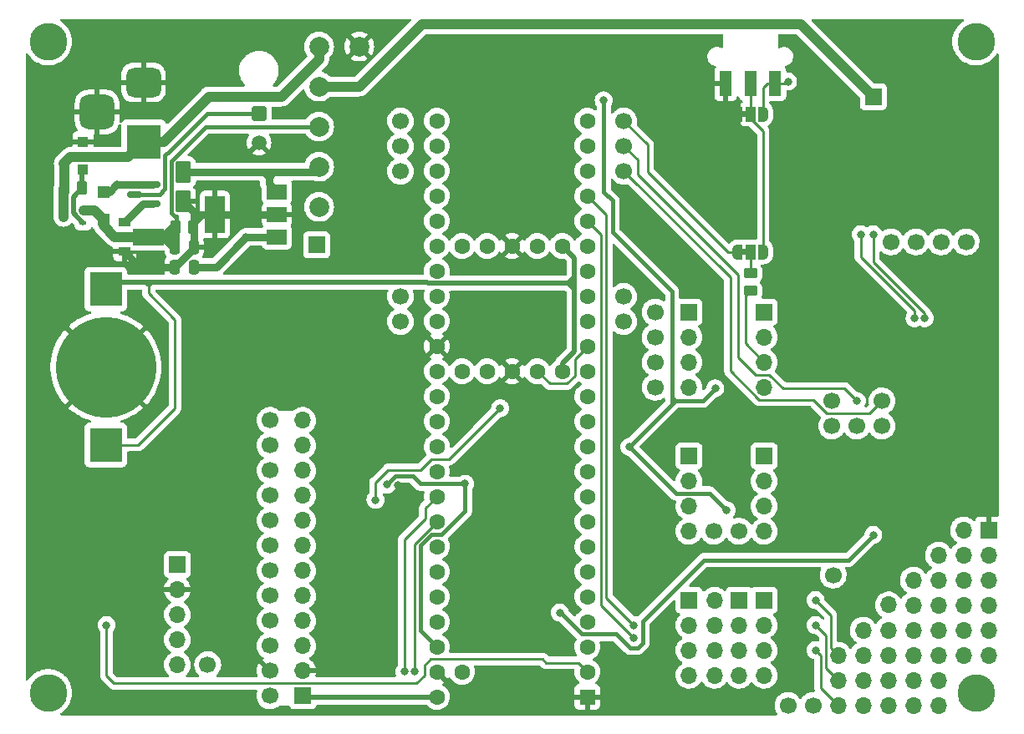
<source format=gbr>
%TF.GenerationSoftware,KiCad,Pcbnew,6.0.2+dfsg-1*%
%TF.CreationDate,2023-07-10T21:46:11-06:00*%
%TF.ProjectId,SpectDroneControl,53706563-7444-4726-9f6e-65436f6e7472,rev?*%
%TF.SameCoordinates,PXbc941f8PY5f519c8*%
%TF.FileFunction,Copper,L1,Top*%
%TF.FilePolarity,Positive*%
%FSLAX46Y46*%
G04 Gerber Fmt 4.6, Leading zero omitted, Abs format (unit mm)*
G04 Created by KiCad (PCBNEW 6.0.2+dfsg-1) date 2023-07-10 21:46:11*
%MOMM*%
%LPD*%
G01*
G04 APERTURE LIST*
G04 Aperture macros list*
%AMRoundRect*
0 Rectangle with rounded corners*
0 $1 Rounding radius*
0 $2 $3 $4 $5 $6 $7 $8 $9 X,Y pos of 4 corners*
0 Add a 4 corners polygon primitive as box body*
4,1,4,$2,$3,$4,$5,$6,$7,$8,$9,$2,$3,0*
0 Add four circle primitives for the rounded corners*
1,1,$1+$1,$2,$3*
1,1,$1+$1,$4,$5*
1,1,$1+$1,$6,$7*
1,1,$1+$1,$8,$9*
0 Add four rect primitives between the rounded corners*
20,1,$1+$1,$2,$3,$4,$5,0*
20,1,$1+$1,$4,$5,$6,$7,0*
20,1,$1+$1,$6,$7,$8,$9,0*
20,1,$1+$1,$8,$9,$2,$3,0*%
%AMFreePoly0*
4,1,22,0.550000,-0.750000,0.000000,-0.750000,0.000000,-0.745033,-0.079941,-0.743568,-0.215256,-0.701293,-0.333266,-0.622738,-0.424486,-0.514219,-0.481581,-0.384460,-0.499164,-0.250000,-0.500000,-0.250000,-0.500000,0.250000,-0.499164,0.250000,-0.499963,0.256109,-0.478152,0.396186,-0.417904,0.524511,-0.324060,0.630769,-0.204165,0.706417,-0.067858,0.745374,0.000000,0.744959,0.000000,0.750000,
0.550000,0.750000,0.550000,-0.750000,0.550000,-0.750000,$1*%
%AMFreePoly1*
4,1,20,0.000000,0.744959,0.073905,0.744508,0.209726,0.703889,0.328688,0.626782,0.421226,0.519385,0.479903,0.390333,0.500000,0.250000,0.500000,-0.250000,0.499851,-0.262216,0.476331,-0.402017,0.414519,-0.529596,0.319384,-0.634700,0.198574,-0.708877,0.061801,-0.746166,0.000000,-0.745033,0.000000,-0.750000,-0.550000,-0.750000,-0.550000,0.750000,0.000000,0.750000,0.000000,0.744959,
0.000000,0.744959,$1*%
%AMFreePoly2*
4,1,9,3.862500,-0.866500,0.737500,-0.866500,0.737500,-0.450000,-0.737500,-0.450000,-0.737500,0.450000,0.737500,0.450000,0.737500,0.866500,3.862500,0.866500,3.862500,-0.866500,3.862500,-0.866500,$1*%
G04 Aperture macros list end*
%TA.AperFunction,ComponentPad*%
%ADD10C,1.700000*%
%TD*%
%TA.AperFunction,SMDPad,CuDef*%
%ADD11FreePoly0,0.000000*%
%TD*%
%TA.AperFunction,SMDPad,CuDef*%
%ADD12R,1.000000X1.500000*%
%TD*%
%TA.AperFunction,SMDPad,CuDef*%
%ADD13FreePoly1,0.000000*%
%TD*%
%TA.AperFunction,ComponentPad*%
%ADD14C,1.600000*%
%TD*%
%TA.AperFunction,ComponentPad*%
%ADD15R,1.600000X1.600000*%
%TD*%
%TA.AperFunction,SMDPad,CuDef*%
%ADD16R,1.100000X1.100000*%
%TD*%
%TA.AperFunction,SMDPad,CuDef*%
%ADD17R,0.700000X0.450000*%
%TD*%
%TA.AperFunction,ComponentPad*%
%ADD18C,2.000000*%
%TD*%
%TA.AperFunction,ComponentPad*%
%ADD19C,2.600000*%
%TD*%
%TA.AperFunction,ConnectorPad*%
%ADD20C,3.800000*%
%TD*%
%TA.AperFunction,ComponentPad*%
%ADD21R,3.500000X3.500000*%
%TD*%
%TA.AperFunction,ComponentPad*%
%ADD22RoundRect,0.750000X-1.000000X0.750000X-1.000000X-0.750000X1.000000X-0.750000X1.000000X0.750000X0*%
%TD*%
%TA.AperFunction,ComponentPad*%
%ADD23RoundRect,0.875000X-0.875000X0.875000X-0.875000X-0.875000X0.875000X-0.875000X0.875000X0.875000X0*%
%TD*%
%TA.AperFunction,SMDPad,CuDef*%
%ADD24RoundRect,0.250000X0.450000X-0.262500X0.450000X0.262500X-0.450000X0.262500X-0.450000X-0.262500X0*%
%TD*%
%TA.AperFunction,SMDPad,CuDef*%
%ADD25R,3.300000X3.500000*%
%TD*%
%TA.AperFunction,SMDPad,CuDef*%
%ADD26C,10.200000*%
%TD*%
%TA.AperFunction,ComponentPad*%
%ADD27R,1.700000X1.700000*%
%TD*%
%TA.AperFunction,ComponentPad*%
%ADD28O,1.700000X1.700000*%
%TD*%
%TA.AperFunction,SMDPad,CuDef*%
%ADD29R,2.000000X1.500000*%
%TD*%
%TA.AperFunction,SMDPad,CuDef*%
%ADD30R,2.000000X3.800000*%
%TD*%
%TA.AperFunction,SMDPad,CuDef*%
%ADD31RoundRect,0.250000X-0.550000X0.850000X-0.550000X-0.850000X0.550000X-0.850000X0.550000X0.850000X0*%
%TD*%
%TA.AperFunction,SMDPad,CuDef*%
%ADD32RoundRect,0.250000X-0.250000X-0.475000X0.250000X-0.475000X0.250000X0.475000X-0.250000X0.475000X0*%
%TD*%
%TA.AperFunction,SMDPad,CuDef*%
%ADD33RoundRect,0.250000X0.250000X0.475000X-0.250000X0.475000X-0.250000X-0.475000X0.250000X-0.475000X0*%
%TD*%
%TA.AperFunction,ComponentPad*%
%ADD34RoundRect,0.250001X-0.499999X-0.499999X0.499999X-0.499999X0.499999X0.499999X-0.499999X0.499999X0*%
%TD*%
%TA.AperFunction,ComponentPad*%
%ADD35C,1.500000*%
%TD*%
%TA.AperFunction,SMDPad,CuDef*%
%ADD36R,1.300000X0.900000*%
%TD*%
%TA.AperFunction,SMDPad,CuDef*%
%ADD37FreePoly2,0.000000*%
%TD*%
%TA.AperFunction,SMDPad,CuDef*%
%ADD38R,1.250000X2.500000*%
%TD*%
%TA.AperFunction,SMDPad,CuDef*%
%ADD39RoundRect,0.250000X0.262500X0.450000X-0.262500X0.450000X-0.262500X-0.450000X0.262500X-0.450000X0*%
%TD*%
%TA.AperFunction,SMDPad,CuDef*%
%ADD40R,1.200000X1.200000*%
%TD*%
%TA.AperFunction,SMDPad,CuDef*%
%ADD41RoundRect,0.150000X0.587500X0.150000X-0.587500X0.150000X-0.587500X-0.150000X0.587500X-0.150000X0*%
%TD*%
%TA.AperFunction,ViaPad*%
%ADD42C,0.800000*%
%TD*%
%TA.AperFunction,Conductor*%
%ADD43C,0.500000*%
%TD*%
%TA.AperFunction,Conductor*%
%ADD44C,0.250000*%
%TD*%
%TA.AperFunction,Conductor*%
%ADD45C,0.400000*%
%TD*%
%TA.AperFunction,Conductor*%
%ADD46C,0.750000*%
%TD*%
%TA.AperFunction,Conductor*%
%ADD47C,0.450000*%
%TD*%
%TA.AperFunction,Conductor*%
%ADD48C,1.000000*%
%TD*%
G04 APERTURE END LIST*
%TO.C,JPAX1*%
G36*
X-23260000Y11384000D02*
G01*
X-23760000Y11384000D01*
X-23760000Y11984000D01*
X-23260000Y11984000D01*
X-23260000Y11384000D01*
G37*
%TO.C,JGAIN1*%
G36*
X-23260000Y25354000D02*
G01*
X-23760000Y25354000D01*
X-23760000Y25954000D01*
X-23260000Y25954000D01*
X-23260000Y25354000D01*
G37*
%TD*%
D10*
%TO.P,JSCK1,1,Pin_1*%
%TO.N,/SCK_5V*%
X-71501000Y-25716000D03*
%TD*%
%TO.P,JPPS1,1,Pin_1*%
%TO.N,/PPS*%
X-58293000Y7162800D03*
%TD*%
%TO.P,JCAN_{H}1,1,Pin_1*%
%TO.N,/CAN_H_5V*%
X-26542446Y-16636000D03*
%TD*%
%TO.P,JSCL1,1,Pin_1*%
%TO.N,/SCL_5V*%
X-71501000Y-20636000D03*
%TD*%
%TO.P,JPD1,1,Pin_1*%
%TO.N,/P1*%
X-32512000Y5588000D03*
%TD*%
%TO.P,JCAN_{L}1,1,Pin_1*%
%TO.N,/CAN_L_5V*%
X-24002446Y-16636000D03*
%TD*%
%TO.P,JCRX3,1,Pin_1*%
%TO.N,/CRX*%
X-35687000Y19862800D03*
%TD*%
D11*
%TO.P,JPAX1,1,A*%
%TO.N,/AX1*%
X-24160000Y11684000D03*
D12*
%TO.P,JPAX1,2,C*%
%TO.N,Net-(JPAX1-Pad2)*%
X-22860000Y11684000D03*
D13*
%TO.P,JPAX1,3,B*%
%TO.N,Net-(JPAX1-Pad3)*%
X-21560000Y11684000D03*
%TD*%
D14*
%TO.P,U1,0-15,VBAT*%
%TO.N,/VBat*%
X-41910000Y-420000D03*
%TO.P,U1,0-16,TXS_{e}*%
%TO.N,/TXS_{E}*%
X-44450000Y-420000D03*
%TO.P,U1,0-17,GND*%
%TO.N,GND1*%
X-46990000Y-420000D03*
%TO.P,U1,0-18,PROGRAM*%
%TO.N,unconnected-(U1-Pad0-18)*%
X-49530000Y-420000D03*
%TO.P,U1,0-19,DAC*%
%TO.N,unconnected-(U1-Pad0-19)*%
X-52070000Y-420000D03*
D15*
%TO.P,U1,1,GND*%
%TO.N,GND1*%
X-39370000Y-33440000D03*
D14*
%TO.P,U1,2,0_RX1_CRX2_CS1*%
%TO.N,/GPSTX*%
X-39370000Y-30900000D03*
%TO.P,U1,3,1_TX1_CTX2_MISO1*%
%TO.N,/GPSRX*%
X-39370000Y-28360000D03*
%TO.P,U1,4,2_OUT2*%
%TO.N,/CLK2*%
X-39370000Y-25820000D03*
%TO.P,U1,5,3_LRCLK2*%
%TO.N,/ST*%
X-39370000Y-23280000D03*
%TO.P,U1,6,4_BCLK2*%
%TO.N,/CLK1*%
X-39370000Y-20740000D03*
%TO.P,U1,7,5_IN2*%
%TO.N,/UT2*%
X-39370000Y-18200000D03*
%TO.P,U1,8,6_OUT1D*%
%TO.N,/UT1*%
X-39370000Y-15660000D03*
%TO.P,U1,9,7_RX2_OUT1A*%
%TO.N,/APCTX*%
X-39370000Y-13120000D03*
%TO.P,U1,10,8_TX2_IN1*%
%TO.N,/APCRX*%
X-39370000Y-10580000D03*
%TO.P,U1,11,9_OUT1C*%
%TO.N,/TX*%
X-39370000Y-8040000D03*
%TO.P,U1,12,10_CS_MQSR*%
%TO.N,/RX*%
X-39370000Y-5500000D03*
%TO.P,U1,13,11_MOSI_CTX1*%
%TO.N,/MOSI*%
X-39370000Y-2960000D03*
%TO.P,U1,14,12_MISO_MQSL*%
%TO.N,/MISO*%
X-39370000Y-420000D03*
%TO.P,U1,15,3V3*%
%TO.N,/TXS_{E}*%
X-39370000Y2120000D03*
%TO.P,U1,16,24_A10_TX6_SCL2*%
%TO.N,/TX6*%
X-39370000Y4660000D03*
%TO.P,U1,17,25_A11_RX6_SDA2*%
%TO.N,/RX6*%
X-39370000Y7200000D03*
%TO.P,U1,18,26_A12_MOSI1*%
%TO.N,/MOSI1*%
X-39370000Y9740000D03*
%TO.P,U1,19,27_A13_SCK1*%
%TO.N,/SCK1*%
X-39370000Y12280000D03*
%TO.P,U1,20,28_RX7*%
%TO.N,/JRX*%
X-39370000Y14820000D03*
%TO.P,U1,21,29_TX7*%
%TO.N,/JTX*%
X-39370000Y17360000D03*
%TO.P,U1,22,30_CRX3*%
%TO.N,/CRX*%
X-39370000Y19900000D03*
%TO.P,U1,23,31_CTX3*%
%TO.N,/CTX*%
X-39370000Y22440000D03*
%TO.P,U1,24,32_OUT1B*%
%TO.N,/AX1*%
X-39370000Y24980000D03*
%TO.P,U1,25,33_MCLK2*%
%TO.N,/AX2*%
X-54610000Y24980000D03*
%TO.P,U1,26,34_RX8*%
%TO.N,/RX8*%
X-54610000Y22440000D03*
%TO.P,U1,27,35_TX8*%
%TO.N,/TX8*%
X-54610000Y19900000D03*
%TO.P,U1,28,36_CS*%
%TO.N,/CS3*%
X-54610000Y17360000D03*
%TO.P,U1,29,37_CS*%
%TO.N,/CS2*%
X-54610000Y14820000D03*
%TO.P,U1,30,38_CS1_IN1*%
%TO.N,/CS1*%
X-54610000Y12280000D03*
%TO.P,U1,31,39_MISO1_OUT1A*%
%TO.N,/MISO1*%
X-54610000Y9740000D03*
%TO.P,U1,32,40_A16*%
%TO.N,/PPS*%
X-54610000Y7200000D03*
%TO.P,U1,33,41_A17*%
%TO.N,Net-(JAX3-Pad1)*%
X-54610000Y4660000D03*
%TO.P,U1,34,GND*%
%TO.N,GND1*%
X-54610000Y2120000D03*
%TO.P,U1,35,13_SCK_LED*%
%TO.N,/SCK*%
X-54610000Y-420000D03*
%TO.P,U1,36,14_A0_TX3_SPDIF_OUT*%
%TO.N,/CAM1RX*%
X-54610000Y-2960000D03*
%TO.P,U1,37,15_A1_RX3_SPDIF_IN*%
%TO.N,/CAM1TX*%
X-54610000Y-5500000D03*
%TO.P,U1,38,16_A2_RX4_SCL1*%
%TO.N,/CAM2TX*%
X-54610000Y-8040000D03*
%TO.P,U1,39,17_A3_TX4_SDA1*%
%TO.N,/CAM2RX*%
X-54610000Y-10580000D03*
%TO.P,U1,40,18_A4_SDA*%
%TO.N,/SDA*%
X-54610000Y-13120000D03*
%TO.P,U1,41,19_A5_SCL*%
%TO.N,/SCL*%
X-54610000Y-15660000D03*
%TO.P,U1,42,20_A6_TX5_LRCLK1*%
%TO.N,/P1*%
X-54610000Y-18200000D03*
%TO.P,U1,43,21_A7_RX5_BCLK1*%
%TO.N,/S1*%
X-54610000Y-20740000D03*
%TO.P,U1,44,22_A8_CTX1*%
%TO.N,/P2*%
X-54610000Y-23280000D03*
%TO.P,U1,45,23_A9_CRX1_MCLK1*%
%TO.N,/S2*%
X-54610000Y-25820000D03*
%TO.P,U1,46,3V3*%
%TO.N,/3V*%
X-54610000Y-28360000D03*
%TO.P,U1,47,GND*%
%TO.N,GND1*%
X-54610000Y-30900000D03*
%TO.P,U1,48,VIN*%
%TO.N,/5V*%
X-54610000Y-33440000D03*
%TO.P,U1,49,VUSB*%
%TO.N,unconnected-(U1-Pad49)*%
X-52070000Y-30900000D03*
%TO.P,U1,50,VBAT*%
%TO.N,/VBat*%
X-41910000Y12280000D03*
%TO.P,U1,51,3V3*%
%TO.N,unconnected-(U1-Pad51)*%
X-44450000Y12280000D03*
%TO.P,U1,52,GND*%
%TO.N,GND1*%
X-46990000Y12280000D03*
%TO.P,U1,53,PROGRAM*%
%TO.N,unconnected-(U1-Pad53)*%
X-49530000Y12280000D03*
%TO.P,U1,54,ON_OFF*%
%TO.N,unconnected-(U1-Pad54)*%
X-52070000Y12280000D03*
%TD*%
D16*
%TO.P,D2,1,K*%
%TO.N,Net-(D2-Pad1)*%
X-90474800Y20063000D03*
%TO.P,D2,2,A*%
%TO.N,GND1*%
X-90474800Y22863000D03*
%TD*%
D10*
%TO.P,JTXSE1,1,Pin_1*%
%TO.N,/TXS_{E}_5V*%
X-71501000Y-5396000D03*
%TD*%
D17*
%TO.P,Q2,1,B*%
%TO.N,Net-(D2-Pad1)*%
X-90440000Y14590000D03*
%TO.P,Q2,2,E*%
%TO.N,/7VDC*%
X-90440000Y15890000D03*
%TO.P,Q2,3,C*%
%TO.N,/VDC*%
X-92440000Y15240000D03*
%TD*%
D18*
%TO.P,TP5,1,1*%
%TO.N,/5V*%
X-66548000Y20320000D03*
%TD*%
%TO.P,TP1,1,1*%
%TO.N,GND1*%
X-62484000Y32512000D03*
%TD*%
D10*
%TO.P,J3-3,1,Pin_1*%
%TO.N,/CTX*%
X-9525000Y-5969000D03*
%TD*%
%TO.P,J3-5,1,Pin_1*%
%TO.N,/RX6*%
X-14605000Y-3429000D03*
%TD*%
%TO.P,JCMT2,1,Pin_1*%
%TO.N,/CAM2TX_5V*%
X-71501000Y-13016000D03*
%TD*%
%TO.P,JSR2,1,Pin_1*%
%TO.N,/S2*%
X-32512000Y-2032000D03*
%TD*%
%TO.P,JMISO1,1,Pin_1*%
%TO.N,/MISO_5V*%
X-71501000Y-23176000D03*
%TD*%
%TO.P,JSDA1,1,Pin_1*%
%TO.N,/SDA_5V*%
X-71501000Y-18096000D03*
%TD*%
%TO.P,J5-2,1,Pin_1*%
%TO.N,/CRX_5V*%
X-1016000Y12700000D03*
%TD*%
%TO.P,JTX8,1,Pin_1*%
%TO.N,/TX8*%
X-58293000Y19862800D03*
%TD*%
%TO.P,J5-5,1,Pin_1*%
%TO.N,/RX6_5V*%
X-8636000Y12700000D03*
%TD*%
%TO.P,J5V1,1,Pin_1*%
%TO.N,/5V*%
X-71501000Y-33336000D03*
%TD*%
%TO.P,JGND1,1,Pin_1*%
%TO.N,GND1*%
X-71501000Y-30796000D03*
%TD*%
D19*
%TO.P,H2,1*%
%TO.N,N/C*%
X0Y33020000D03*
D20*
X0Y33020000D03*
%TD*%
D10*
%TO.P,J3-1,1,Pin_1*%
%TO.N,/J3_1*%
X-14477446Y-21082000D03*
%TD*%
%TO.P,JTX6,1,Pin_1*%
%TO.N,/TX6*%
X-35687000Y4622800D03*
%TD*%
D21*
%TO.P,JDC1,1*%
%TO.N,/VDC*%
X-84328000Y22860000D03*
D22*
%TO.P,JDC1,2*%
%TO.N,GND1*%
X-84328000Y28860000D03*
D23*
%TO.P,JDC1,3*%
X-89028000Y25860000D03*
%TD*%
D10*
%TO.P,JAX2,1,Pin_1*%
%TO.N,/AX2*%
X-58293000Y24942800D03*
%TD*%
D18*
%TO.P,TP6,1,1*%
%TO.N,/3V*%
X-66548000Y16256000D03*
%TD*%
D10*
%TO.P,J5-1,1,Pin_1*%
%TO.N,/J5_1*%
X-14605000Y-5969000D03*
%TD*%
%TO.P,J3-4,1,Pin_1*%
%TO.N,/TX6*%
X-12065000Y-5969000D03*
%TD*%
D24*
%TO.P,R1,1*%
%TO.N,/GAIN_5V*%
X-22860000Y7723500D03*
%TO.P,R1,2*%
%TO.N,Net-(JPAX1-Pad2)*%
X-22860000Y9548500D03*
%TD*%
D25*
%TO.P,BT1,1,+*%
%TO.N,/VBat*%
X-88138000Y-7900000D03*
X-88138000Y7900000D03*
D26*
%TO.P,BT1,2,-*%
%TO.N,GND1*%
X-88138000Y0D03*
%TD*%
D27*
%TO.P,J1,1,Pin_1*%
%TO.N,Net-(J1-Pad1)*%
X-24002600Y-23622000D03*
D28*
%TO.P,J1,2,Pin_2*%
%TO.N,Net-(J1-Pad2)*%
X-24002600Y-26162000D03*
%TO.P,J1,3,Pin_3*%
%TO.N,Net-(J1-Pad3)*%
X-24002600Y-28702000D03*
%TO.P,J1,4,Pin_4*%
%TO.N,Net-(J1-Pad4)*%
X-24002600Y-31242000D03*
%TO.P,J1,5,Pin_5*%
%TO.N,Net-(J1-Pad5)*%
X-26502600Y-31242000D03*
%TO.P,J1,6,Pin_6*%
%TO.N,Net-(J1-Pad6)*%
X-26502600Y-28702000D03*
%TO.P,J1,7,Pin_7*%
%TO.N,Net-(J1-Pad7)*%
X-26502600Y-26162000D03*
%TO.P,J1,8,Pin_8*%
%TO.N,Net-(J1-Pad8)*%
X-26502600Y-23622000D03*
%TD*%
D18*
%TO.P,TP2,1,1*%
%TO.N,/VDC*%
X-66548000Y32512000D03*
%TD*%
D29*
%TO.P,U2,1,VI*%
%TO.N,/7-12V1*%
X-70814600Y13169900D03*
D30*
%TO.P,U2,2,GND*%
%TO.N,GND1*%
X-77114600Y15469900D03*
D29*
X-70814600Y15469900D03*
%TO.P,U2,3,VO*%
%TO.N,/5V*%
X-70814600Y17769900D03*
%TD*%
D18*
%TO.P,TP4,1,1*%
%TO.N,/7VDC*%
X-66548000Y24384000D03*
%TD*%
D10*
%TO.P,J3-2,1,Pin_1*%
%TO.N,/CRX*%
X-9525000Y-3429000D03*
%TD*%
D31*
%TO.P,C2-1,1*%
%TO.N,/5V*%
X-80327500Y19788000D03*
%TO.P,C2-1,2*%
%TO.N,GND1*%
X-80327500Y16788000D03*
%TD*%
D10*
%TO.P,JPPS2,1,Pin_1*%
%TO.N,/PPS_5V*%
X-77825600Y-30175200D03*
%TD*%
D19*
%TO.P,H1,1*%
%TO.N,N/C*%
X0Y-33020000D03*
D20*
X0Y-33020000D03*
%TD*%
D10*
%TO.P,JRX6,1,Pin_1*%
%TO.N,/RX6*%
X-35687000Y7162800D03*
%TD*%
%TO.P,JPD2,1,Pin_1*%
%TO.N,/P2*%
X-32512000Y508000D03*
%TD*%
D32*
%TO.P,C2-2,1*%
%TO.N,GND1*%
X-81148000Y10160000D03*
%TO.P,C2-2,2*%
%TO.N,/7-12V1*%
X-79248000Y10160000D03*
%TD*%
D33*
%TO.P,C3,1*%
%TO.N,GND1*%
X-79248000Y12192000D03*
%TO.P,C3,2*%
%TO.N,/7VDC*%
X-81148000Y12192000D03*
%TD*%
D34*
%TO.P,JBAT1,1,Pin_1*%
%TO.N,/VBAT1*%
X-72644000Y25730000D03*
D35*
%TO.P,JBAT1,2,Pin_2*%
%TO.N,GND1*%
X-72644000Y22730000D03*
%TD*%
D10*
%TO.P,JRX8,1,Pin_1*%
%TO.N,/RX8*%
X-58293000Y22402800D03*
%TD*%
D36*
%TO.P,U3,1,OUT*%
%TO.N,Net-(Q1-Pad1)*%
X-86232000Y14708000D03*
D37*
%TO.P,U3,2,VDD*%
%TO.N,/7VDC*%
X-86144500Y13208000D03*
D36*
%TO.P,U3,3,VSS*%
%TO.N,GND1*%
X-86232000Y11708000D03*
%TD*%
D19*
%TO.P,H3,1*%
%TO.N,N/C*%
X-93980000Y33020000D03*
D20*
X-93980000Y33020000D03*
%TD*%
D38*
%TO.P,SW1,1,A*%
%TO.N,/5V*%
X-20360000Y28746000D03*
%TO.P,SW1,2,B*%
%TO.N,Net-(JPAX1-Pad3)*%
X-22860000Y28746000D03*
%TO.P,SW1,3,C*%
%TO.N,GND1*%
X-25360000Y28746000D03*
%TD*%
D10*
%TO.P,J5-4,1,Pin_1*%
%TO.N,/TX6_5V*%
X-6096000Y12700000D03*
%TD*%
D39*
%TO.P,R2,1*%
%TO.N,Net-(D2-Pad1)*%
X-90527500Y18161000D03*
%TO.P,R2,2*%
%TO.N,/VDC*%
X-92352500Y18161000D03*
%TD*%
D10*
%TO.P,JCMR2,1,Pin_1*%
%TO.N,/CAM2RX_5V*%
X-71501000Y-15556000D03*
%TD*%
%TO.P,JCMT1,1,Pin_1*%
%TO.N,/CAM1TX_5V*%
X-71501000Y-7936000D03*
%TD*%
%TO.P,JCMR1,1,Pin_1*%
%TO.N,/CAM1RX_5V*%
X-71501000Y-10476000D03*
%TD*%
D40*
%TO.P,D1,1,K*%
%TO.N,/7-12V1*%
X-88392000Y17783000D03*
%TO.P,D1,2,A*%
%TO.N,/7VDC*%
X-88392000Y14983000D03*
%TD*%
D11*
%TO.P,JGAIN1,1,A*%
%TO.N,GND1*%
X-24160000Y25654000D03*
D12*
%TO.P,JGAIN1,2,C*%
%TO.N,Net-(JPAX1-Pad3)*%
X-22860000Y25654000D03*
D13*
%TO.P,JGAIN1,3,B*%
%TO.N,/5V*%
X-21560000Y25654000D03*
%TD*%
D19*
%TO.P,H4,1*%
%TO.N,N/C*%
X-93980000Y-33020000D03*
D20*
X-93980000Y-33020000D03*
%TD*%
D10*
%TO.P,J5-3,1,Pin_1*%
%TO.N,/CTX_5V*%
X-3556000Y12700000D03*
%TD*%
D18*
%TO.P,TP3,1,1*%
%TO.N,/VIN*%
X-66548000Y28448000D03*
%TD*%
D39*
%TO.P,R3,1*%
%TO.N,GND1*%
X-79285500Y14224000D03*
%TO.P,R3,2*%
%TO.N,/7VDC*%
X-81110500Y14224000D03*
%TD*%
D10*
%TO.P,JCTX3,1,Pin_1*%
%TO.N,/CTX*%
X-35687000Y22402800D03*
%TD*%
%TO.P,JAX3,1,Pin_1*%
%TO.N,Net-(JAX3-Pad1)*%
X-58293000Y4622800D03*
%TD*%
%TO.P,JSR1,1,Pin_1*%
%TO.N,/S1*%
X-32512000Y3048000D03*
%TD*%
%TO.P,JMOSI1,1,Pin_1*%
%TO.N,/MOSI_5V*%
X-71501000Y-28256000D03*
%TD*%
%TO.P,JAX1,1,Pin_1*%
%TO.N,/AX1*%
X-35687000Y24942800D03*
%TD*%
D41*
%TO.P,Q1,1,G*%
%TO.N,Net-(Q1-Pad1)*%
X-83327000Y16576000D03*
%TO.P,Q1,2,S*%
%TO.N,/7-12V1*%
X-83327000Y18476000D03*
%TO.P,Q1,3,D*%
%TO.N,/VBAT1*%
X-85202000Y17526000D03*
%TD*%
D10*
%TO.P,JCS2,1,Pin_1*%
%TO.N,/CS2_5V*%
X-19050000Y-34290000D03*
%TD*%
D27*
%TO.P,JUT1,1,Pin_1*%
%TO.N,/UT1_5V*%
X-21462000Y-9015949D03*
D28*
%TO.P,JUT1,2,Pin_2*%
%TO.N,/UT2_5V*%
X-21462000Y-11555949D03*
%TO.P,JUT1,3,Pin_3*%
%TO.N,/CAN_H_5V*%
X-21462000Y-14095949D03*
%TO.P,JUT1,4,Pin_4*%
%TO.N,/CAN_L_5V*%
X-21462000Y-16635949D03*
%TD*%
D27*
%TO.P,J2-1,1,Pin_1*%
%TO.N,Net-(J1-Pad8)*%
X-29082446Y-23620949D03*
D28*
%TO.P,J2-1,2,Pin_2*%
%TO.N,Net-(J1-Pad7)*%
X-29082446Y-26160949D03*
%TO.P,J2-1,3,Pin_3*%
%TO.N,Net-(J1-Pad6)*%
X-29082446Y-28700949D03*
%TO.P,J2-1,4,Pin_4*%
%TO.N,Net-(J1-Pad5)*%
X-29082446Y-31240949D03*
%TD*%
D27*
%TO.P,JD1,1,Pin_1*%
%TO.N,/CLK1_5V*%
X-21462000Y5589051D03*
D28*
%TO.P,JD1,2,Pin_2*%
%TO.N,/ST_5V*%
X-21462000Y3049051D03*
%TO.P,JD1,3,Pin_3*%
%TO.N,/GAIN_5V*%
X-21462000Y509051D03*
%TO.P,JD1,4,Pin_4*%
%TO.N,/CLK2_5V*%
X-21462000Y-2030949D03*
%TD*%
D27*
%TO.P,JCR1,1,Pin_1*%
%TO.N,GND1*%
X1270000Y-16510000D03*
D28*
%TO.P,JCR1,2,Pin_2*%
%TO.N,unconnected-(JCR1-Pad2)*%
X1270000Y-19050000D03*
%TO.P,JCR1,3,Pin_3*%
%TO.N,unconnected-(JCR1-Pad3)*%
X1270000Y-21590000D03*
%TO.P,JCR1,4,Pin_4*%
%TO.N,unconnected-(JCR1-Pad4)*%
X1270000Y-24130000D03*
%TO.P,JCR1,5,Pin_5*%
%TO.N,unconnected-(JCR1-Pad5)*%
X1270000Y-26670000D03*
%TO.P,JCR1,6,Pin_6*%
%TO.N,unconnected-(JCR1-Pad6)*%
X1270000Y-29210000D03*
%TO.P,JCR1,7,Pin_7*%
%TO.N,unconnected-(JCR1-Pad7)*%
X-1270000Y-16510000D03*
%TO.P,JCR1,8,Pin_8*%
%TO.N,unconnected-(JCR1-Pad8)*%
X-1270000Y-19050000D03*
%TO.P,JCR1,9,Pin_9*%
%TO.N,unconnected-(JCR1-Pad9)*%
X-1270000Y-21590000D03*
%TO.P,JCR1,10,Pin_10*%
%TO.N,unconnected-(JCR1-Pad10)*%
X-1270000Y-24130000D03*
%TO.P,JCR1,11,Pin_11*%
%TO.N,unconnected-(JCR1-Pad11)*%
X-1270000Y-26670000D03*
%TO.P,JCR1,12,Pin_12*%
%TO.N,unconnected-(JCR1-Pad12)*%
X-1270000Y-29210000D03*
%TO.P,JCR1,13,Pin_13*%
%TO.N,unconnected-(JCR1-Pad13)*%
X-3810000Y-19050000D03*
%TO.P,JCR1,14,Pin_14*%
%TO.N,unconnected-(JCR1-Pad14)*%
X-3810000Y-21590000D03*
%TO.P,JCR1,15,Pin_15*%
%TO.N,unconnected-(JCR1-Pad15)*%
X-3810000Y-24130000D03*
%TO.P,JCR1,16,Pin_16*%
%TO.N,unconnected-(JCR1-Pad16)*%
X-3810000Y-26670000D03*
%TO.P,JCR1,17,Pin_17*%
%TO.N,unconnected-(JCR1-Pad17)*%
X-3810000Y-29210000D03*
%TO.P,JCR1,18,Pin_18*%
%TO.N,unconnected-(JCR1-Pad18)*%
X-3810000Y-31750000D03*
%TO.P,JCR1,19,Pin_19*%
%TO.N,unconnected-(JCR1-Pad19)*%
X-3810000Y-34290000D03*
%TO.P,JCR1,20,Pin_20*%
%TO.N,unconnected-(JCR1-Pad20)*%
X-6350000Y-21590000D03*
%TO.P,JCR1,21,Pin_21*%
%TO.N,unconnected-(JCR1-Pad21)*%
X-6350000Y-24130000D03*
%TO.P,JCR1,22,Pin_22*%
%TO.N,unconnected-(JCR1-Pad22)*%
X-6350000Y-26670000D03*
%TO.P,JCR1,23,Pin_23*%
%TO.N,unconnected-(JCR1-Pad23)*%
X-6350000Y-29210000D03*
%TO.P,JCR1,24,Pin_24*%
%TO.N,unconnected-(JCR1-Pad24)*%
X-6350000Y-31750000D03*
%TO.P,JCR1,25,Pin_25*%
%TO.N,unconnected-(JCR1-Pad25)*%
X-6350000Y-34290000D03*
%TO.P,JCR1,26,Pin_26*%
%TO.N,unconnected-(JCR1-Pad26)*%
X-8864414Y-24122007D03*
%TO.P,JCR1,27,Pin_27*%
%TO.N,unconnected-(JCR1-Pad27)*%
X-8890000Y-26670000D03*
%TO.P,JCR1,28,Pin_28*%
%TO.N,unconnected-(JCR1-Pad28)*%
X-8890000Y-29210000D03*
%TO.P,JCR1,29,Pin_29*%
%TO.N,unconnected-(JCR1-Pad29)*%
X-8890000Y-31750000D03*
%TO.P,JCR1,30,Pin_30*%
%TO.N,unconnected-(JCR1-Pad30)*%
X-8890000Y-34290000D03*
%TO.P,JCR1,31,Pin_31*%
%TO.N,unconnected-(JCR1-Pad31)*%
X-11430000Y-26670000D03*
%TO.P,JCR1,32,Pin_32*%
%TO.N,unconnected-(JCR1-Pad32)*%
X-11430000Y-29210000D03*
%TO.P,JCR1,33,Pin_33*%
%TO.N,unconnected-(JCR1-Pad33)*%
X-11430000Y-31750000D03*
%TO.P,JCR1,34,Pin_34*%
%TO.N,unconnected-(JCR1-Pad34)*%
X-11430000Y-34290000D03*
%TO.P,JCR1,35,Pin_35*%
%TO.N,/MOSI1_5V*%
X-13970000Y-29210000D03*
%TO.P,JCR1,36,Pin_36*%
%TO.N,/MISO1_5V*%
X-13970000Y-31750000D03*
%TO.P,JCR1,37,Pin_37*%
%TO.N,/SCK1_5V*%
X-13970000Y-34290000D03*
%TD*%
D27*
%TO.P,JADC1,1,Pin_1*%
%TO.N,/P1*%
X-29082446Y5589051D03*
D28*
%TO.P,JADC1,2,Pin_2*%
%TO.N,/S1*%
X-29082446Y3049051D03*
%TO.P,JADC1,3,Pin_3*%
%TO.N,/P2*%
X-29082446Y509051D03*
%TO.P,JADC1,4,Pin_4*%
%TO.N,/S2*%
X-29082446Y-2030949D03*
%TD*%
D27*
%TO.P,JVIN1,1,Pin_1*%
%TO.N,/VIN*%
X-10413000Y27432000D03*
%TD*%
%TO.P,J3V1,1,Pin_1*%
%TO.N,/3V*%
X-66799000Y12380000D03*
%TD*%
%TO.P,JGPS1,1,Pin_1*%
%TO.N,/5V*%
X-80899000Y-20010000D03*
D28*
%TO.P,JGPS1,2,Pin_2*%
%TO.N,GND1*%
X-80899000Y-22550000D03*
%TO.P,JGPS1,3,Pin_3*%
%TO.N,/GPSRX_5V*%
X-80899000Y-25090000D03*
%TO.P,JGPS1,4,Pin_4*%
%TO.N,/GPSTX_5V*%
X-80899000Y-27630000D03*
%TO.P,JGPS1,5,Pin_5*%
%TO.N,/PPS_5V*%
X-80899000Y-30170000D03*
%TD*%
D27*
%TO.P,JAUX1,1,Pin_1*%
%TO.N,/5V*%
X-68198000Y-33336500D03*
D28*
%TO.P,JAUX1,2,Pin_2*%
%TO.N,GND1*%
X-68198000Y-30796500D03*
%TO.P,JAUX1,3,Pin_3*%
%TO.N,/MOSI_5V*%
X-68198000Y-28256500D03*
%TO.P,JAUX1,4,Pin_4*%
%TO.N,/SCK_5V*%
X-68198000Y-25716500D03*
%TO.P,JAUX1,5,Pin_5*%
%TO.N,/MISO_5V*%
X-68198000Y-23176500D03*
%TO.P,JAUX1,6,Pin_6*%
%TO.N,/SCL_5V*%
X-68198000Y-20636500D03*
%TO.P,JAUX1,7,Pin_7*%
%TO.N,/SDA_5V*%
X-68198000Y-18096500D03*
%TO.P,JAUX1,8,Pin_8*%
%TO.N,/CAM2RX_5V*%
X-68198000Y-15556500D03*
%TO.P,JAUX1,9,Pin_9*%
%TO.N,/CAM2TX_5V*%
X-68198000Y-13016500D03*
%TO.P,JAUX1,10,Pin_10*%
%TO.N,/CAM1RX_5V*%
X-68198000Y-10476500D03*
%TO.P,JAUX1,11,Pin_11*%
%TO.N,/CAM1TX_5V*%
X-68198000Y-7936500D03*
%TO.P,JAUX1,12,Pin_12*%
%TO.N,/TXS_{E}_5V*%
X-68198000Y-5396500D03*
%TD*%
D27*
%TO.P,J2-2,1,Pin_1*%
%TO.N,Net-(J1-Pad1)*%
X-21462000Y-23620949D03*
D28*
%TO.P,J2-2,2,Pin_2*%
%TO.N,Net-(J1-Pad2)*%
X-21462000Y-26160949D03*
%TO.P,J2-2,3,Pin_3*%
%TO.N,Net-(J1-Pad3)*%
X-21462000Y-28700949D03*
%TO.P,J2-2,4,Pin_4*%
%TO.N,Net-(J1-Pad4)*%
X-21462000Y-31240949D03*
%TD*%
D10*
%TO.P,JCS3,1,Pin_1*%
%TO.N,/CS3_5V*%
X-16510000Y-34290000D03*
%TD*%
D27*
%TO.P,JAPC1,1,Pin_1*%
%TO.N,/APCTX_5V*%
X-29082446Y-9015949D03*
D28*
%TO.P,JAPC1,2,Pin_2*%
%TO.N,/APCRX_5V*%
X-29082446Y-11555949D03*
%TO.P,JAPC1,3,Pin_3*%
%TO.N,/TX_5V*%
X-29082446Y-14095949D03*
%TO.P,JAPC1,4,Pin_4*%
%TO.N,/RX_5V*%
X-29082446Y-16635949D03*
%TD*%
D42*
%TO.N,/5V*%
X-26416000Y-2159000D03*
X-35120000Y-8070000D03*
X-25253137Y-14522496D03*
X-37719000Y27051000D03*
X-19050000Y28956000D03*
%TO.N,/SDA*%
X-57912000Y-30886400D03*
%TO.N,/SCL*%
X-56896000Y-30886400D03*
%TO.N,/GPSTX*%
X-88067000Y-26160949D03*
%TO.N,/JTX*%
X-34671000Y-26162000D03*
%TO.N,/JRX*%
X-34671000Y-27432000D03*
%TO.N,/SCK1_5V*%
X-16259497Y-28700949D03*
%TO.N,/MOSI1_5V*%
X-16255446Y-23620949D03*
%TO.N,/MISO1_5V*%
X-16255446Y-26160949D03*
%TO.N,/CS2_5V*%
X-11684000Y13462000D03*
X-6223000Y4953000D03*
%TO.N,/CS3_5V*%
X-10414000Y13462000D03*
X-5207000Y4953000D03*
%TO.N,/3V*%
X-59690000Y-11925937D03*
X-51765200Y-11836400D03*
X-10413446Y-17016949D03*
X-42164000Y-24892000D03*
%TO.N,GND1*%
X-3048000Y9779000D03*
X-58547000Y-11938000D03*
X-7365446Y-7491949D03*
%TO.N,/7-12V1*%
X-87036500Y18476000D03*
X-73928600Y13183900D03*
%TO.N,/CTX*%
X-12065000Y-3429000D03*
%TO.N,Net-(R28-Pad2)*%
X-60833000Y-13462000D03*
X-48209200Y-4165600D03*
%TD*%
D43*
%TO.N,/VBat*%
X-83566000Y8636000D02*
X-83820000Y8382000D01*
X-55480489Y8490489D02*
X-41256489Y8490489D01*
X-83566000Y8636000D02*
X-55626000Y8636000D01*
X-40690800Y11060800D02*
X-40690800Y9093200D01*
X-40690800Y9093200D02*
X-40690800Y7924800D01*
X-40690800Y1611694D02*
X-41910481Y392013D01*
X-41910000Y12280000D02*
X-40690800Y11060800D01*
D44*
X-84862554Y-7900000D02*
X-88138000Y-7900000D01*
D43*
X-84074000Y8636000D02*
X-87402000Y8636000D01*
X-87402000Y8636000D02*
X-88138000Y7900000D01*
X-84074000Y8636000D02*
X-83820000Y8382000D01*
X-41256489Y8490489D02*
X-40690800Y7924800D01*
D44*
X-81153554Y-4191000D02*
X-84862554Y-7900000D01*
X-83820000Y8636000D02*
X-83820000Y8382000D01*
X-83820000Y8382000D02*
X-83820000Y7466446D01*
X-81153554Y4800000D02*
X-81153554Y-4191000D01*
D43*
X-40690800Y7924800D02*
X-40690800Y1611694D01*
X-83820000Y8636000D02*
X-84074000Y8636000D01*
X-55626000Y8636000D02*
X-55480489Y8490489D01*
X-41293511Y8490489D02*
X-40690800Y9093200D01*
X-83820000Y8636000D02*
X-83566000Y8636000D01*
X-41910481Y392013D02*
X-41910481Y-418390D01*
D44*
X-83820000Y7466446D02*
X-81153554Y4800000D01*
%TO.N,/5V*%
X-21590000Y28321000D02*
X-21165000Y28746000D01*
X-21165000Y28746000D02*
X-20360000Y28746000D01*
X-21560000Y25654000D02*
X-21590000Y25684000D01*
D43*
X-68094500Y-33440000D02*
X-68198000Y-33336500D01*
D45*
X-37719000Y17780000D02*
X-36830000Y16891000D01*
X-27686000Y-3429000D02*
X-30479000Y-3429000D01*
X-26970173Y-12805460D02*
X-30384540Y-12805460D01*
X-25253137Y-14522496D02*
X-26970173Y-12805460D01*
X-30479000Y-3429000D02*
X-30797000Y-3747000D01*
X-30797500Y-3110500D02*
X-30479000Y-3429000D01*
D46*
X-80327500Y19788000D02*
X-72112000Y19788000D01*
D45*
X-30384540Y-12805460D02*
X-35120000Y-8070000D01*
D46*
X-71628000Y18583300D02*
X-71628000Y19304000D01*
X-72112000Y19788000D02*
X-71628000Y19304000D01*
D44*
X-19050000Y28956000D02*
X-19260000Y28746000D01*
D43*
X-54610000Y-33440000D02*
X-68094500Y-33440000D01*
D45*
X-30797000Y-3747000D02*
X-35120000Y-8070000D01*
X-30797500Y7683500D02*
X-30797500Y-3110500D01*
D46*
X-72112000Y19788000D02*
X-71144000Y19788000D01*
D45*
X-30797500Y-3746500D02*
X-30797000Y-3747000D01*
D46*
X-71144000Y19788000D02*
X-67080000Y19788000D01*
X-71628000Y19304000D02*
X-71144000Y19788000D01*
D44*
X-21590000Y25684000D02*
X-21590000Y28321000D01*
D45*
X-37719000Y27051000D02*
X-37719000Y17780000D01*
D46*
X-70814600Y17769900D02*
X-71628000Y18583300D01*
X-67080000Y19788000D02*
X-66548000Y20320000D01*
D44*
X-19260000Y28746000D02*
X-20360000Y28746000D01*
D45*
X-36830000Y16891000D02*
X-36830000Y13716000D01*
X-30797500Y-3110500D02*
X-30797500Y-3746500D01*
X-26416000Y-2159000D02*
X-27686000Y-3429000D01*
X-36830000Y13716000D02*
X-30797500Y7683500D01*
D44*
%TO.N,/TXS_{E}*%
X-43192471Y-1676400D02*
X-44450481Y-418390D01*
X-41427400Y-1676400D02*
X-43192471Y-1676400D01*
X-40640000Y-889000D02*
X-41427400Y-1676400D01*
X-39370000Y2120000D02*
X-40640000Y850000D01*
X-40640000Y850000D02*
X-40640000Y-889000D01*
%TO.N,/SDA*%
X-57912000Y-17475200D02*
X-55778400Y-15341600D01*
X-55778400Y-14288400D02*
X-54610000Y-13120000D01*
X-57912000Y-30886400D02*
X-57912000Y-17475200D01*
X-55778400Y-15341600D02*
X-55778400Y-14288400D01*
%TO.N,/SCL*%
X-56896000Y-30886400D02*
X-56896000Y-17946000D01*
X-56896000Y-17946000D02*
X-54610000Y-15660000D01*
%TO.N,/GPSTX*%
X-40298000Y-29972000D02*
X-43561000Y-29972000D01*
X-55880000Y-30226000D02*
X-55880000Y-31242000D01*
X-88067000Y-31313000D02*
X-87325200Y-32054800D01*
X-43942000Y-29591000D02*
X-55245000Y-29591000D01*
X-43561000Y-29972000D02*
X-43942000Y-29591000D01*
X-55880000Y-31242000D02*
X-56692800Y-32054800D01*
X-56692800Y-32054800D02*
X-87325200Y-32054800D01*
X-55245000Y-29591000D02*
X-55880000Y-30226000D01*
X-39370000Y-30900000D02*
X-40298000Y-29972000D01*
X-88067000Y-26160949D02*
X-88067000Y-31313000D01*
%TO.N,/JTX*%
X-37465000Y15455000D02*
X-39370000Y17360000D01*
X-37465000Y-23368000D02*
X-37465000Y15455000D01*
X-34671000Y-26162000D02*
X-37465000Y-23368000D01*
%TO.N,/JRX*%
X-34671000Y-27432000D02*
X-37973000Y-24130000D01*
X-37973000Y13423000D02*
X-39370000Y14820000D01*
X-37973000Y-24130000D02*
X-37973000Y13423000D01*
%TO.N,/GAIN_5V*%
X-23368000Y2415051D02*
X-23368000Y7215500D01*
X-23368000Y7215500D02*
X-22860000Y7723500D01*
X-21462000Y509051D02*
X-23368000Y2415051D01*
%TO.N,/SCK1_5V*%
X-15747446Y-32512554D02*
X-13970000Y-34290000D01*
X-16259497Y-28700949D02*
X-15747446Y-29213000D01*
X-15747446Y-29213000D02*
X-15747446Y-32512554D01*
%TO.N,/MOSI1_5V*%
X-14731446Y-25144949D02*
X-14731446Y-28448554D01*
X-16255446Y-23620949D02*
X-14731446Y-25144949D01*
X-14731446Y-28448554D02*
X-13970000Y-29210000D01*
%TO.N,/MISO1_5V*%
X-15239446Y-30480554D02*
X-13970000Y-31750000D01*
X-15239446Y-27176949D02*
X-15239446Y-30480554D01*
X-16255446Y-26160949D02*
X-15239446Y-27176949D01*
%TO.N,/CS2_5V*%
X-11684000Y11176000D02*
X-6223000Y5715000D01*
X-6223000Y5715000D02*
X-6223000Y4953000D01*
X-11684000Y13462000D02*
X-11684000Y11176000D01*
%TO.N,/CS3_5V*%
X-5207000Y5461000D02*
X-5207000Y4953000D01*
X-10414000Y13462000D02*
X-10414000Y10668000D01*
X-10414000Y10668000D02*
X-5207000Y5461000D01*
D45*
%TO.N,/3V*%
X-36423600Y-27076400D02*
X-39903400Y-27076400D01*
X-33782000Y-27940000D02*
X-34290000Y-28448000D01*
X-51765200Y-14630400D02*
X-51765200Y-11836400D01*
X-58813063Y-11049000D02*
X-59690000Y-11925937D01*
X-57023000Y-11049000D02*
X-58813063Y-11049000D01*
X-33782000Y-25781000D02*
X-33782000Y-27940000D01*
X-54610000Y-28360000D02*
X-56261000Y-26709000D01*
X-56261000Y-18059400D02*
X-55202089Y-17000489D01*
X-12954497Y-19558000D02*
X-10413446Y-17016949D01*
X-51765200Y-11836400D02*
X-56235600Y-11836400D01*
X-56235600Y-11836400D02*
X-57023000Y-11049000D01*
X-39903400Y-27076400D02*
X-42087800Y-24892000D01*
X-55202089Y-17000489D02*
X-54135289Y-17000489D01*
X-54135289Y-17000489D02*
X-51765200Y-14630400D01*
X-27559000Y-19558000D02*
X-12954497Y-19558000D01*
X-32257446Y-24256446D02*
X-33782000Y-25781000D01*
X-56261000Y-26709000D02*
X-56261000Y-18059400D01*
X-34290000Y-28448000D02*
X-35052000Y-28448000D01*
X-32257446Y-24256446D02*
X-27559000Y-19558000D01*
X-42087800Y-24892000D02*
X-42164000Y-24892000D01*
X-35052000Y-28448000D02*
X-36423600Y-27076400D01*
D46*
%TO.N,GND1*%
X-73938600Y15469900D02*
X-70814600Y15469900D01*
X-73940600Y15471900D02*
X-78440600Y15471900D01*
X-79011400Y15471900D02*
X-79248000Y15708500D01*
X-79248000Y15708500D02*
X-80327500Y16788000D01*
X-78440600Y15471900D02*
X-79011400Y15471900D01*
X-81148000Y10160000D02*
X-84684000Y10160000D01*
X-79248000Y12060000D02*
X-81148000Y10160000D01*
X-84684000Y10160000D02*
X-86232000Y11708000D01*
X-78440600Y15471900D02*
X-79248000Y14664500D01*
X-79248000Y12192000D02*
X-79248000Y14224000D01*
X-79248000Y14356000D02*
X-79248000Y15708500D01*
X-79248000Y14664500D02*
X-79248000Y14224000D01*
X-73940600Y15471900D02*
X-73938600Y15469900D01*
%TO.N,/7-12V1*%
X-73928600Y13183900D02*
X-70828600Y13183900D01*
X-87036500Y18476000D02*
X-83327000Y18476000D01*
X-87744300Y17783000D02*
X-88392000Y17783000D01*
X-87040600Y18471900D02*
X-87055400Y18471900D01*
X-70828600Y13183900D02*
X-70814600Y13169900D01*
X-87040600Y18471900D02*
X-87036500Y18476000D01*
X-73940600Y13171900D02*
X-76952500Y10160000D01*
X-73940600Y13171900D02*
X-73928600Y13183900D01*
X-87055400Y18471900D02*
X-87744300Y17783000D01*
X-76952500Y10160000D02*
X-79248000Y10160000D01*
D47*
%TO.N,/VBAT1*%
X-82164980Y20673998D02*
X-82164980Y18088027D01*
X-82153489Y20685489D02*
X-82164980Y20673998D01*
X-82727007Y17526000D02*
X-85202000Y17526000D01*
X-72644000Y25730000D02*
X-77864532Y25730000D01*
X-81659051Y21935481D02*
X-81696519Y21935481D01*
X-81696519Y21935481D02*
X-82153489Y21478511D01*
X-77864532Y25730000D02*
X-81659051Y21935481D01*
X-82164980Y18088027D02*
X-82727007Y17526000D01*
X-82153489Y21478511D02*
X-82153489Y20685489D01*
D46*
%TO.N,Net-(Q1-Pad1)*%
X-86232000Y14708000D02*
X-84364000Y16576000D01*
X-84364000Y16576000D02*
X-83327000Y16576000D01*
D48*
%TO.N,/VDC*%
X-92440000Y18073500D02*
X-92440000Y15240000D01*
X-92390000Y20646822D02*
X-92352500Y20609322D01*
X-77724000Y27432000D02*
X-70358000Y27432000D01*
X-85875489Y21312511D02*
X-84328000Y22860000D01*
X-66548000Y31242000D02*
X-66548000Y32512000D01*
X-92352500Y18161000D02*
X-92440000Y18073500D01*
X-84328000Y22860000D02*
X-82296000Y22860000D01*
X-92352500Y20609322D02*
X-92352500Y18161000D01*
X-82296000Y22860000D02*
X-77724000Y27432000D01*
X-91724311Y21312511D02*
X-85875489Y21312511D01*
X-92390000Y20646822D02*
X-91724311Y21312511D01*
X-70358000Y27432000D02*
X-66548000Y31242000D01*
%TO.N,/VIN*%
X-56134000Y34798000D02*
X-62484000Y28448000D01*
X-17779000Y34798000D02*
X-56134000Y34798000D01*
X-62484000Y28448000D02*
X-66548000Y28448000D01*
X-10413000Y27432000D02*
X-17779000Y34798000D01*
%TO.N,/7VDC*%
X-81148000Y14224000D02*
X-82164000Y13208000D01*
X-87239300Y13208000D02*
X-88392000Y14360700D01*
X-88392000Y14360700D02*
X-88392000Y14983000D01*
X-82164000Y13208000D02*
X-81148000Y12192000D01*
X-89320412Y15911412D02*
X-90418588Y15911412D01*
X-81148000Y14224000D02*
X-81148000Y12192000D01*
D45*
X-81146539Y15288480D02*
X-81527020Y15668961D01*
X-78050059Y24384000D02*
X-66548000Y24384000D01*
X-81026000Y15288480D02*
X-81146539Y15288480D01*
D48*
X-86144500Y13208000D02*
X-82164000Y13208000D01*
D45*
X-81527020Y20907039D02*
X-78050059Y24384000D01*
X-81148000Y14224000D02*
X-81026000Y14346000D01*
D48*
X-86144500Y13208000D02*
X-87239300Y13208000D01*
D45*
X-81527020Y15668961D02*
X-81527020Y20907039D01*
X-81026000Y14346000D02*
X-81026000Y15288480D01*
D48*
X-88392000Y14983000D02*
X-89320412Y15911412D01*
D43*
%TO.N,Net-(D2-Pad1)*%
X-90527500Y20010300D02*
X-90527500Y18161000D01*
X-91440480Y17248020D02*
X-91440480Y15590480D01*
X-90527500Y18161000D02*
X-91440480Y17248020D01*
X-90474800Y20063000D02*
X-90490000Y20047800D01*
X-91440480Y15590480D02*
X-90440000Y14590000D01*
X-90490000Y20047800D02*
X-90527500Y20010300D01*
D44*
%TO.N,/CRX*%
X-10795000Y-4699000D02*
X-15113000Y-4699000D01*
X-21971000Y-3302000D02*
X-24892000Y-381000D01*
X-15113000Y-4699000D02*
X-16510000Y-3302000D01*
X-24892000Y-381000D02*
X-24892000Y9067800D01*
X-16510000Y-3302000D02*
X-21971000Y-3302000D01*
X-24892000Y9067800D02*
X-35687000Y19862800D01*
X-9525000Y-3429000D02*
X-10795000Y-4699000D01*
%TO.N,/CTX*%
X-24130000Y1016000D02*
X-24130000Y9398000D01*
X-13335000Y-2159000D02*
X-19558000Y-2159000D01*
X-20955000Y-762000D02*
X-22352000Y-762000D01*
X-22352000Y-762000D02*
X-24130000Y1016000D01*
X-12065000Y-3429000D02*
X-13335000Y-2159000D01*
X-19558000Y-2159000D02*
X-20955000Y-762000D01*
X-34290000Y19558000D02*
X-34290000Y21005800D01*
X-24130000Y9398000D02*
X-34290000Y19558000D01*
X-34290000Y21005800D02*
X-35687000Y22402800D01*
%TO.N,Net-(R28-Pad2)*%
X-53353891Y-9321800D02*
X-55168800Y-9321800D01*
X-56261000Y-10414000D02*
X-59563000Y-10414000D01*
X-59563000Y-10414000D02*
X-60833000Y-11684000D01*
X-55168800Y-9321800D02*
X-56261000Y-10414000D01*
X-48209200Y-4165600D02*
X-53353891Y-9321800D01*
X-60833000Y-11684000D02*
X-60833000Y-13462000D01*
%TO.N,/AX1*%
X-33274000Y22529800D02*
X-33274000Y19812000D01*
X-35687000Y24942800D02*
X-33274000Y22529800D01*
X-25146000Y11684000D02*
X-24160000Y11684000D01*
X-33274000Y19812000D02*
X-25146000Y11684000D01*
%TO.N,Net-(JPAX1-Pad3)*%
X-22860000Y28746000D02*
X-22860000Y25195060D01*
X-22860000Y25195060D02*
X-21560000Y23895060D01*
X-21560000Y23895060D02*
X-21560000Y11684000D01*
%TO.N,Net-(JPAX1-Pad2)*%
X-22860000Y9548500D02*
X-22860000Y11684000D01*
%TD*%
%TA.AperFunction,Conductor*%
%TO.N,GND1*%
G36*
X-57288304Y35285998D02*
G01*
X-57241811Y35232342D01*
X-57231707Y35162068D01*
X-57261201Y35097488D01*
X-57267330Y35090905D01*
X-62864829Y29493405D01*
X-62927141Y29459379D01*
X-62953924Y29456500D01*
X-65367444Y29456500D01*
X-65435565Y29476502D01*
X-65463254Y29500668D01*
X-65474822Y29514212D01*
X-65474823Y29514213D01*
X-65478031Y29517969D01*
X-65658584Y29672176D01*
X-65662792Y29674755D01*
X-65662798Y29674759D01*
X-65856817Y29793654D01*
X-65861037Y29796240D01*
X-65865607Y29798133D01*
X-65865611Y29798135D01*
X-66075833Y29885211D01*
X-66075835Y29885212D01*
X-66080406Y29887105D01*
X-66132065Y29899507D01*
X-66181172Y29911297D01*
X-66242741Y29946649D01*
X-66275424Y30009676D01*
X-66268843Y30080367D01*
X-66240854Y30122911D01*
X-65878617Y30485149D01*
X-65868473Y30494251D01*
X-65843782Y30514103D01*
X-65838975Y30517968D01*
X-65806708Y30556422D01*
X-65803528Y30560069D01*
X-65801885Y30561881D01*
X-65799691Y30564075D01*
X-65772358Y30597349D01*
X-65771652Y30598200D01*
X-65728619Y30649484D01*
X-65711846Y30669474D01*
X-65709278Y30674144D01*
X-65705897Y30678261D01*
X-65661985Y30760158D01*
X-65661376Y30761280D01*
X-65619534Y30837389D01*
X-65619532Y30837394D01*
X-65616567Y30842787D01*
X-65614956Y30847865D01*
X-65612437Y30852563D01*
X-65585247Y30941498D01*
X-65584864Y30942728D01*
X-65558629Y31025430D01*
X-65556765Y31031306D01*
X-65556172Y31036597D01*
X-65554612Y31041698D01*
X-65545205Y31134311D01*
X-65545085Y31135431D01*
X-65539500Y31185227D01*
X-65539500Y31188756D01*
X-65539445Y31189739D01*
X-65538996Y31195444D01*
X-65535248Y31232336D01*
X-65535248Y31232339D01*
X-65534626Y31238463D01*
X-65538489Y31279330D01*
X-63351840Y31279330D01*
X-63346113Y31271680D01*
X-63174958Y31166795D01*
X-63166163Y31162313D01*
X-62956012Y31075266D01*
X-62946627Y31072217D01*
X-62725446Y31019115D01*
X-62715699Y31017572D01*
X-62488930Y30999725D01*
X-62479070Y30999725D01*
X-62252301Y31017572D01*
X-62242554Y31019115D01*
X-62021373Y31072217D01*
X-62011988Y31075266D01*
X-61801837Y31162313D01*
X-61793042Y31166795D01*
X-61625555Y31269432D01*
X-61616093Y31279890D01*
X-61619876Y31288666D01*
X-62471188Y32139978D01*
X-62485132Y32147592D01*
X-62486965Y32147461D01*
X-62493580Y32143210D01*
X-63345080Y31291710D01*
X-63351840Y31279330D01*
X-65538489Y31279330D01*
X-65538941Y31284112D01*
X-65539500Y31295969D01*
X-65539500Y31331444D01*
X-65519498Y31399565D01*
X-65495332Y31427254D01*
X-65481788Y31438822D01*
X-65481787Y31438823D01*
X-65478031Y31442031D01*
X-65323824Y31622584D01*
X-65321245Y31626792D01*
X-65321241Y31626798D01*
X-65202346Y31820817D01*
X-65199760Y31825037D01*
X-65197771Y31829837D01*
X-65110789Y32039833D01*
X-65110788Y32039835D01*
X-65108895Y32044406D01*
X-65081045Y32160409D01*
X-65054620Y32270476D01*
X-65054619Y32270482D01*
X-65053465Y32275289D01*
X-65035223Y32507070D01*
X-63996275Y32507070D01*
X-63978428Y32280301D01*
X-63976885Y32270554D01*
X-63923783Y32049373D01*
X-63920734Y32039988D01*
X-63833687Y31829837D01*
X-63829205Y31821042D01*
X-63726568Y31653555D01*
X-63716110Y31644093D01*
X-63707334Y31647876D01*
X-62856022Y32499188D01*
X-62849644Y32510868D01*
X-62119592Y32510868D01*
X-62119461Y32509035D01*
X-62115210Y32502420D01*
X-61263710Y31650920D01*
X-61251330Y31644160D01*
X-61243680Y31649887D01*
X-61138795Y31821042D01*
X-61134313Y31829837D01*
X-61047266Y32039988D01*
X-61044217Y32049373D01*
X-60991115Y32270554D01*
X-60989572Y32280301D01*
X-60971725Y32507070D01*
X-60971725Y32516930D01*
X-60989572Y32743699D01*
X-60991115Y32753446D01*
X-61044217Y32974627D01*
X-61047266Y32984012D01*
X-61134313Y33194163D01*
X-61138795Y33202958D01*
X-61241432Y33370445D01*
X-61251890Y33379907D01*
X-61260666Y33376124D01*
X-62111978Y32524812D01*
X-62119592Y32510868D01*
X-62849644Y32510868D01*
X-62848408Y32513132D01*
X-62848539Y32514965D01*
X-62852790Y32521580D01*
X-63704290Y33373080D01*
X-63716670Y33379840D01*
X-63724320Y33374113D01*
X-63829205Y33202958D01*
X-63833687Y33194163D01*
X-63920734Y32984012D01*
X-63923783Y32974627D01*
X-63976885Y32753446D01*
X-63978428Y32743699D01*
X-63996275Y32516930D01*
X-63996275Y32507070D01*
X-65035223Y32507070D01*
X-65034835Y32512000D01*
X-65053465Y32748711D01*
X-65108895Y32979594D01*
X-65123992Y33016042D01*
X-65197865Y33194389D01*
X-65197867Y33194393D01*
X-65199760Y33198963D01*
X-65273012Y33318499D01*
X-65321241Y33397202D01*
X-65321245Y33397208D01*
X-65323824Y33401416D01*
X-65478031Y33581969D01*
X-65658584Y33736176D01*
X-65662792Y33738755D01*
X-65662798Y33738759D01*
X-65671530Y33744110D01*
X-63351907Y33744110D01*
X-63348124Y33735334D01*
X-62496812Y32884022D01*
X-62482868Y32876408D01*
X-62481035Y32876539D01*
X-62474420Y32880790D01*
X-61622920Y33732290D01*
X-61616160Y33744670D01*
X-61621887Y33752320D01*
X-61793042Y33857205D01*
X-61801837Y33861687D01*
X-62011988Y33948734D01*
X-62021373Y33951783D01*
X-62242554Y34004885D01*
X-62252301Y34006428D01*
X-62479070Y34024275D01*
X-62488930Y34024275D01*
X-62715699Y34006428D01*
X-62725446Y34004885D01*
X-62946627Y33951783D01*
X-62956012Y33948734D01*
X-63166163Y33861687D01*
X-63174958Y33857205D01*
X-63342445Y33754568D01*
X-63351907Y33744110D01*
X-65671530Y33744110D01*
X-65856817Y33857654D01*
X-65861037Y33860240D01*
X-65865607Y33862133D01*
X-65865611Y33862135D01*
X-66075833Y33949211D01*
X-66075835Y33949212D01*
X-66080406Y33951105D01*
X-66160609Y33970360D01*
X-66306476Y34005380D01*
X-66306482Y34005381D01*
X-66311289Y34006535D01*
X-66548000Y34025165D01*
X-66784711Y34006535D01*
X-66789518Y34005381D01*
X-66789524Y34005380D01*
X-66935391Y33970360D01*
X-67015594Y33951105D01*
X-67020165Y33949212D01*
X-67020167Y33949211D01*
X-67230389Y33862135D01*
X-67230393Y33862133D01*
X-67234963Y33860240D01*
X-67239183Y33857654D01*
X-67433202Y33738759D01*
X-67433208Y33738755D01*
X-67437416Y33736176D01*
X-67617969Y33581969D01*
X-67772176Y33401416D01*
X-67774755Y33397208D01*
X-67774759Y33397202D01*
X-67822988Y33318499D01*
X-67896240Y33198963D01*
X-67898133Y33194393D01*
X-67898135Y33194389D01*
X-67972008Y33016042D01*
X-67987105Y32979594D01*
X-68042535Y32748711D01*
X-68061165Y32512000D01*
X-68042535Y32275289D01*
X-68041381Y32270482D01*
X-68041380Y32270476D01*
X-68014955Y32160409D01*
X-67987105Y32044406D01*
X-67985212Y32039835D01*
X-67985211Y32039833D01*
X-67898228Y31829837D01*
X-67896240Y31825037D01*
X-67893654Y31820817D01*
X-67774759Y31626798D01*
X-67774755Y31626792D01*
X-67772176Y31622584D01*
X-67768965Y31618825D01*
X-67768964Y31618823D01*
X-67765585Y31614867D01*
X-67736550Y31550079D01*
X-67747152Y31479878D01*
X-67772297Y31443937D01*
X-70738829Y28477405D01*
X-70801141Y28443379D01*
X-70827924Y28440500D01*
X-71107474Y28440500D01*
X-71175595Y28460502D01*
X-71222088Y28514158D01*
X-71232192Y28584432D01*
X-71202698Y28649012D01*
X-71195001Y28657137D01*
X-71150913Y28699712D01*
X-71150909Y28699717D01*
X-71147748Y28702769D01*
X-70974812Y28924118D01*
X-70972616Y28927922D01*
X-70972611Y28927929D01*
X-70836565Y29163569D01*
X-70834364Y29167381D01*
X-70729138Y29427824D01*
X-70695456Y29562913D01*
X-70662247Y29696107D01*
X-70662246Y29696112D01*
X-70661183Y29700376D01*
X-70648681Y29819320D01*
X-70632281Y29975364D01*
X-70632281Y29975367D01*
X-70631822Y29979733D01*
X-70632198Y29990500D01*
X-70641471Y30256061D01*
X-70641472Y30256067D01*
X-70641625Y30260458D01*
X-70657717Y30351724D01*
X-70676147Y30456245D01*
X-70690402Y30537087D01*
X-70777203Y30804235D01*
X-70792188Y30834960D01*
X-70865243Y30984743D01*
X-70900340Y31056702D01*
X-70902795Y31060341D01*
X-70902798Y31060347D01*
X-70990573Y31190478D01*
X-71057415Y31289576D01*
X-71105000Y31342425D01*
X-71195215Y31442618D01*
X-71245371Y31498322D01*
X-71460550Y31678879D01*
X-71698764Y31827731D01*
X-71955375Y31941982D01*
X-72160572Y32000821D01*
X-72221163Y32018195D01*
X-72221164Y32018195D01*
X-72225390Y32019407D01*
X-72229740Y32020018D01*
X-72229743Y32020019D01*
X-72332690Y32034487D01*
X-72503552Y32058500D01*
X-72714146Y32058500D01*
X-72716332Y32058347D01*
X-72716336Y32058347D01*
X-72919827Y32044118D01*
X-72919832Y32044117D01*
X-72924212Y32043811D01*
X-73198970Y31985409D01*
X-73203099Y31983906D01*
X-73203103Y31983905D01*
X-73458781Y31890846D01*
X-73458785Y31890844D01*
X-73462926Y31889337D01*
X-73710942Y31757464D01*
X-73714501Y31754878D01*
X-73714503Y31754877D01*
X-73929778Y31598471D01*
X-73938192Y31592358D01*
X-73941356Y31589302D01*
X-73941359Y31589300D01*
X-73995845Y31536683D01*
X-74140252Y31397231D01*
X-74282343Y31215362D01*
X-74301784Y31190478D01*
X-74313188Y31175882D01*
X-74315384Y31172078D01*
X-74315389Y31172071D01*
X-74414892Y30999725D01*
X-74453636Y30932619D01*
X-74558862Y30672176D01*
X-74559927Y30667903D01*
X-74559928Y30667901D01*
X-74622834Y30415597D01*
X-74626817Y30399624D01*
X-74627276Y30395256D01*
X-74627277Y30395251D01*
X-74642580Y30249649D01*
X-74656178Y30120267D01*
X-74656025Y30115879D01*
X-74656025Y30115873D01*
X-74646645Y29847280D01*
X-74646375Y29839542D01*
X-74645613Y29835219D01*
X-74645612Y29835212D01*
X-74621836Y29700376D01*
X-74597598Y29562913D01*
X-74510797Y29295765D01*
X-74508869Y29291812D01*
X-74508867Y29291807D01*
X-74469684Y29211472D01*
X-74387660Y29043298D01*
X-74385205Y29039659D01*
X-74385202Y29039653D01*
X-74344964Y28979998D01*
X-74230585Y28810424D01*
X-74227636Y28807149D01*
X-74227633Y28807145D01*
X-74086869Y28650810D01*
X-74056151Y28586803D01*
X-74064916Y28516349D01*
X-74110379Y28461818D01*
X-74180505Y28440500D01*
X-77662160Y28440500D01*
X-77675768Y28441237D01*
X-77707264Y28444659D01*
X-77707268Y28444659D01*
X-77713389Y28445324D01*
X-77731389Y28443749D01*
X-77763391Y28440950D01*
X-77768216Y28440621D01*
X-77770687Y28440500D01*
X-77773769Y28440500D01*
X-77796237Y28438297D01*
X-77816511Y28436309D01*
X-77817826Y28436187D01*
X-77850087Y28433364D01*
X-77910413Y28428087D01*
X-77915532Y28426600D01*
X-77920833Y28426080D01*
X-78009806Y28399218D01*
X-78010946Y28398880D01*
X-78100337Y28372909D01*
X-78105071Y28370455D01*
X-78110169Y28368916D01*
X-78115613Y28366022D01*
X-78115614Y28366021D01*
X-78192169Y28325316D01*
X-78193337Y28324702D01*
X-78275926Y28281892D01*
X-78280089Y28278569D01*
X-78284796Y28276066D01*
X-78289570Y28272172D01*
X-78289572Y28272171D01*
X-78356895Y28217263D01*
X-78357840Y28216500D01*
X-78396973Y28185261D01*
X-78399464Y28182770D01*
X-78400191Y28182120D01*
X-78404537Y28178408D01*
X-78416362Y28168763D01*
X-78438062Y28151065D01*
X-78441985Y28146323D01*
X-78441987Y28146321D01*
X-78467297Y28115727D01*
X-78475287Y28106947D01*
X-81879432Y24702802D01*
X-81941744Y24668776D01*
X-82012559Y24673841D01*
X-82069395Y24716388D01*
X-82086509Y24747668D01*
X-82124232Y24848295D01*
X-82124233Y24848296D01*
X-82127385Y24856705D01*
X-82214739Y24973261D01*
X-82331295Y25060615D01*
X-82467684Y25111745D01*
X-82529866Y25118500D01*
X-86126134Y25118500D01*
X-86188316Y25111745D01*
X-86324705Y25060615D01*
X-86441261Y24973261D01*
X-86446642Y24966081D01*
X-86523229Y24863891D01*
X-86528615Y24856705D01*
X-86531766Y24848300D01*
X-86533480Y24845169D01*
X-86583738Y24795023D01*
X-86653129Y24780009D01*
X-86719622Y24804894D01*
X-86762105Y24861778D01*
X-86770000Y24905678D01*
X-86770000Y25587885D01*
X-86774475Y25603124D01*
X-86775865Y25604329D01*
X-86783548Y25606000D01*
X-88755885Y25606000D01*
X-88771124Y25601525D01*
X-88772329Y25600135D01*
X-88774000Y25592452D01*
X-88774000Y23620115D01*
X-88769525Y23604876D01*
X-88768135Y23603671D01*
X-88760452Y23602000D01*
X-88062369Y23602000D01*
X-88058984Y23602091D01*
X-88007455Y23604882D01*
X-87998811Y23605955D01*
X-87777982Y23649080D01*
X-87767754Y23651994D01*
X-87558260Y23731364D01*
X-87548662Y23735962D01*
X-87355540Y23849493D01*
X-87346851Y23855646D01*
X-87175608Y24000101D01*
X-87168101Y24007608D01*
X-87023646Y24178851D01*
X-87017493Y24187540D01*
X-86903962Y24380662D01*
X-86899364Y24390260D01*
X-86830327Y24572480D01*
X-86787488Y24629096D01*
X-86720841Y24653564D01*
X-86651545Y24638115D01*
X-86601603Y24587655D01*
X-86586500Y24527840D01*
X-86586500Y22447011D01*
X-86606502Y22378890D01*
X-86660158Y22332397D01*
X-86712500Y22321011D01*
X-89290800Y22321011D01*
X-89358921Y22341013D01*
X-89405414Y22394669D01*
X-89416800Y22447011D01*
X-89416800Y22590885D01*
X-89421275Y22606124D01*
X-89422665Y22607329D01*
X-89430348Y22609000D01*
X-91514684Y22609000D01*
X-91529923Y22604525D01*
X-91531128Y22603135D01*
X-91532799Y22595452D01*
X-91532799Y22447011D01*
X-91552801Y22378890D01*
X-91606457Y22332397D01*
X-91658799Y22321011D01*
X-91662471Y22321011D01*
X-91676079Y22321748D01*
X-91707575Y22325170D01*
X-91707579Y22325170D01*
X-91713700Y22325835D01*
X-91731700Y22324260D01*
X-91763702Y22321461D01*
X-91768527Y22321132D01*
X-91770998Y22321011D01*
X-91774080Y22321011D01*
X-91796548Y22318808D01*
X-91816822Y22316820D01*
X-91818137Y22316698D01*
X-91850398Y22313875D01*
X-91910724Y22308598D01*
X-91915843Y22307111D01*
X-91921144Y22306591D01*
X-92010117Y22279729D01*
X-92011257Y22279391D01*
X-92100648Y22253420D01*
X-92105382Y22250966D01*
X-92110480Y22249427D01*
X-92115924Y22246533D01*
X-92115925Y22246532D01*
X-92192480Y22205827D01*
X-92193648Y22205213D01*
X-92276237Y22162403D01*
X-92280400Y22159080D01*
X-92285107Y22156577D01*
X-92289881Y22152683D01*
X-92289883Y22152682D01*
X-92357206Y22097774D01*
X-92358151Y22097011D01*
X-92397284Y22065772D01*
X-92399775Y22063281D01*
X-92400502Y22062631D01*
X-92404848Y22058919D01*
X-92413889Y22051545D01*
X-92438373Y22031576D01*
X-92442296Y22026834D01*
X-92442298Y22026832D01*
X-92467608Y21996238D01*
X-92475598Y21987458D01*
X-93060781Y21402275D01*
X-93070582Y21393450D01*
X-93101547Y21368375D01*
X-93131504Y21332419D01*
X-93133843Y21329612D01*
X-93136500Y21326556D01*
X-93138309Y21324747D01*
X-93140256Y21322377D01*
X-93140263Y21322369D01*
X-93166939Y21289892D01*
X-93167366Y21289376D01*
X-93228146Y21216426D01*
X-93229845Y21213310D01*
X-93232103Y21210561D01*
X-93251995Y21173462D01*
X-93276945Y21126932D01*
X-93277363Y21126159D01*
X-93294485Y21094754D01*
X-93322822Y21042781D01*
X-93323887Y21039383D01*
X-93325562Y21036259D01*
X-93327363Y21030368D01*
X-93353274Y20945618D01*
X-93353534Y20944779D01*
X-93364634Y20909357D01*
X-93381965Y20854054D01*
X-93382349Y20850519D01*
X-93383387Y20847124D01*
X-93389748Y20784501D01*
X-93392985Y20752637D01*
X-93393072Y20751814D01*
X-93403324Y20657434D01*
X-93403015Y20653898D01*
X-93403374Y20650360D01*
X-93402795Y20644235D01*
X-93402795Y20644234D01*
X-93394440Y20555852D01*
X-93394360Y20554975D01*
X-93386888Y20469567D01*
X-93386087Y20460409D01*
X-93385095Y20456995D01*
X-93384761Y20453460D01*
X-93383004Y20447566D01*
X-93383003Y20447561D01*
X-93366251Y20391369D01*
X-93361000Y20355372D01*
X-93361000Y18784027D01*
X-93362924Y18765874D01*
X-93362797Y18765861D01*
X-93373500Y18661400D01*
X-93373500Y18488511D01*
X-93379004Y18451678D01*
X-93402762Y18373969D01*
X-93403082Y18372941D01*
X-93431235Y18284194D01*
X-93431829Y18278898D01*
X-93433387Y18273802D01*
X-93441851Y18190474D01*
X-93442782Y18181313D01*
X-93442911Y18180107D01*
X-93448500Y18130273D01*
X-93448500Y18126746D01*
X-93448555Y18125761D01*
X-93449002Y18120081D01*
X-93453374Y18077038D01*
X-93451870Y18061131D01*
X-93449059Y18031391D01*
X-93448500Y18019533D01*
X-93448500Y15190231D01*
X-93448200Y15187175D01*
X-93448200Y15187168D01*
X-93447774Y15182823D01*
X-93434080Y15043167D01*
X-93432298Y15037266D01*
X-93432298Y15037264D01*
X-93421944Y15002970D01*
X-93376916Y14853831D01*
X-93284066Y14679204D01*
X-93217342Y14597393D01*
X-93162960Y14530713D01*
X-93162957Y14530710D01*
X-93159065Y14525938D01*
X-93154318Y14522011D01*
X-93154316Y14522009D01*
X-93011425Y14403799D01*
X-93011421Y14403797D01*
X-93006675Y14399870D01*
X-92832701Y14305802D01*
X-92643768Y14247318D01*
X-92637643Y14246674D01*
X-92637642Y14246674D01*
X-92453204Y14227289D01*
X-92453202Y14227289D01*
X-92447075Y14226645D01*
X-92364576Y14234153D01*
X-92256251Y14244011D01*
X-92256248Y14244012D01*
X-92250112Y14244570D01*
X-92244206Y14246308D01*
X-92244202Y14246309D01*
X-92118989Y14283161D01*
X-92060381Y14300410D01*
X-92054923Y14303263D01*
X-92054919Y14303265D01*
X-91935350Y14365775D01*
X-91885110Y14392040D01*
X-91730975Y14515968D01*
X-91685985Y14569585D01*
X-91626875Y14608911D01*
X-91555887Y14610037D01*
X-91500369Y14577688D01*
X-91335405Y14412724D01*
X-91301379Y14350412D01*
X-91298500Y14323629D01*
X-91298500Y14316866D01*
X-91291745Y14254684D01*
X-91240615Y14118295D01*
X-91153261Y14001739D01*
X-91036705Y13914385D01*
X-90900316Y13863255D01*
X-90838134Y13856500D01*
X-90651334Y13856500D01*
X-90625675Y13853860D01*
X-90608982Y13850388D01*
X-90507885Y13829360D01*
X-90399841Y13832283D01*
X-90338396Y13833945D01*
X-90338395Y13833945D01*
X-90331080Y13834143D01*
X-90311709Y13839279D01*
X-90262631Y13852292D01*
X-90230338Y13856500D01*
X-90041866Y13856500D01*
X-89979684Y13863255D01*
X-89843295Y13914385D01*
X-89726739Y14001739D01*
X-89639385Y14118295D01*
X-89638028Y14117278D01*
X-89595183Y14160024D01*
X-89525792Y14175036D01*
X-89459300Y14150148D01*
X-89434099Y14124932D01*
X-89379959Y14052694D01*
X-89359006Y14024735D01*
X-89359004Y14024733D01*
X-89355261Y14019739D01*
X-89355536Y14019533D01*
X-89333550Y13986570D01*
X-89332909Y13984364D01*
X-89330456Y13979632D01*
X-89328916Y13974531D01*
X-89326022Y13969088D01*
X-89285269Y13892440D01*
X-89284657Y13891274D01*
X-89246518Y13817699D01*
X-89241892Y13808774D01*
X-89238569Y13804611D01*
X-89236066Y13799904D01*
X-89177245Y13727782D01*
X-89176554Y13726926D01*
X-89145262Y13687727D01*
X-89142758Y13685223D01*
X-89142116Y13684505D01*
X-89138415Y13680172D01*
X-89111065Y13646638D01*
X-89106318Y13642711D01*
X-89106316Y13642709D01*
X-89075738Y13617413D01*
X-89066958Y13609423D01*
X-87996155Y12538621D01*
X-87987053Y12528478D01*
X-87963332Y12498975D01*
X-87958604Y12495008D01*
X-87924879Y12466709D01*
X-87921231Y12463528D01*
X-87919419Y12461885D01*
X-87917225Y12459691D01*
X-87883951Y12432358D01*
X-87883153Y12431696D01*
X-87811826Y12371846D01*
X-87807156Y12369278D01*
X-87803039Y12365897D01*
X-87745155Y12334860D01*
X-87721214Y12322023D01*
X-87720055Y12321394D01*
X-87643919Y12279538D01*
X-87643911Y12279535D01*
X-87638513Y12276567D01*
X-87633431Y12274955D01*
X-87628737Y12272438D01*
X-87539776Y12245240D01*
X-87538688Y12244901D01*
X-87477901Y12225618D01*
X-87419017Y12185954D01*
X-87390925Y12120752D01*
X-87390000Y12105516D01*
X-87390000Y11980115D01*
X-87385525Y11964876D01*
X-87384135Y11963671D01*
X-87376452Y11962000D01*
X-85792530Y11962000D01*
X-85724409Y11941998D01*
X-85710018Y11931225D01*
X-85684743Y11909324D01*
X-85551734Y11848581D01*
X-85407000Y11827771D01*
X-82282500Y11827771D01*
X-82214379Y11807769D01*
X-82167886Y11754113D01*
X-82156500Y11701771D01*
X-82156500Y11666600D01*
X-82156163Y11663354D01*
X-82156163Y11663350D01*
X-82146382Y11569086D01*
X-82145526Y11560834D01*
X-82143345Y11554298D01*
X-82143345Y11554296D01*
X-82120320Y11485283D01*
X-82089550Y11393054D01*
X-82026832Y11291703D01*
X-81996478Y11242652D01*
X-81999073Y11241046D01*
X-81977620Y11187964D01*
X-81990828Y11118206D01*
X-81997249Y11108200D01*
X-81996910Y11107991D01*
X-82085816Y10963757D01*
X-82091963Y10950576D01*
X-82143138Y10796290D01*
X-82146005Y10782914D01*
X-82155672Y10688562D01*
X-82156000Y10682145D01*
X-82156000Y10432115D01*
X-82151525Y10416876D01*
X-82150135Y10415671D01*
X-82142452Y10414000D01*
X-81020000Y10414000D01*
X-80951879Y10393998D01*
X-80905386Y10340342D01*
X-80894000Y10288000D01*
X-80894000Y10032000D01*
X-80914002Y9963879D01*
X-80967658Y9917386D01*
X-81020000Y9906000D01*
X-82137884Y9906000D01*
X-82153123Y9901525D01*
X-82154328Y9900135D01*
X-82155999Y9892452D01*
X-82155999Y9637905D01*
X-82155662Y9631386D01*
X-82145506Y9533503D01*
X-82158371Y9463682D01*
X-82206942Y9411900D01*
X-82270833Y9394500D01*
X-83498931Y9394500D01*
X-83517879Y9395933D01*
X-83525220Y9397050D01*
X-83532117Y9398099D01*
X-83532119Y9398099D01*
X-83539349Y9399199D01*
X-83546641Y9398606D01*
X-83546644Y9398606D01*
X-83592018Y9394915D01*
X-83602233Y9394500D01*
X-83986059Y9394500D01*
X-83997260Y9394999D01*
X-83998950Y9395150D01*
X-84006115Y9396640D01*
X-84066775Y9394999D01*
X-84083521Y9394546D01*
X-84086928Y9394500D01*
X-85853500Y9394500D01*
X-85921621Y9414502D01*
X-85968114Y9468158D01*
X-85979500Y9520500D01*
X-85979500Y9698134D01*
X-85986255Y9760316D01*
X-86037385Y9896705D01*
X-86124739Y10013261D01*
X-86241295Y10100615D01*
X-86377684Y10151745D01*
X-86439866Y10158500D01*
X-89836134Y10158500D01*
X-89898316Y10151745D01*
X-90034705Y10100615D01*
X-90151261Y10013261D01*
X-90238615Y9896705D01*
X-90289745Y9760316D01*
X-90296500Y9698134D01*
X-90296500Y6101866D01*
X-90289745Y6039684D01*
X-90238615Y5903295D01*
X-90151261Y5786739D01*
X-90034705Y5699385D01*
X-89898316Y5648255D01*
X-89836134Y5641500D01*
X-89719084Y5641500D01*
X-89650963Y5621498D01*
X-89604470Y5567842D01*
X-89594366Y5497568D01*
X-89623860Y5432988D01*
X-89680148Y5395667D01*
X-90092044Y5261834D01*
X-90096984Y5259997D01*
X-90525492Y5079869D01*
X-90530262Y5077625D01*
X-90942196Y4862271D01*
X-90946757Y4859637D01*
X-91339211Y4610578D01*
X-91343556Y4607558D01*
X-91713787Y4326538D01*
X-91717870Y4323160D01*
X-91906512Y4153307D01*
X-91914843Y4139784D01*
X-91914842Y4139708D01*
X-91909212Y4130422D01*
X-88150812Y372022D01*
X-88136868Y364408D01*
X-88135035Y364539D01*
X-88128420Y368790D01*
X-84366531Y4130679D01*
X-84358917Y4144623D01*
X-84359023Y4146107D01*
X-84363635Y4153202D01*
X-84380241Y4169465D01*
X-84384168Y4173000D01*
X-84742327Y4469295D01*
X-84746504Y4472466D01*
X-85128208Y4737757D01*
X-85132661Y4740583D01*
X-85535208Y4972993D01*
X-85539879Y4975435D01*
X-85960459Y5173344D01*
X-85965326Y5175391D01*
X-86401010Y5337420D01*
X-86406008Y5339044D01*
X-86603347Y5394142D01*
X-86663579Y5431726D01*
X-86693930Y5495908D01*
X-86684764Y5566310D01*
X-86638990Y5620581D01*
X-86569463Y5641500D01*
X-86439866Y5641500D01*
X-86377684Y5648255D01*
X-86241295Y5699385D01*
X-86124739Y5786739D01*
X-86037385Y5903295D01*
X-85986255Y6039684D01*
X-85979500Y6101866D01*
X-85979500Y7751500D01*
X-85959498Y7819621D01*
X-85905842Y7866114D01*
X-85853500Y7877500D01*
X-84579500Y7877500D01*
X-84511379Y7857498D01*
X-84464886Y7803842D01*
X-84453500Y7751500D01*
X-84453500Y7545213D01*
X-84454027Y7534030D01*
X-84455702Y7526537D01*
X-84455453Y7518611D01*
X-84455453Y7518610D01*
X-84453562Y7458460D01*
X-84453500Y7454501D01*
X-84453500Y7426590D01*
X-84453003Y7422656D01*
X-84453003Y7422655D01*
X-84452995Y7422590D01*
X-84452062Y7410753D01*
X-84450673Y7366557D01*
X-84445022Y7347107D01*
X-84441013Y7327746D01*
X-84438474Y7307649D01*
X-84435555Y7300278D01*
X-84435555Y7300276D01*
X-84422196Y7266534D01*
X-84418351Y7255304D01*
X-84406018Y7212853D01*
X-84401985Y7206034D01*
X-84401983Y7206029D01*
X-84395707Y7195418D01*
X-84387012Y7177670D01*
X-84379552Y7158829D01*
X-84374890Y7152413D01*
X-84374890Y7152412D01*
X-84353564Y7123059D01*
X-84347048Y7113139D01*
X-84334240Y7091483D01*
X-84324542Y7075084D01*
X-84310221Y7060763D01*
X-84297381Y7045730D01*
X-84285472Y7029339D01*
X-84251395Y7001148D01*
X-84242616Y6993158D01*
X-81823959Y4574500D01*
X-81789933Y4512188D01*
X-81787054Y4485405D01*
X-81787054Y-3876406D01*
X-81807056Y-3944527D01*
X-81823959Y-3965501D01*
X-85088054Y-7229595D01*
X-85150366Y-7263621D01*
X-85177149Y-7266500D01*
X-85853500Y-7266500D01*
X-85921621Y-7246498D01*
X-85968114Y-7192842D01*
X-85979500Y-7140500D01*
X-85979500Y-6101866D01*
X-85986255Y-6039684D01*
X-86037385Y-5903295D01*
X-86124739Y-5786739D01*
X-86241295Y-5699385D01*
X-86377684Y-5648255D01*
X-86439866Y-5641500D01*
X-86569463Y-5641500D01*
X-86637584Y-5621498D01*
X-86684077Y-5567842D01*
X-86694181Y-5497568D01*
X-86664687Y-5432988D01*
X-86603347Y-5394142D01*
X-86406008Y-5339044D01*
X-86401010Y-5337420D01*
X-85965326Y-5175391D01*
X-85960459Y-5173344D01*
X-85539879Y-4975435D01*
X-85535208Y-4972993D01*
X-85132661Y-4740583D01*
X-85128208Y-4737757D01*
X-84746504Y-4472466D01*
X-84742327Y-4469295D01*
X-84384168Y-4173000D01*
X-84380241Y-4169465D01*
X-84366663Y-4156167D01*
X-84358904Y-4142305D01*
X-84358995Y-4140821D01*
X-84363534Y-4133676D01*
X-88125188Y-372022D01*
X-88139132Y-364408D01*
X-88140965Y-364539D01*
X-88147580Y-368790D01*
X-91907163Y-4128373D01*
X-91914777Y-4142317D01*
X-91914772Y-4142391D01*
X-91908665Y-4151369D01*
X-91717870Y-4323160D01*
X-91713787Y-4326538D01*
X-91343556Y-4607558D01*
X-91339211Y-4610578D01*
X-90946757Y-4859637D01*
X-90942196Y-4862271D01*
X-90530262Y-5077625D01*
X-90525492Y-5079869D01*
X-90096984Y-5259997D01*
X-90092044Y-5261834D01*
X-89680148Y-5395667D01*
X-89621542Y-5435740D01*
X-89593905Y-5501137D01*
X-89606012Y-5571094D01*
X-89654018Y-5623400D01*
X-89719084Y-5641500D01*
X-89836134Y-5641500D01*
X-89898316Y-5648255D01*
X-90034705Y-5699385D01*
X-90151261Y-5786739D01*
X-90238615Y-5903295D01*
X-90289745Y-6039684D01*
X-90296500Y-6101866D01*
X-90296500Y-9698134D01*
X-90289745Y-9760316D01*
X-90238615Y-9896705D01*
X-90151261Y-10013261D01*
X-90034705Y-10100615D01*
X-89898316Y-10151745D01*
X-89836134Y-10158500D01*
X-86439866Y-10158500D01*
X-86377684Y-10151745D01*
X-86241295Y-10100615D01*
X-86124739Y-10013261D01*
X-86037385Y-9896705D01*
X-85986255Y-9760316D01*
X-85979500Y-9698134D01*
X-85979500Y-8659500D01*
X-85959498Y-8591379D01*
X-85905842Y-8544886D01*
X-85853500Y-8533500D01*
X-84941321Y-8533500D01*
X-84930138Y-8534027D01*
X-84922645Y-8535702D01*
X-84914719Y-8535453D01*
X-84914718Y-8535453D01*
X-84854568Y-8533562D01*
X-84850609Y-8533500D01*
X-84822698Y-8533500D01*
X-84818763Y-8533003D01*
X-84818698Y-8532995D01*
X-84806861Y-8532062D01*
X-84774603Y-8531048D01*
X-84770584Y-8530922D01*
X-84762665Y-8530673D01*
X-84743211Y-8525021D01*
X-84723854Y-8521013D01*
X-84711624Y-8519468D01*
X-84711623Y-8519468D01*
X-84703757Y-8518474D01*
X-84696386Y-8515555D01*
X-84696384Y-8515555D01*
X-84662642Y-8502196D01*
X-84651412Y-8498351D01*
X-84616571Y-8488229D01*
X-84616570Y-8488229D01*
X-84608961Y-8486018D01*
X-84602142Y-8481985D01*
X-84602137Y-8481983D01*
X-84591526Y-8475707D01*
X-84573778Y-8467012D01*
X-84554937Y-8459552D01*
X-84519167Y-8433564D01*
X-84509247Y-8427048D01*
X-84478019Y-8408580D01*
X-84478016Y-8408578D01*
X-84471192Y-8404542D01*
X-84456871Y-8390221D01*
X-84441837Y-8377380D01*
X-84431860Y-8370131D01*
X-84425447Y-8365472D01*
X-84397256Y-8331395D01*
X-84389266Y-8322616D01*
X-80761301Y-4694652D01*
X-80753015Y-4687112D01*
X-80746536Y-4683000D01*
X-80699910Y-4633348D01*
X-80697156Y-4630507D01*
X-80677419Y-4610770D01*
X-80674939Y-4607573D01*
X-80667234Y-4598551D01*
X-80642395Y-4572100D01*
X-80636968Y-4566321D01*
X-80633149Y-4559375D01*
X-80633147Y-4559372D01*
X-80627206Y-4548566D01*
X-80616355Y-4532047D01*
X-80608796Y-4522301D01*
X-80603940Y-4516041D01*
X-80600795Y-4508772D01*
X-80600792Y-4508768D01*
X-80586380Y-4475463D01*
X-80581163Y-4464813D01*
X-80559859Y-4426060D01*
X-80554821Y-4406437D01*
X-80548417Y-4387734D01*
X-80543521Y-4376420D01*
X-80543521Y-4376419D01*
X-80540373Y-4369145D01*
X-80539134Y-4361322D01*
X-80539131Y-4361312D01*
X-80533455Y-4325476D01*
X-80531049Y-4313856D01*
X-80522026Y-4278711D01*
X-80522026Y-4278710D01*
X-80520054Y-4271030D01*
X-80520054Y-4250776D01*
X-80518503Y-4231065D01*
X-80518492Y-4230999D01*
X-80515334Y-4211057D01*
X-80519495Y-4167038D01*
X-80520054Y-4155181D01*
X-80520054Y2114525D01*
X-55922517Y2114525D01*
X-55903528Y1897481D01*
X-55901625Y1886688D01*
X-55845236Y1676239D01*
X-55841490Y1665947D01*
X-55749414Y1468489D01*
X-55743931Y1458994D01*
X-55707491Y1406952D01*
X-55697012Y1398576D01*
X-55683566Y1405644D01*
X-54982022Y2107188D01*
X-54975644Y2118868D01*
X-54245592Y2118868D01*
X-54245461Y2117035D01*
X-54241210Y2110420D01*
X-53535713Y1404923D01*
X-53523938Y1398493D01*
X-53511923Y1407789D01*
X-53476069Y1458994D01*
X-53470586Y1468489D01*
X-53378510Y1665947D01*
X-53374764Y1676239D01*
X-53318375Y1886688D01*
X-53316472Y1897481D01*
X-53297483Y2114525D01*
X-53297483Y2125475D01*
X-53316472Y2342519D01*
X-53318375Y2353312D01*
X-53374764Y2563761D01*
X-53378510Y2574053D01*
X-53470586Y2771511D01*
X-53476069Y2781006D01*
X-53512509Y2833048D01*
X-53522988Y2841424D01*
X-53536434Y2834356D01*
X-54237978Y2132812D01*
X-54245592Y2118868D01*
X-54975644Y2118868D01*
X-54974408Y2121132D01*
X-54974539Y2122965D01*
X-54978790Y2129580D01*
X-55684287Y2835077D01*
X-55696062Y2841507D01*
X-55708077Y2832211D01*
X-55743931Y2781006D01*
X-55749414Y2771511D01*
X-55841490Y2574053D01*
X-55845236Y2563761D01*
X-55901625Y2353312D01*
X-55903528Y2342519D01*
X-55922517Y2125475D01*
X-55922517Y2114525D01*
X-80520054Y2114525D01*
X-80520054Y4721233D01*
X-80519527Y4732416D01*
X-80517852Y4739909D01*
X-80519992Y4807986D01*
X-80520054Y4811945D01*
X-80520054Y4839856D01*
X-80520559Y4843856D01*
X-80521492Y4855699D01*
X-80521698Y4862271D01*
X-80522881Y4899890D01*
X-80528532Y4919342D01*
X-80532540Y4938694D01*
X-80534087Y4950937D01*
X-80535080Y4958797D01*
X-80537998Y4966168D01*
X-80551354Y4999903D01*
X-80555199Y5011130D01*
X-80555833Y5013313D01*
X-80567536Y5053593D01*
X-80577847Y5071028D01*
X-80586542Y5088776D01*
X-80594002Y5107617D01*
X-80619990Y5143387D01*
X-80626506Y5153307D01*
X-80644974Y5184535D01*
X-80644976Y5184538D01*
X-80649012Y5191362D01*
X-80663333Y5205683D01*
X-80676174Y5220717D01*
X-80683423Y5230694D01*
X-80688082Y5237107D01*
X-80722159Y5265298D01*
X-80730938Y5273288D01*
X-83120054Y7662405D01*
X-83154080Y7724717D01*
X-83149015Y7795533D01*
X-83106468Y7852368D01*
X-83039948Y7877179D01*
X-83030959Y7877500D01*
X-59656449Y7877500D01*
X-59588328Y7857498D01*
X-59541835Y7803842D01*
X-59531731Y7733568D01*
X-59542161Y7698450D01*
X-59567271Y7644354D01*
X-59572312Y7633495D01*
X-59632011Y7418230D01*
X-59655749Y7196105D01*
X-59655452Y7190952D01*
X-59655452Y7190949D01*
X-59647541Y7053749D01*
X-59642890Y6973085D01*
X-59641753Y6968039D01*
X-59641752Y6968033D01*
X-59622877Y6884280D01*
X-59593778Y6755161D01*
X-59509734Y6548184D01*
X-59393013Y6357712D01*
X-59246750Y6188862D01*
X-59074874Y6046168D01*
X-59051116Y6032285D01*
X-59001555Y6003324D01*
X-58952831Y5951686D01*
X-58939760Y5881903D01*
X-58966491Y5816131D01*
X-59006945Y5782773D01*
X-59019393Y5776293D01*
X-59023526Y5773190D01*
X-59023529Y5773188D01*
X-59189924Y5648255D01*
X-59198035Y5642165D01*
X-59352371Y5480662D01*
X-59478257Y5296120D01*
X-59520236Y5205683D01*
X-59569178Y5100246D01*
X-59572312Y5093495D01*
X-59632011Y4878230D01*
X-59655749Y4656105D01*
X-59655452Y4650952D01*
X-59655452Y4650949D01*
X-59649989Y4556210D01*
X-59642890Y4433085D01*
X-59641753Y4428039D01*
X-59641752Y4428033D01*
X-59633740Y4392484D01*
X-59593778Y4215161D01*
X-59509734Y4008184D01*
X-59496308Y3986275D01*
X-59434002Y3884601D01*
X-59393013Y3817712D01*
X-59246750Y3648862D01*
X-59074874Y3506168D01*
X-58882000Y3393462D01*
X-58877175Y3391620D01*
X-58877174Y3391619D01*
X-58872934Y3390000D01*
X-58673308Y3313770D01*
X-58668240Y3312739D01*
X-58668237Y3312738D01*
X-58597237Y3298293D01*
X-58454403Y3269233D01*
X-58449228Y3269043D01*
X-58449226Y3269043D01*
X-58236327Y3261236D01*
X-58236323Y3261236D01*
X-58231163Y3261047D01*
X-58226043Y3261703D01*
X-58226041Y3261703D01*
X-58014712Y3288775D01*
X-58014711Y3288775D01*
X-58009584Y3289432D01*
X-57980049Y3298293D01*
X-57800571Y3352139D01*
X-57800566Y3352141D01*
X-57795616Y3353626D01*
X-57595006Y3451904D01*
X-57413140Y3581627D01*
X-57341046Y3653469D01*
X-57296802Y3697559D01*
X-57254904Y3739311D01*
X-57202813Y3811803D01*
X-57127565Y3916523D01*
X-57124547Y3920723D01*
X-57086298Y3998113D01*
X-57027864Y4116347D01*
X-57027863Y4116349D01*
X-57025570Y4120989D01*
X-56988919Y4241622D01*
X-56962135Y4329777D01*
X-56962135Y4329779D01*
X-56960630Y4334731D01*
X-56931471Y4556210D01*
X-56930216Y4607558D01*
X-56929926Y4619435D01*
X-56929926Y4619439D01*
X-56929844Y4622800D01*
X-56948148Y4845439D01*
X-57002569Y5062098D01*
X-57091646Y5266960D01*
X-57199054Y5432988D01*
X-57210178Y5450183D01*
X-57210180Y5450186D01*
X-57212986Y5454523D01*
X-57363330Y5619749D01*
X-57367381Y5622948D01*
X-57367385Y5622952D01*
X-57534586Y5755000D01*
X-57534590Y5755002D01*
X-57538641Y5758202D01*
X-57579947Y5781004D01*
X-57629916Y5831436D01*
X-57644688Y5900879D01*
X-57619572Y5967284D01*
X-57592220Y5993891D01*
X-57528021Y6039684D01*
X-57413140Y6121627D01*
X-57341046Y6193469D01*
X-57330907Y6203573D01*
X-57254904Y6279311D01*
X-57202813Y6351803D01*
X-57127565Y6456523D01*
X-57124547Y6460723D01*
X-57113157Y6483768D01*
X-57027864Y6656347D01*
X-57027863Y6656349D01*
X-57025570Y6660989D01*
X-56974566Y6828863D01*
X-56962135Y6869777D01*
X-56962135Y6869779D01*
X-56960630Y6874731D01*
X-56931471Y7096210D01*
X-56930815Y7123059D01*
X-56929926Y7159435D01*
X-56929926Y7159439D01*
X-56929844Y7162800D01*
X-56948148Y7385439D01*
X-57002569Y7602098D01*
X-57020942Y7644354D01*
X-57045685Y7701257D01*
X-57054506Y7771704D01*
X-57023839Y7835736D01*
X-56963423Y7873024D01*
X-56930136Y7877500D01*
X-55974342Y7877500D01*
X-55906220Y7856869D01*
X-55904204Y7855156D01*
X-55897692Y7851831D01*
X-55892639Y7848461D01*
X-55887512Y7845294D01*
X-55881773Y7840754D01*
X-55877578Y7838793D01*
X-55830870Y7786802D01*
X-55819508Y7716721D01*
X-55830332Y7679165D01*
X-55841959Y7654231D01*
X-55841962Y7654222D01*
X-55844284Y7649243D01*
X-55845706Y7643935D01*
X-55845707Y7643933D01*
X-55902119Y7433402D01*
X-55903543Y7428087D01*
X-55923498Y7200000D01*
X-55903543Y6971913D01*
X-55902119Y6966600D01*
X-55902119Y6966598D01*
X-55846815Y6760204D01*
X-55844284Y6750757D01*
X-55841961Y6745776D01*
X-55841961Y6745775D01*
X-55749849Y6548238D01*
X-55749846Y6548233D01*
X-55747523Y6543251D01*
X-55616198Y6355700D01*
X-55454300Y6193802D01*
X-55449792Y6190645D01*
X-55449789Y6190643D01*
X-55428589Y6175799D01*
X-55266749Y6062477D01*
X-55261767Y6060154D01*
X-55261762Y6060151D01*
X-55227543Y6044195D01*
X-55174258Y5997278D01*
X-55154797Y5929001D01*
X-55175339Y5861041D01*
X-55227543Y5815805D01*
X-55261762Y5799849D01*
X-55261767Y5799846D01*
X-55266749Y5797523D01*
X-55319343Y5760696D01*
X-55449789Y5669357D01*
X-55449792Y5669355D01*
X-55454300Y5666198D01*
X-55616198Y5504300D01*
X-55619355Y5499792D01*
X-55619357Y5499789D01*
X-55630133Y5484399D01*
X-55747523Y5316749D01*
X-55749846Y5311767D01*
X-55749849Y5311762D01*
X-55828577Y5142928D01*
X-55844284Y5109243D01*
X-55845706Y5103935D01*
X-55845707Y5103933D01*
X-55902119Y4893402D01*
X-55903543Y4888087D01*
X-55923498Y4660000D01*
X-55903543Y4431913D01*
X-55902119Y4426600D01*
X-55902119Y4426598D01*
X-55846815Y4220204D01*
X-55844284Y4210757D01*
X-55841961Y4205776D01*
X-55841961Y4205775D01*
X-55749849Y4008238D01*
X-55749846Y4008233D01*
X-55747523Y4003251D01*
X-55692984Y3925362D01*
X-55661763Y3880774D01*
X-55616198Y3815700D01*
X-55454300Y3653802D01*
X-55449792Y3650645D01*
X-55449789Y3650643D01*
X-55428589Y3635799D01*
X-55266749Y3522477D01*
X-55261767Y3520154D01*
X-55261762Y3520151D01*
X-55226951Y3503919D01*
X-55173666Y3457002D01*
X-55154205Y3388725D01*
X-55174747Y3320765D01*
X-55226951Y3275529D01*
X-55261511Y3259414D01*
X-55271006Y3253931D01*
X-55323048Y3217491D01*
X-55331424Y3207012D01*
X-55324356Y3193566D01*
X-54622812Y2492022D01*
X-54608868Y2484408D01*
X-54607035Y2484539D01*
X-54600420Y2488790D01*
X-53894923Y3194287D01*
X-53888493Y3206062D01*
X-53897789Y3218077D01*
X-53948994Y3253931D01*
X-53958489Y3259414D01*
X-53993049Y3275529D01*
X-54046334Y3322446D01*
X-54065795Y3390723D01*
X-54045253Y3458683D01*
X-53993049Y3503919D01*
X-53958238Y3520151D01*
X-53958233Y3520154D01*
X-53953251Y3522477D01*
X-53791411Y3635799D01*
X-53770211Y3650643D01*
X-53770208Y3650645D01*
X-53765700Y3653802D01*
X-53603802Y3815700D01*
X-53558236Y3880774D01*
X-53527016Y3925362D01*
X-53472477Y4003251D01*
X-53470154Y4008233D01*
X-53470151Y4008238D01*
X-53378039Y4205775D01*
X-53378039Y4205776D01*
X-53375716Y4210757D01*
X-53373184Y4220204D01*
X-53317881Y4426598D01*
X-53317881Y4426600D01*
X-53316457Y4431913D01*
X-53296502Y4660000D01*
X-53316457Y4888087D01*
X-53317881Y4893402D01*
X-53374293Y5103933D01*
X-53374294Y5103935D01*
X-53375716Y5109243D01*
X-53391423Y5142928D01*
X-53470151Y5311762D01*
X-53470154Y5311767D01*
X-53472477Y5316749D01*
X-53589867Y5484399D01*
X-53600643Y5499789D01*
X-53600645Y5499792D01*
X-53603802Y5504300D01*
X-53765700Y5666198D01*
X-53770208Y5669355D01*
X-53770211Y5669357D01*
X-53900657Y5760696D01*
X-53953251Y5797523D01*
X-53958233Y5799846D01*
X-53958238Y5799849D01*
X-53992457Y5815805D01*
X-54045742Y5862722D01*
X-54065203Y5930999D01*
X-54044661Y5998959D01*
X-53992457Y6044195D01*
X-53958238Y6060151D01*
X-53958233Y6060154D01*
X-53953251Y6062477D01*
X-53791411Y6175799D01*
X-53770211Y6190643D01*
X-53770208Y6190645D01*
X-53765700Y6193802D01*
X-53603802Y6355700D01*
X-53472477Y6543251D01*
X-53470154Y6548233D01*
X-53470151Y6548238D01*
X-53378039Y6745775D01*
X-53378039Y6745776D01*
X-53375716Y6750757D01*
X-53373184Y6760204D01*
X-53317881Y6966598D01*
X-53317881Y6966600D01*
X-53316457Y6971913D01*
X-53296502Y7200000D01*
X-53316457Y7428087D01*
X-53355388Y7573378D01*
X-53353698Y7644354D01*
X-53313904Y7703150D01*
X-53248640Y7731098D01*
X-53233681Y7731989D01*
X-41622860Y7731989D01*
X-41554739Y7711987D01*
X-41533765Y7695084D01*
X-41486205Y7647524D01*
X-41452179Y7585212D01*
X-41449300Y7558429D01*
X-41449300Y1978065D01*
X-41469302Y1909944D01*
X-41486205Y1888970D01*
X-42399392Y975783D01*
X-42413804Y963397D01*
X-42425399Y954864D01*
X-42425404Y954859D01*
X-42431299Y950521D01*
X-42436038Y944943D01*
X-42436041Y944940D01*
X-42465516Y910245D01*
X-42472446Y902729D01*
X-42478141Y897034D01*
X-42481317Y893019D01*
X-42495762Y874762D01*
X-42498553Y871358D01*
X-42517312Y849277D01*
X-42545814Y815728D01*
X-42549142Y809212D01*
X-42552509Y804163D01*
X-42555676Y799034D01*
X-42560215Y793297D01*
X-42591144Y727120D01*
X-42593042Y723237D01*
X-42594995Y719414D01*
X-42597959Y713609D01*
X-42637903Y667700D01*
X-42657059Y654287D01*
X-42749789Y589357D01*
X-42749792Y589355D01*
X-42754300Y586198D01*
X-42916198Y424300D01*
X-43047523Y236749D01*
X-43049846Y231767D01*
X-43049849Y231762D01*
X-43065805Y197543D01*
X-43112722Y144258D01*
X-43180999Y124797D01*
X-43248959Y145339D01*
X-43294195Y197543D01*
X-43310151Y231762D01*
X-43310154Y231767D01*
X-43312477Y236749D01*
X-43443802Y424300D01*
X-43605700Y586198D01*
X-43610208Y589355D01*
X-43610211Y589357D01*
X-43736080Y677491D01*
X-43793251Y717523D01*
X-43798233Y719846D01*
X-43798238Y719849D01*
X-43995775Y811961D01*
X-43995776Y811961D01*
X-44000757Y814284D01*
X-44006065Y815706D01*
X-44006067Y815707D01*
X-44216598Y872119D01*
X-44216600Y872119D01*
X-44221913Y873543D01*
X-44450000Y893498D01*
X-44678087Y873543D01*
X-44683400Y872119D01*
X-44683402Y872119D01*
X-44893933Y815707D01*
X-44893935Y815706D01*
X-44899243Y814284D01*
X-44904224Y811961D01*
X-44904225Y811961D01*
X-45101762Y719849D01*
X-45101767Y719846D01*
X-45106749Y717523D01*
X-45163920Y677491D01*
X-45289789Y589357D01*
X-45289792Y589355D01*
X-45294300Y586198D01*
X-45456198Y424300D01*
X-45587523Y236749D01*
X-45589846Y231767D01*
X-45589849Y231762D01*
X-45606081Y196951D01*
X-45652998Y143666D01*
X-45721275Y124205D01*
X-45789235Y144747D01*
X-45834471Y196951D01*
X-45850586Y231511D01*
X-45856069Y241006D01*
X-45892509Y293048D01*
X-45902988Y301424D01*
X-45916434Y294356D01*
X-46617978Y-407188D01*
X-46625592Y-421132D01*
X-46625461Y-422965D01*
X-46621210Y-429580D01*
X-45915713Y-1135077D01*
X-45903938Y-1141507D01*
X-45891923Y-1132211D01*
X-45856069Y-1081006D01*
X-45850586Y-1071511D01*
X-45834471Y-1036951D01*
X-45787554Y-983666D01*
X-45719277Y-964205D01*
X-45651317Y-984747D01*
X-45606081Y-1036951D01*
X-45589849Y-1071762D01*
X-45589846Y-1071767D01*
X-45587523Y-1076749D01*
X-45548688Y-1132211D01*
X-45464900Y-1251872D01*
X-45456198Y-1264300D01*
X-45294300Y-1426198D01*
X-45289792Y-1429355D01*
X-45289789Y-1429357D01*
X-45222817Y-1476251D01*
X-45106749Y-1557523D01*
X-45101767Y-1559846D01*
X-45101762Y-1559849D01*
X-44913060Y-1647841D01*
X-44899243Y-1654284D01*
X-44893935Y-1655706D01*
X-44893933Y-1655707D01*
X-44683402Y-1712119D01*
X-44683400Y-1712119D01*
X-44678087Y-1713543D01*
X-44450000Y-1733498D01*
X-44221913Y-1713543D01*
X-44216600Y-1712119D01*
X-44216598Y-1712119D01*
X-44157568Y-1696302D01*
X-44086591Y-1697992D01*
X-44035862Y-1728914D01*
X-43696123Y-2068653D01*
X-43688583Y-2076939D01*
X-43684471Y-2083418D01*
X-43678694Y-2088843D01*
X-43634820Y-2130043D01*
X-43631978Y-2132798D01*
X-43612241Y-2152535D01*
X-43609044Y-2155015D01*
X-43600024Y-2162718D01*
X-43567792Y-2192986D01*
X-43560846Y-2196805D01*
X-43560843Y-2196807D01*
X-43550037Y-2202748D01*
X-43533518Y-2213599D01*
X-43517512Y-2226014D01*
X-43510243Y-2229159D01*
X-43510239Y-2229162D01*
X-43476934Y-2243574D01*
X-43466284Y-2248791D01*
X-43427531Y-2270095D01*
X-43419856Y-2272066D01*
X-43419855Y-2272066D01*
X-43407909Y-2275133D01*
X-43389205Y-2281537D01*
X-43380275Y-2285401D01*
X-43370616Y-2289581D01*
X-43362793Y-2290820D01*
X-43362783Y-2290823D01*
X-43326947Y-2296499D01*
X-43315327Y-2298905D01*
X-43283512Y-2307073D01*
X-43272501Y-2309900D01*
X-43252247Y-2309900D01*
X-43232537Y-2311451D01*
X-43212528Y-2314620D01*
X-43204636Y-2313874D01*
X-43185891Y-2312102D01*
X-43168509Y-2310459D01*
X-43156652Y-2309900D01*
X-41506167Y-2309900D01*
X-41494984Y-2310427D01*
X-41487491Y-2312102D01*
X-41479565Y-2311853D01*
X-41479564Y-2311853D01*
X-41419414Y-2309962D01*
X-41415455Y-2309900D01*
X-41387544Y-2309900D01*
X-41383609Y-2309403D01*
X-41383544Y-2309395D01*
X-41371707Y-2308462D01*
X-41339449Y-2307448D01*
X-41335430Y-2307322D01*
X-41327511Y-2307073D01*
X-41308057Y-2301421D01*
X-41288700Y-2297413D01*
X-41276470Y-2295868D01*
X-41276469Y-2295868D01*
X-41268603Y-2294874D01*
X-41261232Y-2291955D01*
X-41261230Y-2291955D01*
X-41227488Y-2278596D01*
X-41216258Y-2274751D01*
X-41181417Y-2264629D01*
X-41181416Y-2264629D01*
X-41173807Y-2262418D01*
X-41166988Y-2258385D01*
X-41166983Y-2258383D01*
X-41156372Y-2252107D01*
X-41138624Y-2243412D01*
X-41119783Y-2235952D01*
X-41084013Y-2209964D01*
X-41074093Y-2203448D01*
X-41042865Y-2184980D01*
X-41042862Y-2184978D01*
X-41036038Y-2180942D01*
X-41021717Y-2166621D01*
X-41006683Y-2153780D01*
X-40996706Y-2146531D01*
X-40990293Y-2141872D01*
X-40985242Y-2135767D01*
X-40985237Y-2135762D01*
X-40962106Y-2107802D01*
X-40954119Y-2099024D01*
X-40642539Y-1787444D01*
X-40328464Y-1473368D01*
X-40266151Y-1439343D01*
X-40195336Y-1444407D01*
X-40167097Y-1459250D01*
X-40026749Y-1557523D01*
X-40021767Y-1559846D01*
X-40021762Y-1559849D01*
X-39987543Y-1575805D01*
X-39934258Y-1622722D01*
X-39914797Y-1690999D01*
X-39935339Y-1758959D01*
X-39987543Y-1804195D01*
X-40021762Y-1820151D01*
X-40021767Y-1820154D01*
X-40026749Y-1822477D01*
X-40056664Y-1843424D01*
X-40209789Y-1950643D01*
X-40209792Y-1950645D01*
X-40214300Y-1953802D01*
X-40376198Y-2115700D01*
X-40379355Y-2120208D01*
X-40379357Y-2120211D01*
X-40414745Y-2170750D01*
X-40507523Y-2303251D01*
X-40509846Y-2308233D01*
X-40509849Y-2308238D01*
X-40598370Y-2498075D01*
X-40604284Y-2510757D01*
X-40605706Y-2516065D01*
X-40605707Y-2516067D01*
X-40652373Y-2690226D01*
X-40663543Y-2731913D01*
X-40683498Y-2960000D01*
X-40663543Y-3188087D01*
X-40662119Y-3193400D01*
X-40662119Y-3193402D01*
X-40608610Y-3393097D01*
X-40604284Y-3409243D01*
X-40601961Y-3414224D01*
X-40601961Y-3414225D01*
X-40509849Y-3611762D01*
X-40509846Y-3611767D01*
X-40507523Y-3616749D01*
X-40473310Y-3665610D01*
X-40383220Y-3794271D01*
X-40376198Y-3804300D01*
X-40214300Y-3966198D01*
X-40209792Y-3969355D01*
X-40209789Y-3969357D01*
X-40209736Y-3969394D01*
X-40026749Y-4097523D01*
X-40021767Y-4099846D01*
X-40021762Y-4099849D01*
X-39987543Y-4115805D01*
X-39934258Y-4162722D01*
X-39914797Y-4230999D01*
X-39935339Y-4298959D01*
X-39987543Y-4344195D01*
X-40021762Y-4360151D01*
X-40021767Y-4360154D01*
X-40026749Y-4362477D01*
X-40106592Y-4418384D01*
X-40209789Y-4490643D01*
X-40209792Y-4490645D01*
X-40214300Y-4493802D01*
X-40376198Y-4655700D01*
X-40379355Y-4660208D01*
X-40379357Y-4660211D01*
X-40408999Y-4702544D01*
X-40507523Y-4843251D01*
X-40509846Y-4848233D01*
X-40509849Y-4848238D01*
X-40569161Y-4975435D01*
X-40604284Y-5050757D01*
X-40605706Y-5056065D01*
X-40605707Y-5056067D01*
X-40628630Y-5141617D01*
X-40663543Y-5271913D01*
X-40683498Y-5500000D01*
X-40663543Y-5728087D01*
X-40662119Y-5733400D01*
X-40662119Y-5733402D01*
X-40616687Y-5902953D01*
X-40604284Y-5949243D01*
X-40601961Y-5954224D01*
X-40601961Y-5954225D01*
X-40509849Y-6151762D01*
X-40509846Y-6151767D01*
X-40507523Y-6156749D01*
X-40476476Y-6201088D01*
X-40406161Y-6301508D01*
X-40376198Y-6344300D01*
X-40214300Y-6506198D01*
X-40209792Y-6509355D01*
X-40209789Y-6509357D01*
X-40143924Y-6555476D01*
X-40026749Y-6637523D01*
X-40021767Y-6639846D01*
X-40021762Y-6639849D01*
X-39987543Y-6655805D01*
X-39934258Y-6702722D01*
X-39914797Y-6770999D01*
X-39935339Y-6838959D01*
X-39987543Y-6884195D01*
X-40021762Y-6900151D01*
X-40021767Y-6900154D01*
X-40026749Y-6902477D01*
X-40078953Y-6939031D01*
X-40209789Y-7030643D01*
X-40209792Y-7030645D01*
X-40214300Y-7033802D01*
X-40376198Y-7195700D01*
X-40379355Y-7200208D01*
X-40379357Y-7200211D01*
X-40399932Y-7229595D01*
X-40507523Y-7383251D01*
X-40509846Y-7388233D01*
X-40509849Y-7388238D01*
X-40548113Y-7470297D01*
X-40604284Y-7590757D01*
X-40605706Y-7596065D01*
X-40605707Y-7596067D01*
X-40633139Y-7698444D01*
X-40663543Y-7811913D01*
X-40683498Y-8040000D01*
X-40663543Y-8268087D01*
X-40662119Y-8273400D01*
X-40662119Y-8273402D01*
X-40606229Y-8481983D01*
X-40604284Y-8489243D01*
X-40601961Y-8494224D01*
X-40601961Y-8494225D01*
X-40509849Y-8691762D01*
X-40509846Y-8691767D01*
X-40507523Y-8696749D01*
X-40434098Y-8801611D01*
X-40392430Y-8861118D01*
X-40376198Y-8884300D01*
X-40214300Y-9046198D01*
X-40209792Y-9049355D01*
X-40209789Y-9049357D01*
X-40143924Y-9095476D01*
X-40026749Y-9177523D01*
X-40021767Y-9179846D01*
X-40021762Y-9179849D01*
X-39987543Y-9195805D01*
X-39934258Y-9242722D01*
X-39914797Y-9310999D01*
X-39935339Y-9378959D01*
X-39987543Y-9424195D01*
X-40021762Y-9440151D01*
X-40021767Y-9440154D01*
X-40026749Y-9442477D01*
X-40078982Y-9479051D01*
X-40209789Y-9570643D01*
X-40209792Y-9570645D01*
X-40214300Y-9573802D01*
X-40376198Y-9735700D01*
X-40379355Y-9740208D01*
X-40379357Y-9740211D01*
X-40418089Y-9795526D01*
X-40507523Y-9923251D01*
X-40509846Y-9928233D01*
X-40509849Y-9928238D01*
X-40599193Y-10119840D01*
X-40604284Y-10130757D01*
X-40605706Y-10136065D01*
X-40605707Y-10136067D01*
X-40635925Y-10248842D01*
X-40663543Y-10351913D01*
X-40683498Y-10580000D01*
X-40663543Y-10808087D01*
X-40662119Y-10813400D01*
X-40662119Y-10813402D01*
X-40608331Y-11014138D01*
X-40604284Y-11029243D01*
X-40601961Y-11034224D01*
X-40601961Y-11034225D01*
X-40509849Y-11231762D01*
X-40509846Y-11231767D01*
X-40507523Y-11236749D01*
X-40457157Y-11308679D01*
X-40386072Y-11410198D01*
X-40376198Y-11424300D01*
X-40214300Y-11586198D01*
X-40209792Y-11589355D01*
X-40209789Y-11589357D01*
X-40157661Y-11625857D01*
X-40026749Y-11717523D01*
X-40021767Y-11719846D01*
X-40021762Y-11719849D01*
X-39987543Y-11735805D01*
X-39934258Y-11782722D01*
X-39914797Y-11850999D01*
X-39935339Y-11918959D01*
X-39987543Y-11964195D01*
X-40021762Y-11980151D01*
X-40021767Y-11980154D01*
X-40026749Y-11982477D01*
X-40098340Y-12032606D01*
X-40209789Y-12110643D01*
X-40209792Y-12110645D01*
X-40214300Y-12113802D01*
X-40376198Y-12275700D01*
X-40379355Y-12280208D01*
X-40379357Y-12280211D01*
X-40410671Y-12324932D01*
X-40507523Y-12463251D01*
X-40509846Y-12468233D01*
X-40509849Y-12468238D01*
X-40586461Y-12632535D01*
X-40604284Y-12670757D01*
X-40605706Y-12676065D01*
X-40605707Y-12676067D01*
X-40662119Y-12886598D01*
X-40663543Y-12891913D01*
X-40683498Y-13120000D01*
X-40663543Y-13348087D01*
X-40662119Y-13353400D01*
X-40662119Y-13353402D01*
X-40609208Y-13550865D01*
X-40604284Y-13569243D01*
X-40601961Y-13574224D01*
X-40601961Y-13574225D01*
X-40509849Y-13771762D01*
X-40509846Y-13771767D01*
X-40507523Y-13776749D01*
X-40443424Y-13868291D01*
X-40381240Y-13957099D01*
X-40376198Y-13964300D01*
X-40214300Y-14126198D01*
X-40209792Y-14129355D01*
X-40209789Y-14129357D01*
X-40169989Y-14157225D01*
X-40026749Y-14257523D01*
X-40021767Y-14259846D01*
X-40021762Y-14259849D01*
X-39987543Y-14275805D01*
X-39934258Y-14322722D01*
X-39914797Y-14390999D01*
X-39935339Y-14458959D01*
X-39987543Y-14504195D01*
X-40021762Y-14520151D01*
X-40021767Y-14520154D01*
X-40026749Y-14522477D01*
X-40078982Y-14559051D01*
X-40209789Y-14650643D01*
X-40209792Y-14650645D01*
X-40214300Y-14653802D01*
X-40376198Y-14815700D01*
X-40379355Y-14820208D01*
X-40379357Y-14820211D01*
X-40395893Y-14843827D01*
X-40507523Y-15003251D01*
X-40509846Y-15008233D01*
X-40509849Y-15008238D01*
X-40594546Y-15189873D01*
X-40604284Y-15210757D01*
X-40605706Y-15216065D01*
X-40605707Y-15216067D01*
X-40653689Y-15395137D01*
X-40663543Y-15431913D01*
X-40683498Y-15660000D01*
X-40663543Y-15888087D01*
X-40662119Y-15893400D01*
X-40662119Y-15893402D01*
X-40616687Y-16062953D01*
X-40604284Y-16109243D01*
X-40601961Y-16114224D01*
X-40601961Y-16114225D01*
X-40509849Y-16311762D01*
X-40509846Y-16311767D01*
X-40507523Y-16316749D01*
X-40443424Y-16408291D01*
X-40395527Y-16476695D01*
X-40376198Y-16504300D01*
X-40214300Y-16666198D01*
X-40209792Y-16669355D01*
X-40209789Y-16669357D01*
X-40179819Y-16690342D01*
X-40026749Y-16797523D01*
X-40021767Y-16799846D01*
X-40021762Y-16799849D01*
X-39987543Y-16815805D01*
X-39934258Y-16862722D01*
X-39914797Y-16930999D01*
X-39935339Y-16998959D01*
X-39987543Y-17044195D01*
X-40021762Y-17060151D01*
X-40021767Y-17060154D01*
X-40026749Y-17062477D01*
X-40105521Y-17117634D01*
X-40209789Y-17190643D01*
X-40209792Y-17190645D01*
X-40214300Y-17193802D01*
X-40376198Y-17355700D01*
X-40379355Y-17360208D01*
X-40379357Y-17360211D01*
X-40402658Y-17393489D01*
X-40507523Y-17543251D01*
X-40509846Y-17548233D01*
X-40509849Y-17548238D01*
X-40593805Y-17728285D01*
X-40604284Y-17750757D01*
X-40605706Y-17756065D01*
X-40605707Y-17756067D01*
X-40649160Y-17918234D01*
X-40663543Y-17971913D01*
X-40683498Y-18200000D01*
X-40663543Y-18428087D01*
X-40662119Y-18433400D01*
X-40662119Y-18433402D01*
X-40616687Y-18602953D01*
X-40604284Y-18649243D01*
X-40601961Y-18654224D01*
X-40601961Y-18654225D01*
X-40509849Y-18851762D01*
X-40509846Y-18851767D01*
X-40507523Y-18856749D01*
X-40459374Y-18925513D01*
X-40391362Y-19022643D01*
X-40376198Y-19044300D01*
X-40214300Y-19206198D01*
X-40209792Y-19209355D01*
X-40209789Y-19209357D01*
X-40173814Y-19234547D01*
X-40026749Y-19337523D01*
X-40021767Y-19339846D01*
X-40021762Y-19339849D01*
X-39987543Y-19355805D01*
X-39934258Y-19402722D01*
X-39914797Y-19470999D01*
X-39935339Y-19538959D01*
X-39987543Y-19584195D01*
X-40021762Y-19600151D01*
X-40021767Y-19600154D01*
X-40026749Y-19602477D01*
X-40115492Y-19664616D01*
X-40209789Y-19730643D01*
X-40209792Y-19730645D01*
X-40214300Y-19733802D01*
X-40376198Y-19895700D01*
X-40379355Y-19900208D01*
X-40379357Y-19900211D01*
X-40402658Y-19933489D01*
X-40507523Y-20083251D01*
X-40509846Y-20088233D01*
X-40509849Y-20088238D01*
X-40594943Y-20270725D01*
X-40604284Y-20290757D01*
X-40605706Y-20296065D01*
X-40605707Y-20296067D01*
X-40662119Y-20506598D01*
X-40663543Y-20511913D01*
X-40683498Y-20740000D01*
X-40663543Y-20968087D01*
X-40662119Y-20973400D01*
X-40662119Y-20973402D01*
X-40616687Y-21142953D01*
X-40604284Y-21189243D01*
X-40601961Y-21194224D01*
X-40601961Y-21194225D01*
X-40509849Y-21391762D01*
X-40509846Y-21391767D01*
X-40507523Y-21396749D01*
X-40440245Y-21492831D01*
X-40380009Y-21578857D01*
X-40376198Y-21584300D01*
X-40214300Y-21746198D01*
X-40209792Y-21749355D01*
X-40209789Y-21749357D01*
X-40159218Y-21784767D01*
X-40026749Y-21877523D01*
X-40021767Y-21879846D01*
X-40021762Y-21879849D01*
X-39987543Y-21895805D01*
X-39934258Y-21942722D01*
X-39914797Y-22010999D01*
X-39935339Y-22078959D01*
X-39987543Y-22124195D01*
X-40021762Y-22140151D01*
X-40021767Y-22140154D01*
X-40026749Y-22142477D01*
X-40115492Y-22204616D01*
X-40209789Y-22270643D01*
X-40209792Y-22270645D01*
X-40214300Y-22273802D01*
X-40376198Y-22435700D01*
X-40379355Y-22440208D01*
X-40379357Y-22440211D01*
X-40401344Y-22471612D01*
X-40507523Y-22623251D01*
X-40509846Y-22628233D01*
X-40509849Y-22628238D01*
X-40598959Y-22819338D01*
X-40604284Y-22830757D01*
X-40605706Y-22836065D01*
X-40605707Y-22836067D01*
X-40662119Y-23046598D01*
X-40663543Y-23051913D01*
X-40683498Y-23280000D01*
X-40663543Y-23508087D01*
X-40662119Y-23513400D01*
X-40662119Y-23513402D01*
X-40616687Y-23682953D01*
X-40604284Y-23729243D01*
X-40601961Y-23734224D01*
X-40601961Y-23734225D01*
X-40509849Y-23931762D01*
X-40509846Y-23931767D01*
X-40507523Y-23936749D01*
X-40473827Y-23984872D01*
X-40406161Y-24081508D01*
X-40376198Y-24124300D01*
X-40214300Y-24286198D01*
X-40209792Y-24289355D01*
X-40209789Y-24289357D01*
X-40177848Y-24311722D01*
X-40026749Y-24417523D01*
X-40021767Y-24419846D01*
X-40021762Y-24419849D01*
X-39987543Y-24435805D01*
X-39934258Y-24482722D01*
X-39914797Y-24550999D01*
X-39935339Y-24618959D01*
X-39987543Y-24664195D01*
X-40021762Y-24680151D01*
X-40021767Y-24680154D01*
X-40026749Y-24682477D01*
X-40115492Y-24744616D01*
X-40209789Y-24810643D01*
X-40209792Y-24810645D01*
X-40214300Y-24813802D01*
X-40376198Y-24975700D01*
X-40379355Y-24980208D01*
X-40379357Y-24980211D01*
X-40417120Y-25034143D01*
X-40507523Y-25163251D01*
X-40509846Y-25168233D01*
X-40509849Y-25168238D01*
X-40529123Y-25209572D01*
X-40576041Y-25262857D01*
X-40644318Y-25282318D01*
X-40712278Y-25261776D01*
X-40732413Y-25245417D01*
X-41246517Y-24731313D01*
X-41277255Y-24681154D01*
X-41278969Y-24675877D01*
X-41329473Y-24520444D01*
X-41332884Y-24514535D01*
X-41377293Y-24437617D01*
X-41424960Y-24355056D01*
X-41478366Y-24295742D01*
X-41548325Y-24218045D01*
X-41548326Y-24218044D01*
X-41552747Y-24213134D01*
X-41707248Y-24100882D01*
X-41713276Y-24098198D01*
X-41713278Y-24098197D01*
X-41875681Y-24025891D01*
X-41875682Y-24025891D01*
X-41881712Y-24023206D01*
X-41975112Y-24003353D01*
X-42062056Y-23984872D01*
X-42062061Y-23984872D01*
X-42068513Y-23983500D01*
X-42259487Y-23983500D01*
X-42265939Y-23984872D01*
X-42265944Y-23984872D01*
X-42352888Y-24003353D01*
X-42446288Y-24023206D01*
X-42452318Y-24025891D01*
X-42452319Y-24025891D01*
X-42614722Y-24098197D01*
X-42614724Y-24098198D01*
X-42620752Y-24100882D01*
X-42775253Y-24213134D01*
X-42779674Y-24218044D01*
X-42779675Y-24218045D01*
X-42849633Y-24295742D01*
X-42903040Y-24355056D01*
X-42950707Y-24437617D01*
X-42995115Y-24514535D01*
X-42998527Y-24520444D01*
X-43057542Y-24702072D01*
X-43058232Y-24708633D01*
X-43058232Y-24708635D01*
X-43070689Y-24827162D01*
X-43077504Y-24892000D01*
X-43076814Y-24898565D01*
X-43062564Y-25034143D01*
X-43057542Y-25081928D01*
X-42998527Y-25263556D01*
X-42995224Y-25269278D01*
X-42995223Y-25269279D01*
X-42975097Y-25304138D01*
X-42903040Y-25428944D01*
X-42898622Y-25433851D01*
X-42898621Y-25433852D01*
X-42795582Y-25548288D01*
X-42775253Y-25570866D01*
X-42738742Y-25597393D01*
X-42633947Y-25673531D01*
X-42620752Y-25683118D01*
X-42614724Y-25685802D01*
X-42614722Y-25685803D01*
X-42452319Y-25758109D01*
X-42446288Y-25760794D01*
X-42352887Y-25780647D01*
X-42265944Y-25799128D01*
X-42265939Y-25799128D01*
X-42259487Y-25800500D01*
X-42233460Y-25800500D01*
X-42165339Y-25820502D01*
X-42144365Y-25837405D01*
X-40487971Y-27493800D01*
X-40453945Y-27556112D01*
X-40459010Y-27626928D01*
X-40473852Y-27655164D01*
X-40507523Y-27703251D01*
X-40509846Y-27708233D01*
X-40509849Y-27708238D01*
X-40594112Y-27888942D01*
X-40604284Y-27910757D01*
X-40605706Y-27916065D01*
X-40605707Y-27916067D01*
X-40662119Y-28126598D01*
X-40663543Y-28131913D01*
X-40683498Y-28360000D01*
X-40663543Y-28588087D01*
X-40662120Y-28593399D01*
X-40662119Y-28593402D01*
X-40616687Y-28762953D01*
X-40604284Y-28809243D01*
X-40601961Y-28814224D01*
X-40601961Y-28814225D01*
X-40509849Y-29011762D01*
X-40509846Y-29011767D01*
X-40507523Y-29016749D01*
X-40425001Y-29134602D01*
X-40421061Y-29140229D01*
X-40398373Y-29207503D01*
X-40415658Y-29276363D01*
X-40467428Y-29324948D01*
X-40524274Y-29338500D01*
X-43246405Y-29338500D01*
X-43314526Y-29318498D01*
X-43335500Y-29301595D01*
X-43438348Y-29198747D01*
X-43445888Y-29190461D01*
X-43450000Y-29183982D01*
X-43457573Y-29176870D01*
X-43499651Y-29137357D01*
X-43502493Y-29134602D01*
X-43522230Y-29114865D01*
X-43525427Y-29112385D01*
X-43534449Y-29104680D01*
X-43535385Y-29103801D01*
X-43566679Y-29074414D01*
X-43573625Y-29070595D01*
X-43573628Y-29070593D01*
X-43584434Y-29064652D01*
X-43600953Y-29053801D01*
X-43601417Y-29053441D01*
X-43616959Y-29041386D01*
X-43624228Y-29038241D01*
X-43624232Y-29038238D01*
X-43657537Y-29023826D01*
X-43668187Y-29018609D01*
X-43706940Y-28997305D01*
X-43726563Y-28992267D01*
X-43745266Y-28985863D01*
X-43756580Y-28980967D01*
X-43756581Y-28980967D01*
X-43763855Y-28977819D01*
X-43771678Y-28976580D01*
X-43771688Y-28976577D01*
X-43807524Y-28970901D01*
X-43819144Y-28968495D01*
X-43854289Y-28959472D01*
X-43854290Y-28959472D01*
X-43861970Y-28957500D01*
X-43882224Y-28957500D01*
X-43901935Y-28955949D01*
X-43914114Y-28954020D01*
X-43921943Y-28952780D01*
X-43929835Y-28953526D01*
X-43965961Y-28956941D01*
X-43977819Y-28957500D01*
X-53251235Y-28957500D01*
X-53319356Y-28937498D01*
X-53365849Y-28883842D01*
X-53375953Y-28813568D01*
X-53372944Y-28798898D01*
X-53316457Y-28588087D01*
X-53296502Y-28360000D01*
X-53316457Y-28131913D01*
X-53317881Y-28126598D01*
X-53374293Y-27916067D01*
X-53374294Y-27916065D01*
X-53375716Y-27910757D01*
X-53385888Y-27888942D01*
X-53470151Y-27708238D01*
X-53470154Y-27708233D01*
X-53472477Y-27703251D01*
X-53566301Y-27569257D01*
X-53600643Y-27520211D01*
X-53600645Y-27520208D01*
X-53603802Y-27515700D01*
X-53765700Y-27353802D01*
X-53770208Y-27350645D01*
X-53770211Y-27350643D01*
X-53901018Y-27259051D01*
X-53953251Y-27222477D01*
X-53958233Y-27220154D01*
X-53958238Y-27220151D01*
X-53992457Y-27204195D01*
X-54045742Y-27157278D01*
X-54065203Y-27089001D01*
X-54044661Y-27021041D01*
X-53992457Y-26975805D01*
X-53958238Y-26959849D01*
X-53958233Y-26959846D01*
X-53953251Y-26957523D01*
X-53820782Y-26864767D01*
X-53770211Y-26829357D01*
X-53770208Y-26829355D01*
X-53765700Y-26826198D01*
X-53603802Y-26664300D01*
X-53599254Y-26657806D01*
X-53503524Y-26521088D01*
X-53472477Y-26476749D01*
X-53470154Y-26471767D01*
X-53470151Y-26471762D01*
X-53378039Y-26274225D01*
X-53378039Y-26274224D01*
X-53375716Y-26269243D01*
X-53363584Y-26223968D01*
X-53317881Y-26053402D01*
X-53317881Y-26053400D01*
X-53316457Y-26048087D01*
X-53296502Y-25820000D01*
X-53316457Y-25591913D01*
X-53317881Y-25586598D01*
X-53374293Y-25376067D01*
X-53374294Y-25376065D01*
X-53375716Y-25370757D01*
X-53384854Y-25351161D01*
X-53470151Y-25168238D01*
X-53470154Y-25168233D01*
X-53472477Y-25163251D01*
X-53562880Y-25034143D01*
X-53600643Y-24980211D01*
X-53600645Y-24980208D01*
X-53603802Y-24975700D01*
X-53765700Y-24813802D01*
X-53770208Y-24810645D01*
X-53770211Y-24810643D01*
X-53864508Y-24744616D01*
X-53953251Y-24682477D01*
X-53958233Y-24680154D01*
X-53958238Y-24680151D01*
X-53992457Y-24664195D01*
X-54045742Y-24617278D01*
X-54065203Y-24549001D01*
X-54044661Y-24481041D01*
X-53992457Y-24435805D01*
X-53958238Y-24419849D01*
X-53958233Y-24419846D01*
X-53953251Y-24417523D01*
X-53802152Y-24311722D01*
X-53770211Y-24289357D01*
X-53770208Y-24289355D01*
X-53765700Y-24286198D01*
X-53603802Y-24124300D01*
X-53573838Y-24081508D01*
X-53506173Y-23984872D01*
X-53472477Y-23936749D01*
X-53470154Y-23931767D01*
X-53470151Y-23931762D01*
X-53378039Y-23734225D01*
X-53378039Y-23734224D01*
X-53375716Y-23729243D01*
X-53363312Y-23682953D01*
X-53317881Y-23513402D01*
X-53317881Y-23513400D01*
X-53316457Y-23508087D01*
X-53296502Y-23280000D01*
X-53316457Y-23051913D01*
X-53317881Y-23046598D01*
X-53374293Y-22836067D01*
X-53374294Y-22836065D01*
X-53375716Y-22830757D01*
X-53381041Y-22819338D01*
X-53470151Y-22628238D01*
X-53470154Y-22628233D01*
X-53472477Y-22623251D01*
X-53578656Y-22471612D01*
X-53600643Y-22440211D01*
X-53600645Y-22440208D01*
X-53603802Y-22435700D01*
X-53765700Y-22273802D01*
X-53770208Y-22270645D01*
X-53770211Y-22270643D01*
X-53864508Y-22204616D01*
X-53953251Y-22142477D01*
X-53958233Y-22140154D01*
X-53958238Y-22140151D01*
X-53992457Y-22124195D01*
X-54045742Y-22077278D01*
X-54065203Y-22009001D01*
X-54044661Y-21941041D01*
X-53992457Y-21895805D01*
X-53958238Y-21879849D01*
X-53958233Y-21879846D01*
X-53953251Y-21877523D01*
X-53820782Y-21784767D01*
X-53770211Y-21749357D01*
X-53770208Y-21749355D01*
X-53765700Y-21746198D01*
X-53603802Y-21584300D01*
X-53599990Y-21578857D01*
X-53539755Y-21492831D01*
X-53472477Y-21396749D01*
X-53470154Y-21391767D01*
X-53470151Y-21391762D01*
X-53378039Y-21194225D01*
X-53378039Y-21194224D01*
X-53375716Y-21189243D01*
X-53363312Y-21142953D01*
X-53317881Y-20973402D01*
X-53317881Y-20973400D01*
X-53316457Y-20968087D01*
X-53296502Y-20740000D01*
X-53316457Y-20511913D01*
X-53317881Y-20506598D01*
X-53374293Y-20296067D01*
X-53374294Y-20296065D01*
X-53375716Y-20290757D01*
X-53385057Y-20270725D01*
X-53470151Y-20088238D01*
X-53470154Y-20088233D01*
X-53472477Y-20083251D01*
X-53577342Y-19933489D01*
X-53600643Y-19900211D01*
X-53600645Y-19900208D01*
X-53603802Y-19895700D01*
X-53765700Y-19733802D01*
X-53770208Y-19730645D01*
X-53770211Y-19730643D01*
X-53864508Y-19664616D01*
X-53953251Y-19602477D01*
X-53958233Y-19600154D01*
X-53958238Y-19600151D01*
X-53992457Y-19584195D01*
X-54045742Y-19537278D01*
X-54065203Y-19469001D01*
X-54044661Y-19401041D01*
X-53992457Y-19355805D01*
X-53958238Y-19339849D01*
X-53958233Y-19339846D01*
X-53953251Y-19337523D01*
X-53806186Y-19234547D01*
X-53770211Y-19209357D01*
X-53770208Y-19209355D01*
X-53765700Y-19206198D01*
X-53603802Y-19044300D01*
X-53588637Y-19022643D01*
X-53520626Y-18925513D01*
X-53472477Y-18856749D01*
X-53470154Y-18851767D01*
X-53470151Y-18851762D01*
X-53378039Y-18654225D01*
X-53378039Y-18654224D01*
X-53375716Y-18649243D01*
X-53363312Y-18602953D01*
X-53317881Y-18433402D01*
X-53317881Y-18433400D01*
X-53316457Y-18428087D01*
X-53296502Y-18200000D01*
X-53316457Y-17971913D01*
X-53330840Y-17918234D01*
X-53374293Y-17756067D01*
X-53374294Y-17756065D01*
X-53375716Y-17750757D01*
X-53386195Y-17728285D01*
X-53470151Y-17548238D01*
X-53470154Y-17548233D01*
X-53472477Y-17543251D01*
X-53495687Y-17510104D01*
X-53518375Y-17442833D01*
X-53501091Y-17373972D01*
X-53481569Y-17348739D01*
X-51284680Y-15151850D01*
X-51278415Y-15145996D01*
X-51267835Y-15136766D01*
X-51234815Y-15107961D01*
X-51198071Y-15055680D01*
X-51194139Y-15050386D01*
X-51159409Y-15006093D01*
X-51154724Y-15000118D01*
X-51151601Y-14993202D01*
X-51150217Y-14990916D01*
X-51141843Y-14976235D01*
X-51140578Y-14973875D01*
X-51136210Y-14967661D01*
X-51112997Y-14908123D01*
X-51110441Y-14902042D01*
X-51087282Y-14850752D01*
X-51084155Y-14843827D01*
X-51082771Y-14836360D01*
X-51081970Y-14833805D01*
X-51077341Y-14817552D01*
X-51076678Y-14814972D01*
X-51073918Y-14807891D01*
X-51072008Y-14793387D01*
X-51065579Y-14744548D01*
X-51064547Y-14738032D01*
X-51062894Y-14729117D01*
X-51052904Y-14675214D01*
X-51054131Y-14653926D01*
X-51056491Y-14613008D01*
X-51056700Y-14605754D01*
X-51056700Y-12455144D01*
X-51036698Y-12387023D01*
X-51032636Y-12381083D01*
X-51030579Y-12378252D01*
X-51026160Y-12373344D01*
X-51019068Y-12361060D01*
X-50933977Y-12213679D01*
X-50933976Y-12213678D01*
X-50930673Y-12207956D01*
X-50871658Y-12026328D01*
X-50868180Y-11993243D01*
X-50852386Y-11842965D01*
X-50851696Y-11836400D01*
X-50861008Y-11747797D01*
X-50870968Y-11653035D01*
X-50870968Y-11653033D01*
X-50871658Y-11646472D01*
X-50930673Y-11464844D01*
X-50937372Y-11453240D01*
X-51005571Y-11335117D01*
X-51026160Y-11299456D01*
X-51042698Y-11281088D01*
X-51149525Y-11162445D01*
X-51149526Y-11162444D01*
X-51153947Y-11157534D01*
X-51259894Y-11080559D01*
X-51303106Y-11049163D01*
X-51303107Y-11049162D01*
X-51308448Y-11045282D01*
X-51314476Y-11042598D01*
X-51314478Y-11042597D01*
X-51476881Y-10970291D01*
X-51476882Y-10970291D01*
X-51482912Y-10967606D01*
X-51593625Y-10944073D01*
X-51663256Y-10929272D01*
X-51663261Y-10929272D01*
X-51669713Y-10927900D01*
X-51860687Y-10927900D01*
X-51867139Y-10929272D01*
X-51867144Y-10929272D01*
X-51936775Y-10944073D01*
X-52047488Y-10967606D01*
X-52053518Y-10970291D01*
X-52053519Y-10970291D01*
X-52215922Y-11042597D01*
X-52215924Y-11042598D01*
X-52221952Y-11045282D01*
X-52227293Y-11049162D01*
X-52227294Y-11049163D01*
X-52302544Y-11103836D01*
X-52369411Y-11127694D01*
X-52376605Y-11127900D01*
X-53237944Y-11127900D01*
X-53306065Y-11107898D01*
X-53352558Y-11054242D01*
X-53362662Y-10983968D01*
X-53359651Y-10969289D01*
X-53317881Y-10813402D01*
X-53317881Y-10813400D01*
X-53316457Y-10808087D01*
X-53296502Y-10580000D01*
X-53316457Y-10351913D01*
X-53375716Y-10130757D01*
X-53378042Y-10125768D01*
X-53379495Y-10121777D01*
X-53383999Y-10050924D01*
X-53349481Y-9988883D01*
X-53286901Y-9955352D01*
X-53265192Y-9952748D01*
X-53262552Y-9952662D01*
X-53261222Y-9952619D01*
X-53253297Y-9952361D01*
X-53234259Y-9946807D01*
X-53214765Y-9942759D01*
X-53195094Y-9940274D01*
X-53187728Y-9937357D01*
X-53187722Y-9937356D01*
X-53153592Y-9923843D01*
X-53142497Y-9920037D01*
X-53107248Y-9909754D01*
X-53107245Y-9909753D01*
X-53099643Y-9907535D01*
X-53092827Y-9903494D01*
X-53092823Y-9903492D01*
X-53082580Y-9897419D01*
X-53064706Y-9888650D01*
X-53060395Y-9886943D01*
X-53046274Y-9881352D01*
X-53039861Y-9876693D01*
X-53039858Y-9876691D01*
X-53010158Y-9855113D01*
X-53000359Y-9848669D01*
X-52968789Y-9829950D01*
X-52961965Y-9825904D01*
X-52950846Y-9814761D01*
X-52947957Y-9811865D01*
X-52932825Y-9798927D01*
X-52923200Y-9791934D01*
X-52923198Y-9791932D01*
X-52916784Y-9787272D01*
X-52888324Y-9752870D01*
X-52880449Y-9744205D01*
X-49759849Y-6616625D01*
X-48257688Y-5111104D01*
X-48195414Y-5077009D01*
X-48168493Y-5074100D01*
X-48113713Y-5074100D01*
X-48107261Y-5072728D01*
X-48107256Y-5072728D01*
X-48020313Y-5054247D01*
X-47926912Y-5034394D01*
X-47920881Y-5031709D01*
X-47758478Y-4959403D01*
X-47758476Y-4959402D01*
X-47752448Y-4956718D01*
X-47597947Y-4844466D01*
X-47592794Y-4838743D01*
X-47474579Y-4707452D01*
X-47474578Y-4707451D01*
X-47470160Y-4702544D01*
X-47390620Y-4564777D01*
X-47377977Y-4542879D01*
X-47377976Y-4542878D01*
X-47374673Y-4537156D01*
X-47315658Y-4355528D01*
X-47305680Y-4260598D01*
X-47296386Y-4172165D01*
X-47295696Y-4165600D01*
X-47303183Y-4094366D01*
X-47314968Y-3982235D01*
X-47314968Y-3982233D01*
X-47315658Y-3975672D01*
X-47374673Y-3794044D01*
X-47470160Y-3628656D01*
X-47597947Y-3486734D01*
X-47737191Y-3385567D01*
X-47747106Y-3378363D01*
X-47747107Y-3378362D01*
X-47752448Y-3374482D01*
X-47758476Y-3371798D01*
X-47758478Y-3371797D01*
X-47920881Y-3299491D01*
X-47920882Y-3299491D01*
X-47926912Y-3296806D01*
X-48020313Y-3276953D01*
X-48107256Y-3258472D01*
X-48107261Y-3258472D01*
X-48113713Y-3257100D01*
X-48304687Y-3257100D01*
X-48311139Y-3258472D01*
X-48311144Y-3258472D01*
X-48398088Y-3276953D01*
X-48491488Y-3296806D01*
X-48497518Y-3299491D01*
X-48497519Y-3299491D01*
X-48659922Y-3371797D01*
X-48659924Y-3371798D01*
X-48665952Y-3374482D01*
X-48671293Y-3378362D01*
X-48671294Y-3378363D01*
X-48681209Y-3385567D01*
X-48820453Y-3486734D01*
X-48948240Y-3628656D01*
X-49043727Y-3794044D01*
X-49102742Y-3975672D01*
X-49103432Y-3982233D01*
X-49103432Y-3982235D01*
X-49110644Y-4050859D01*
X-49120057Y-4140420D01*
X-49120238Y-4142138D01*
X-49147251Y-4207795D01*
X-49156353Y-4217964D01*
X-50966623Y-6032285D01*
X-53060420Y-8130767D01*
X-53082956Y-8153353D01*
X-53145230Y-8187447D01*
X-53216052Y-8182462D01*
X-53272935Y-8139979D01*
X-53297820Y-8073486D01*
X-53297672Y-8053377D01*
X-53296981Y-8045478D01*
X-53296981Y-8045475D01*
X-53296502Y-8040000D01*
X-53316457Y-7811913D01*
X-53346861Y-7698444D01*
X-53374293Y-7596067D01*
X-53374294Y-7596065D01*
X-53375716Y-7590757D01*
X-53431887Y-7470297D01*
X-53470151Y-7388238D01*
X-53470154Y-7388233D01*
X-53472477Y-7383251D01*
X-53580068Y-7229595D01*
X-53600643Y-7200211D01*
X-53600645Y-7200208D01*
X-53603802Y-7195700D01*
X-53765700Y-7033802D01*
X-53770208Y-7030645D01*
X-53770211Y-7030643D01*
X-53901047Y-6939031D01*
X-53953251Y-6902477D01*
X-53958233Y-6900154D01*
X-53958238Y-6900151D01*
X-53992457Y-6884195D01*
X-54045742Y-6837278D01*
X-54065203Y-6769001D01*
X-54044661Y-6701041D01*
X-53992457Y-6655805D01*
X-53958238Y-6639849D01*
X-53958233Y-6639846D01*
X-53953251Y-6637523D01*
X-53836076Y-6555476D01*
X-53770211Y-6509357D01*
X-53770208Y-6509355D01*
X-53765700Y-6506198D01*
X-53603802Y-6344300D01*
X-53573838Y-6301508D01*
X-53503524Y-6201088D01*
X-53472477Y-6156749D01*
X-53470154Y-6151767D01*
X-53470151Y-6151762D01*
X-53378039Y-5954225D01*
X-53378039Y-5954224D01*
X-53375716Y-5949243D01*
X-53363312Y-5902953D01*
X-53317881Y-5733402D01*
X-53317881Y-5733400D01*
X-53316457Y-5728087D01*
X-53296502Y-5500000D01*
X-53316457Y-5271913D01*
X-53351370Y-5141617D01*
X-53374293Y-5056067D01*
X-53374294Y-5056065D01*
X-53375716Y-5050757D01*
X-53410839Y-4975435D01*
X-53470151Y-4848238D01*
X-53470154Y-4848233D01*
X-53472477Y-4843251D01*
X-53571001Y-4702544D01*
X-53600643Y-4660211D01*
X-53600645Y-4660208D01*
X-53603802Y-4655700D01*
X-53765700Y-4493802D01*
X-53770208Y-4490645D01*
X-53770211Y-4490643D01*
X-53873408Y-4418384D01*
X-53953251Y-4362477D01*
X-53958233Y-4360154D01*
X-53958238Y-4360151D01*
X-53992457Y-4344195D01*
X-54045742Y-4297278D01*
X-54065203Y-4229001D01*
X-54044661Y-4161041D01*
X-53992457Y-4115805D01*
X-53958238Y-4099849D01*
X-53958233Y-4099846D01*
X-53953251Y-4097523D01*
X-53770264Y-3969394D01*
X-53770211Y-3969357D01*
X-53770208Y-3969355D01*
X-53765700Y-3966198D01*
X-53603802Y-3804300D01*
X-53596779Y-3794271D01*
X-53506690Y-3665610D01*
X-53472477Y-3616749D01*
X-53470154Y-3611767D01*
X-53470151Y-3611762D01*
X-53378039Y-3414225D01*
X-53378039Y-3414224D01*
X-53375716Y-3409243D01*
X-53371389Y-3393097D01*
X-53317881Y-3193402D01*
X-53317881Y-3193400D01*
X-53316457Y-3188087D01*
X-53296502Y-2960000D01*
X-53316457Y-2731913D01*
X-53327627Y-2690226D01*
X-53374293Y-2516067D01*
X-53374294Y-2516065D01*
X-53375716Y-2510757D01*
X-53381630Y-2498075D01*
X-53470151Y-2308238D01*
X-53470154Y-2308233D01*
X-53472477Y-2303251D01*
X-53565255Y-2170750D01*
X-53600643Y-2120211D01*
X-53600645Y-2120208D01*
X-53603802Y-2115700D01*
X-53765700Y-1953802D01*
X-53770208Y-1950645D01*
X-53770211Y-1950643D01*
X-53923336Y-1843424D01*
X-53953251Y-1822477D01*
X-53958233Y-1820154D01*
X-53958238Y-1820151D01*
X-53992457Y-1804195D01*
X-54045742Y-1757278D01*
X-54065203Y-1689001D01*
X-54044661Y-1621041D01*
X-53992457Y-1575805D01*
X-53958238Y-1559849D01*
X-53958233Y-1559846D01*
X-53953251Y-1557523D01*
X-53837183Y-1476251D01*
X-53770211Y-1429357D01*
X-53770208Y-1429355D01*
X-53765700Y-1426198D01*
X-53603802Y-1264300D01*
X-53595099Y-1251872D01*
X-53511312Y-1132211D01*
X-53472477Y-1076749D01*
X-53470154Y-1071767D01*
X-53470151Y-1071762D01*
X-53454195Y-1037543D01*
X-53407278Y-984258D01*
X-53339001Y-964797D01*
X-53271041Y-985339D01*
X-53225805Y-1037543D01*
X-53209849Y-1071762D01*
X-53209846Y-1071767D01*
X-53207523Y-1076749D01*
X-53168688Y-1132211D01*
X-53084900Y-1251872D01*
X-53076198Y-1264300D01*
X-52914300Y-1426198D01*
X-52909792Y-1429355D01*
X-52909789Y-1429357D01*
X-52842817Y-1476251D01*
X-52726749Y-1557523D01*
X-52721767Y-1559846D01*
X-52721762Y-1559849D01*
X-52533060Y-1647841D01*
X-52519243Y-1654284D01*
X-52513935Y-1655706D01*
X-52513933Y-1655707D01*
X-52303402Y-1712119D01*
X-52303400Y-1712119D01*
X-52298087Y-1713543D01*
X-52070000Y-1733498D01*
X-51841913Y-1713543D01*
X-51836600Y-1712119D01*
X-51836598Y-1712119D01*
X-51626067Y-1655707D01*
X-51626065Y-1655706D01*
X-51620757Y-1654284D01*
X-51606940Y-1647841D01*
X-51418238Y-1559849D01*
X-51418233Y-1559846D01*
X-51413251Y-1557523D01*
X-51297183Y-1476251D01*
X-51230211Y-1429357D01*
X-51230208Y-1429355D01*
X-51225700Y-1426198D01*
X-51063802Y-1264300D01*
X-51055099Y-1251872D01*
X-50971312Y-1132211D01*
X-50932477Y-1076749D01*
X-50930154Y-1071767D01*
X-50930151Y-1071762D01*
X-50914195Y-1037543D01*
X-50867278Y-984258D01*
X-50799001Y-964797D01*
X-50731041Y-985339D01*
X-50685805Y-1037543D01*
X-50669849Y-1071762D01*
X-50669846Y-1071767D01*
X-50667523Y-1076749D01*
X-50628688Y-1132211D01*
X-50544900Y-1251872D01*
X-50536198Y-1264300D01*
X-50374300Y-1426198D01*
X-50369792Y-1429355D01*
X-50369789Y-1429357D01*
X-50302817Y-1476251D01*
X-50186749Y-1557523D01*
X-50181767Y-1559846D01*
X-50181762Y-1559849D01*
X-49993060Y-1647841D01*
X-49979243Y-1654284D01*
X-49973935Y-1655706D01*
X-49973933Y-1655707D01*
X-49763402Y-1712119D01*
X-49763400Y-1712119D01*
X-49758087Y-1713543D01*
X-49530000Y-1733498D01*
X-49301913Y-1713543D01*
X-49296600Y-1712119D01*
X-49296598Y-1712119D01*
X-49086067Y-1655707D01*
X-49086065Y-1655706D01*
X-49080757Y-1654284D01*
X-49066940Y-1647841D01*
X-48878238Y-1559849D01*
X-48878233Y-1559846D01*
X-48873251Y-1557523D01*
X-48799757Y-1506062D01*
X-47711507Y-1506062D01*
X-47702211Y-1518077D01*
X-47651006Y-1553931D01*
X-47641511Y-1559414D01*
X-47444053Y-1651490D01*
X-47433761Y-1655236D01*
X-47223312Y-1711625D01*
X-47212519Y-1713528D01*
X-46995475Y-1732517D01*
X-46984525Y-1732517D01*
X-46767481Y-1713528D01*
X-46756688Y-1711625D01*
X-46546239Y-1655236D01*
X-46535947Y-1651490D01*
X-46338489Y-1559414D01*
X-46328994Y-1553931D01*
X-46276952Y-1517491D01*
X-46268576Y-1507012D01*
X-46275644Y-1493566D01*
X-46977188Y-792022D01*
X-46991132Y-784408D01*
X-46992965Y-784539D01*
X-46999580Y-788790D01*
X-47705077Y-1494287D01*
X-47711507Y-1506062D01*
X-48799757Y-1506062D01*
X-48757183Y-1476251D01*
X-48690211Y-1429357D01*
X-48690208Y-1429355D01*
X-48685700Y-1426198D01*
X-48523802Y-1264300D01*
X-48515099Y-1251872D01*
X-48431312Y-1132211D01*
X-48392477Y-1076749D01*
X-48390154Y-1071767D01*
X-48390151Y-1071762D01*
X-48373919Y-1036951D01*
X-48327002Y-983666D01*
X-48258725Y-964205D01*
X-48190765Y-984747D01*
X-48145529Y-1036951D01*
X-48129414Y-1071511D01*
X-48123931Y-1081006D01*
X-48087491Y-1133048D01*
X-48077012Y-1141424D01*
X-48063566Y-1134356D01*
X-47362022Y-432812D01*
X-47354408Y-418868D01*
X-47354539Y-417035D01*
X-47358790Y-410420D01*
X-48064287Y295077D01*
X-48076062Y301507D01*
X-48088077Y292211D01*
X-48123931Y241006D01*
X-48129414Y231511D01*
X-48145529Y196951D01*
X-48192446Y143666D01*
X-48260723Y124205D01*
X-48328683Y144747D01*
X-48373919Y196951D01*
X-48390151Y231762D01*
X-48390154Y231767D01*
X-48392477Y236749D01*
X-48523802Y424300D01*
X-48685700Y586198D01*
X-48690208Y589355D01*
X-48690211Y589357D01*
X-48801114Y667012D01*
X-47711424Y667012D01*
X-47704356Y653566D01*
X-47002812Y-47978D01*
X-46988868Y-55592D01*
X-46987035Y-55461D01*
X-46980420Y-51210D01*
X-46274923Y654287D01*
X-46268493Y666062D01*
X-46277789Y678077D01*
X-46328994Y713931D01*
X-46338489Y719414D01*
X-46535947Y811490D01*
X-46546239Y815236D01*
X-46756688Y871625D01*
X-46767481Y873528D01*
X-46984525Y892517D01*
X-46995475Y892517D01*
X-47212519Y873528D01*
X-47223312Y871625D01*
X-47433761Y815236D01*
X-47444053Y811490D01*
X-47641511Y719414D01*
X-47651006Y713931D01*
X-47703048Y677491D01*
X-47711424Y667012D01*
X-48801114Y667012D01*
X-48816080Y677491D01*
X-48873251Y717523D01*
X-48878233Y719846D01*
X-48878238Y719849D01*
X-49075775Y811961D01*
X-49075776Y811961D01*
X-49080757Y814284D01*
X-49086065Y815706D01*
X-49086067Y815707D01*
X-49296598Y872119D01*
X-49296600Y872119D01*
X-49301913Y873543D01*
X-49530000Y893498D01*
X-49758087Y873543D01*
X-49763400Y872119D01*
X-49763402Y872119D01*
X-49973933Y815707D01*
X-49973935Y815706D01*
X-49979243Y814284D01*
X-49984224Y811961D01*
X-49984225Y811961D01*
X-50181762Y719849D01*
X-50181767Y719846D01*
X-50186749Y717523D01*
X-50243920Y677491D01*
X-50369789Y589357D01*
X-50369792Y589355D01*
X-50374300Y586198D01*
X-50536198Y424300D01*
X-50667523Y236749D01*
X-50669846Y231767D01*
X-50669849Y231762D01*
X-50685805Y197543D01*
X-50732722Y144258D01*
X-50800999Y124797D01*
X-50868959Y145339D01*
X-50914195Y197543D01*
X-50930151Y231762D01*
X-50930154Y231767D01*
X-50932477Y236749D01*
X-51063802Y424300D01*
X-51225700Y586198D01*
X-51230208Y589355D01*
X-51230211Y589357D01*
X-51356080Y677491D01*
X-51413251Y717523D01*
X-51418233Y719846D01*
X-51418238Y719849D01*
X-51615775Y811961D01*
X-51615776Y811961D01*
X-51620757Y814284D01*
X-51626065Y815706D01*
X-51626067Y815707D01*
X-51836598Y872119D01*
X-51836600Y872119D01*
X-51841913Y873543D01*
X-52070000Y893498D01*
X-52298087Y873543D01*
X-52303400Y872119D01*
X-52303402Y872119D01*
X-52513933Y815707D01*
X-52513935Y815706D01*
X-52519243Y814284D01*
X-52524224Y811961D01*
X-52524225Y811961D01*
X-52721762Y719849D01*
X-52721767Y719846D01*
X-52726749Y717523D01*
X-52783920Y677491D01*
X-52909789Y589357D01*
X-52909792Y589355D01*
X-52914300Y586198D01*
X-53076198Y424300D01*
X-53207523Y236749D01*
X-53209846Y231767D01*
X-53209849Y231762D01*
X-53225805Y197543D01*
X-53272722Y144258D01*
X-53340999Y124797D01*
X-53408959Y145339D01*
X-53454195Y197543D01*
X-53470151Y231762D01*
X-53470154Y231767D01*
X-53472477Y236749D01*
X-53603802Y424300D01*
X-53765700Y586198D01*
X-53770208Y589355D01*
X-53770211Y589357D01*
X-53896080Y677491D01*
X-53953251Y717523D01*
X-53958233Y719846D01*
X-53958238Y719849D01*
X-53993049Y736081D01*
X-54046334Y782998D01*
X-54065795Y851275D01*
X-54045253Y919235D01*
X-53993049Y964471D01*
X-53958489Y980586D01*
X-53948994Y986069D01*
X-53896952Y1022509D01*
X-53888576Y1032988D01*
X-53895644Y1046434D01*
X-54597188Y1747978D01*
X-54611132Y1755592D01*
X-54612965Y1755461D01*
X-54619580Y1751210D01*
X-55325077Y1045713D01*
X-55331507Y1033938D01*
X-55322211Y1021923D01*
X-55271006Y986069D01*
X-55261511Y980586D01*
X-55226951Y964471D01*
X-55173666Y917554D01*
X-55154205Y849277D01*
X-55174747Y781317D01*
X-55226951Y736081D01*
X-55261762Y719849D01*
X-55261767Y719846D01*
X-55266749Y717523D01*
X-55323920Y677491D01*
X-55449789Y589357D01*
X-55449792Y589355D01*
X-55454300Y586198D01*
X-55616198Y424300D01*
X-55747523Y236749D01*
X-55749846Y231767D01*
X-55749849Y231762D01*
X-55841961Y34225D01*
X-55844284Y29243D01*
X-55845706Y23935D01*
X-55845707Y23933D01*
X-55893786Y-155500D01*
X-55903543Y-191913D01*
X-55923498Y-420000D01*
X-55903543Y-648087D01*
X-55902119Y-653400D01*
X-55902119Y-653402D01*
X-55852476Y-838669D01*
X-55844284Y-869243D01*
X-55841961Y-874224D01*
X-55841961Y-874225D01*
X-55749849Y-1071762D01*
X-55749846Y-1071767D01*
X-55747523Y-1076749D01*
X-55708688Y-1132211D01*
X-55624900Y-1251872D01*
X-55616198Y-1264300D01*
X-55454300Y-1426198D01*
X-55449792Y-1429355D01*
X-55449789Y-1429357D01*
X-55382817Y-1476251D01*
X-55266749Y-1557523D01*
X-55261767Y-1559846D01*
X-55261762Y-1559849D01*
X-55227543Y-1575805D01*
X-55174258Y-1622722D01*
X-55154797Y-1690999D01*
X-55175339Y-1758959D01*
X-55227543Y-1804195D01*
X-55261762Y-1820151D01*
X-55261767Y-1820154D01*
X-55266749Y-1822477D01*
X-55296664Y-1843424D01*
X-55449789Y-1950643D01*
X-55449792Y-1950645D01*
X-55454300Y-1953802D01*
X-55616198Y-2115700D01*
X-55619355Y-2120208D01*
X-55619357Y-2120211D01*
X-55654745Y-2170750D01*
X-55747523Y-2303251D01*
X-55749846Y-2308233D01*
X-55749849Y-2308238D01*
X-55838370Y-2498075D01*
X-55844284Y-2510757D01*
X-55845706Y-2516065D01*
X-55845707Y-2516067D01*
X-55892373Y-2690226D01*
X-55903543Y-2731913D01*
X-55923498Y-2960000D01*
X-55903543Y-3188087D01*
X-55902119Y-3193400D01*
X-55902119Y-3193402D01*
X-55848610Y-3393097D01*
X-55844284Y-3409243D01*
X-55841961Y-3414224D01*
X-55841961Y-3414225D01*
X-55749849Y-3611762D01*
X-55749846Y-3611767D01*
X-55747523Y-3616749D01*
X-55713310Y-3665610D01*
X-55623220Y-3794271D01*
X-55616198Y-3804300D01*
X-55454300Y-3966198D01*
X-55449792Y-3969355D01*
X-55449789Y-3969357D01*
X-55449736Y-3969394D01*
X-55266749Y-4097523D01*
X-55261767Y-4099846D01*
X-55261762Y-4099849D01*
X-55227543Y-4115805D01*
X-55174258Y-4162722D01*
X-55154797Y-4230999D01*
X-55175339Y-4298959D01*
X-55227543Y-4344195D01*
X-55261762Y-4360151D01*
X-55261767Y-4360154D01*
X-55266749Y-4362477D01*
X-55346592Y-4418384D01*
X-55449789Y-4490643D01*
X-55449792Y-4490645D01*
X-55454300Y-4493802D01*
X-55616198Y-4655700D01*
X-55619355Y-4660208D01*
X-55619357Y-4660211D01*
X-55648999Y-4702544D01*
X-55747523Y-4843251D01*
X-55749846Y-4848233D01*
X-55749849Y-4848238D01*
X-55809161Y-4975435D01*
X-55844284Y-5050757D01*
X-55845706Y-5056065D01*
X-55845707Y-5056067D01*
X-55868630Y-5141617D01*
X-55903543Y-5271913D01*
X-55923498Y-5500000D01*
X-55903543Y-5728087D01*
X-55902119Y-5733400D01*
X-55902119Y-5733402D01*
X-55856687Y-5902953D01*
X-55844284Y-5949243D01*
X-55841961Y-5954224D01*
X-55841961Y-5954225D01*
X-55749849Y-6151762D01*
X-55749846Y-6151767D01*
X-55747523Y-6156749D01*
X-55716476Y-6201088D01*
X-55646161Y-6301508D01*
X-55616198Y-6344300D01*
X-55454300Y-6506198D01*
X-55449792Y-6509355D01*
X-55449789Y-6509357D01*
X-55383924Y-6555476D01*
X-55266749Y-6637523D01*
X-55261767Y-6639846D01*
X-55261762Y-6639849D01*
X-55227543Y-6655805D01*
X-55174258Y-6702722D01*
X-55154797Y-6770999D01*
X-55175339Y-6838959D01*
X-55227543Y-6884195D01*
X-55261762Y-6900151D01*
X-55261767Y-6900154D01*
X-55266749Y-6902477D01*
X-55318953Y-6939031D01*
X-55449789Y-7030643D01*
X-55449792Y-7030645D01*
X-55454300Y-7033802D01*
X-55616198Y-7195700D01*
X-55619355Y-7200208D01*
X-55619357Y-7200211D01*
X-55639932Y-7229595D01*
X-55747523Y-7383251D01*
X-55749846Y-7388233D01*
X-55749849Y-7388238D01*
X-55788113Y-7470297D01*
X-55844284Y-7590757D01*
X-55845706Y-7596065D01*
X-55845707Y-7596067D01*
X-55873139Y-7698444D01*
X-55903543Y-7811913D01*
X-55923498Y-8040000D01*
X-55903543Y-8268087D01*
X-55902119Y-8273400D01*
X-55902119Y-8273402D01*
X-55846229Y-8481983D01*
X-55844284Y-8489243D01*
X-55841961Y-8494224D01*
X-55841961Y-8494225D01*
X-55749849Y-8691762D01*
X-55749846Y-8691767D01*
X-55747523Y-8696749D01*
X-55713744Y-8744990D01*
X-55681373Y-8791220D01*
X-55658685Y-8858494D01*
X-55675970Y-8927354D01*
X-55695491Y-8952587D01*
X-56092483Y-9349578D01*
X-56486501Y-9743596D01*
X-56548813Y-9777621D01*
X-56575596Y-9780500D01*
X-59484233Y-9780500D01*
X-59495416Y-9779973D01*
X-59502909Y-9778298D01*
X-59510835Y-9778547D01*
X-59510836Y-9778547D01*
X-59570986Y-9780438D01*
X-59574945Y-9780500D01*
X-59602856Y-9780500D01*
X-59606790Y-9780997D01*
X-59606791Y-9780997D01*
X-59606856Y-9781005D01*
X-59618693Y-9781938D01*
X-59650510Y-9782938D01*
X-59654971Y-9783078D01*
X-59662890Y-9783327D01*
X-59676469Y-9787272D01*
X-59682342Y-9788978D01*
X-59701694Y-9792986D01*
X-59708765Y-9793880D01*
X-59721797Y-9795526D01*
X-59729166Y-9798443D01*
X-59729168Y-9798444D01*
X-59762903Y-9811800D01*
X-59774131Y-9815645D01*
X-59816593Y-9827982D01*
X-59823415Y-9832016D01*
X-59823421Y-9832019D01*
X-59834032Y-9838294D01*
X-59851782Y-9846990D01*
X-59863244Y-9851528D01*
X-59863249Y-9851531D01*
X-59870617Y-9854448D01*
X-59877032Y-9859109D01*
X-59906375Y-9880427D01*
X-59916293Y-9886943D01*
X-59918582Y-9888297D01*
X-59954363Y-9909458D01*
X-59968687Y-9923782D01*
X-59983719Y-9936621D01*
X-60000107Y-9948528D01*
X-60016554Y-9968409D01*
X-60028288Y-9982593D01*
X-60036278Y-9991373D01*
X-61225253Y-11180348D01*
X-61233539Y-11187888D01*
X-61240018Y-11192000D01*
X-61245443Y-11197777D01*
X-61286643Y-11241651D01*
X-61289398Y-11244493D01*
X-61309135Y-11264230D01*
X-61311615Y-11267427D01*
X-61319318Y-11276447D01*
X-61349586Y-11308679D01*
X-61353405Y-11315625D01*
X-61353407Y-11315628D01*
X-61359348Y-11326434D01*
X-61370199Y-11342953D01*
X-61382614Y-11358959D01*
X-61385759Y-11366228D01*
X-61385762Y-11366232D01*
X-61400174Y-11399537D01*
X-61405391Y-11410187D01*
X-61426695Y-11448940D01*
X-61428666Y-11456615D01*
X-61428666Y-11456616D01*
X-61431733Y-11468562D01*
X-61438137Y-11487266D01*
X-61446181Y-11505855D01*
X-61447420Y-11513678D01*
X-61447423Y-11513688D01*
X-61453099Y-11549524D01*
X-61455505Y-11561144D01*
X-61464528Y-11596289D01*
X-61466500Y-11603970D01*
X-61466500Y-11624224D01*
X-61468051Y-11643934D01*
X-61471220Y-11663943D01*
X-61470474Y-11671835D01*
X-61467059Y-11707961D01*
X-61466500Y-11719819D01*
X-61466500Y-12759476D01*
X-61486502Y-12827597D01*
X-61498858Y-12843779D01*
X-61572040Y-12925056D01*
X-61667527Y-13090444D01*
X-61726542Y-13272072D01*
X-61727232Y-13278633D01*
X-61727232Y-13278635D01*
X-61737105Y-13372572D01*
X-61746504Y-13462000D01*
X-61745814Y-13468565D01*
X-61729770Y-13621211D01*
X-61726542Y-13651928D01*
X-61667527Y-13833556D01*
X-61664224Y-13839278D01*
X-61664223Y-13839279D01*
X-61647473Y-13868291D01*
X-61572040Y-13998944D01*
X-61567622Y-14003851D01*
X-61567621Y-14003852D01*
X-61460969Y-14122301D01*
X-61444253Y-14140866D01*
X-61289752Y-14253118D01*
X-61283724Y-14255802D01*
X-61283722Y-14255803D01*
X-61121319Y-14328109D01*
X-61115288Y-14330794D01*
X-61034980Y-14347864D01*
X-60934944Y-14369128D01*
X-60934939Y-14369128D01*
X-60928487Y-14370500D01*
X-60737513Y-14370500D01*
X-60731061Y-14369128D01*
X-60731056Y-14369128D01*
X-60631020Y-14347864D01*
X-60550712Y-14330794D01*
X-60544681Y-14328109D01*
X-60382278Y-14255803D01*
X-60382276Y-14255802D01*
X-60376248Y-14253118D01*
X-60221747Y-14140866D01*
X-60205031Y-14122301D01*
X-60098379Y-14003852D01*
X-60098378Y-14003851D01*
X-60093960Y-13998944D01*
X-60018527Y-13868291D01*
X-60001777Y-13839279D01*
X-60001776Y-13839278D01*
X-59998473Y-13833556D01*
X-59939458Y-13651928D01*
X-59936229Y-13621211D01*
X-59920186Y-13468565D01*
X-59919496Y-13462000D01*
X-59928895Y-13372572D01*
X-59938768Y-13278635D01*
X-59938768Y-13278633D01*
X-59939458Y-13272072D01*
X-59998473Y-13090444D01*
X-60055248Y-12992107D01*
X-60071986Y-12923112D01*
X-60048766Y-12856020D01*
X-59992959Y-12812133D01*
X-59919932Y-12805860D01*
X-59791944Y-12833065D01*
X-59791939Y-12833065D01*
X-59785487Y-12834437D01*
X-59594513Y-12834437D01*
X-59588061Y-12833065D01*
X-59588056Y-12833065D01*
X-59489582Y-12812133D01*
X-59407712Y-12794731D01*
X-59345568Y-12767063D01*
X-59239278Y-12719740D01*
X-59239276Y-12719739D01*
X-59233248Y-12717055D01*
X-59194402Y-12688832D01*
X-59167486Y-12669276D01*
X-59078747Y-12604803D01*
X-59042820Y-12564902D01*
X-58955379Y-12467789D01*
X-58955378Y-12467788D01*
X-58950960Y-12462881D01*
X-58855473Y-12297493D01*
X-58823688Y-12199669D01*
X-58798498Y-12122144D01*
X-58798498Y-12122142D01*
X-58796458Y-12115865D01*
X-58791550Y-12069168D01*
X-58764537Y-12003511D01*
X-58755335Y-11993243D01*
X-58556497Y-11794405D01*
X-58494185Y-11760379D01*
X-58467402Y-11757500D01*
X-57368660Y-11757500D01*
X-57300539Y-11777502D01*
X-57279565Y-11794405D01*
X-56757050Y-12316920D01*
X-56751196Y-12323185D01*
X-56713161Y-12366785D01*
X-56706943Y-12371155D01*
X-56660903Y-12403512D01*
X-56655607Y-12407445D01*
X-56605318Y-12446877D01*
X-56598396Y-12450002D01*
X-56596148Y-12451364D01*
X-56581415Y-12459768D01*
X-56579076Y-12461022D01*
X-56572861Y-12465390D01*
X-56565785Y-12468149D01*
X-56565781Y-12468151D01*
X-56513331Y-12488600D01*
X-56507266Y-12491149D01*
X-56449027Y-12517445D01*
X-56441562Y-12518829D01*
X-56439018Y-12519626D01*
X-56422752Y-12524259D01*
X-56420172Y-12524921D01*
X-56413091Y-12527682D01*
X-56405558Y-12528674D01*
X-56405557Y-12528674D01*
X-56372901Y-12532973D01*
X-56349743Y-12536022D01*
X-56343245Y-12537050D01*
X-56280413Y-12548696D01*
X-56272833Y-12548259D01*
X-56272832Y-12548259D01*
X-56218207Y-12545109D01*
X-56210953Y-12544900D01*
X-55974767Y-12544900D01*
X-55906646Y-12564902D01*
X-55860153Y-12618558D01*
X-55850049Y-12688832D01*
X-55853058Y-12703500D01*
X-55903543Y-12891913D01*
X-55923498Y-13120000D01*
X-55903543Y-13348087D01*
X-55902121Y-13353392D01*
X-55902119Y-13353406D01*
X-55886541Y-13411539D01*
X-55888229Y-13482516D01*
X-55919152Y-13533248D01*
X-56047574Y-13661669D01*
X-56170658Y-13784753D01*
X-56178937Y-13792287D01*
X-56185418Y-13796400D01*
X-56222169Y-13835536D01*
X-56232043Y-13846051D01*
X-56234798Y-13848893D01*
X-56254535Y-13868630D01*
X-56257015Y-13871827D01*
X-56264718Y-13880847D01*
X-56294986Y-13913079D01*
X-56298805Y-13920025D01*
X-56298807Y-13920028D01*
X-56304748Y-13930834D01*
X-56315599Y-13947353D01*
X-56328014Y-13963359D01*
X-56331159Y-13970628D01*
X-56331162Y-13970632D01*
X-56345574Y-14003937D01*
X-56350791Y-14014587D01*
X-56372095Y-14053340D01*
X-56374066Y-14061015D01*
X-56374066Y-14061016D01*
X-56377133Y-14072962D01*
X-56383537Y-14091666D01*
X-56386846Y-14099314D01*
X-56391581Y-14110255D01*
X-56392820Y-14118078D01*
X-56392823Y-14118088D01*
X-56398499Y-14153924D01*
X-56400905Y-14165544D01*
X-56406005Y-14185409D01*
X-56411900Y-14208370D01*
X-56411900Y-14228624D01*
X-56413451Y-14248334D01*
X-56416620Y-14268343D01*
X-56415874Y-14276235D01*
X-56412459Y-14312361D01*
X-56411900Y-14324219D01*
X-56411900Y-15027006D01*
X-56431902Y-15095127D01*
X-56448805Y-15116101D01*
X-57377002Y-16044297D01*
X-58304253Y-16971548D01*
X-58312539Y-16979088D01*
X-58319018Y-16983200D01*
X-58324443Y-16988977D01*
X-58365643Y-17032851D01*
X-58368398Y-17035693D01*
X-58388135Y-17055430D01*
X-58390615Y-17058627D01*
X-58398318Y-17067647D01*
X-58428586Y-17099879D01*
X-58432405Y-17106825D01*
X-58432407Y-17106828D01*
X-58438348Y-17117634D01*
X-58449199Y-17134153D01*
X-58461614Y-17150159D01*
X-58464759Y-17157428D01*
X-58464762Y-17157432D01*
X-58479174Y-17190737D01*
X-58484391Y-17201387D01*
X-58505695Y-17240140D01*
X-58507666Y-17247815D01*
X-58507666Y-17247816D01*
X-58510733Y-17259762D01*
X-58517137Y-17278466D01*
X-58519359Y-17283602D01*
X-58525181Y-17297055D01*
X-58526420Y-17304878D01*
X-58526423Y-17304888D01*
X-58532099Y-17340724D01*
X-58534505Y-17352344D01*
X-58542175Y-17382220D01*
X-58545500Y-17395170D01*
X-58545500Y-17415424D01*
X-58547051Y-17435134D01*
X-58550220Y-17455143D01*
X-58549474Y-17463035D01*
X-58546059Y-17499161D01*
X-58545500Y-17511019D01*
X-58545500Y-30183876D01*
X-58565502Y-30251997D01*
X-58577858Y-30268179D01*
X-58651040Y-30349456D01*
X-58703998Y-30441181D01*
X-58734121Y-30493357D01*
X-58746527Y-30514844D01*
X-58805542Y-30696472D01*
X-58806232Y-30703033D01*
X-58806232Y-30703035D01*
X-58814303Y-30779829D01*
X-58825504Y-30886400D01*
X-58824814Y-30892965D01*
X-58806615Y-31066115D01*
X-58805542Y-31076328D01*
X-58747044Y-31256365D01*
X-58745016Y-31327331D01*
X-58781679Y-31388129D01*
X-58845391Y-31419455D01*
X-58866877Y-31421300D01*
X-66798491Y-31421300D01*
X-66866612Y-31401298D01*
X-66913105Y-31347642D01*
X-66923209Y-31277368D01*
X-66919049Y-31258671D01*
X-66867623Y-31089410D01*
X-66865445Y-31079337D01*
X-66864014Y-31068462D01*
X-66866225Y-31054278D01*
X-66879383Y-31050500D01*
X-68326000Y-31050500D01*
X-68394121Y-31030498D01*
X-68440614Y-30976842D01*
X-68452000Y-30924500D01*
X-68452000Y-30668500D01*
X-68431998Y-30600379D01*
X-68378342Y-30553886D01*
X-68326000Y-30542500D01*
X-66879656Y-30542500D01*
X-66866125Y-30538527D01*
X-66864820Y-30529447D01*
X-66906786Y-30362375D01*
X-66910106Y-30352624D01*
X-66995028Y-30157314D01*
X-66999895Y-30148239D01*
X-67115574Y-29969426D01*
X-67121864Y-29961257D01*
X-67265194Y-29803740D01*
X-67272727Y-29796715D01*
X-67439861Y-29664722D01*
X-67448444Y-29659020D01*
X-67485398Y-29638620D01*
X-67535369Y-29588187D01*
X-67550141Y-29518745D01*
X-67525025Y-29452339D01*
X-67497673Y-29425732D01*
X-67459335Y-29398386D01*
X-67318140Y-29297673D01*
X-67159904Y-29139989D01*
X-67143865Y-29117669D01*
X-67032565Y-28962777D01*
X-67029547Y-28958577D01*
X-67027050Y-28953526D01*
X-66932864Y-28762953D01*
X-66932863Y-28762951D01*
X-66930570Y-28758311D01*
X-66872093Y-28565840D01*
X-66867135Y-28549523D01*
X-66867135Y-28549521D01*
X-66865630Y-28544569D01*
X-66836471Y-28323090D01*
X-66834844Y-28256500D01*
X-66853148Y-28033861D01*
X-66907569Y-27817202D01*
X-66996646Y-27612340D01*
X-67088285Y-27470688D01*
X-67115178Y-27429117D01*
X-67115180Y-27429114D01*
X-67117986Y-27424777D01*
X-67268330Y-27259551D01*
X-67272381Y-27256352D01*
X-67272385Y-27256348D01*
X-67439586Y-27124300D01*
X-67439590Y-27124298D01*
X-67443641Y-27121098D01*
X-67484947Y-27098296D01*
X-67534916Y-27047864D01*
X-67549688Y-26978421D01*
X-67524572Y-26912016D01*
X-67497220Y-26885409D01*
X-67438003Y-26843170D01*
X-67318140Y-26757673D01*
X-67159904Y-26599989D01*
X-67029547Y-26418577D01*
X-67001484Y-26361797D01*
X-66932864Y-26222953D01*
X-66932863Y-26222951D01*
X-66930570Y-26218311D01*
X-66872093Y-26025840D01*
X-66867135Y-26009523D01*
X-66867135Y-26009521D01*
X-66865630Y-26004569D01*
X-66836471Y-25783090D01*
X-66835926Y-25760794D01*
X-66834926Y-25719865D01*
X-66834926Y-25719861D01*
X-66834844Y-25716500D01*
X-66853148Y-25493861D01*
X-66907569Y-25277202D01*
X-66996646Y-25072340D01*
X-67042134Y-25002027D01*
X-67115178Y-24889117D01*
X-67115180Y-24889114D01*
X-67117986Y-24884777D01*
X-67268330Y-24719551D01*
X-67272381Y-24716352D01*
X-67272385Y-24716348D01*
X-67439586Y-24584300D01*
X-67439590Y-24584298D01*
X-67443641Y-24581098D01*
X-67484947Y-24558296D01*
X-67534916Y-24507864D01*
X-67549688Y-24438421D01*
X-67524572Y-24372016D01*
X-67497220Y-24345409D01*
X-67431003Y-24298177D01*
X-67318140Y-24217673D01*
X-67309688Y-24209251D01*
X-67183567Y-24083569D01*
X-67159904Y-24059989D01*
X-67029547Y-23878577D01*
X-66999190Y-23817155D01*
X-66932864Y-23682953D01*
X-66932863Y-23682951D01*
X-66930570Y-23678311D01*
X-66898100Y-23571440D01*
X-66867135Y-23469523D01*
X-66867135Y-23469521D01*
X-66865630Y-23464569D01*
X-66836471Y-23243090D01*
X-66834844Y-23176500D01*
X-66853148Y-22953861D01*
X-66907569Y-22737202D01*
X-66996646Y-22532340D01*
X-67039487Y-22466118D01*
X-67115178Y-22349117D01*
X-67115180Y-22349114D01*
X-67117986Y-22344777D01*
X-67268330Y-22179551D01*
X-67272381Y-22176352D01*
X-67272385Y-22176348D01*
X-67439586Y-22044300D01*
X-67439590Y-22044298D01*
X-67443641Y-22041098D01*
X-67484947Y-22018296D01*
X-67534916Y-21967864D01*
X-67549688Y-21898421D01*
X-67524572Y-21832016D01*
X-67497220Y-21805409D01*
X-67431003Y-21758177D01*
X-67318140Y-21677673D01*
X-67159904Y-21519989D01*
X-67141534Y-21494425D01*
X-67032565Y-21342777D01*
X-67029547Y-21338577D01*
X-67017285Y-21313768D01*
X-66932864Y-21142953D01*
X-66932863Y-21142951D01*
X-66930570Y-21138311D01*
X-66872093Y-20945840D01*
X-66867135Y-20929523D01*
X-66867135Y-20929521D01*
X-66865630Y-20924569D01*
X-66836471Y-20703090D01*
X-66835118Y-20647720D01*
X-66834926Y-20639865D01*
X-66834926Y-20639861D01*
X-66834844Y-20636500D01*
X-66853148Y-20413861D01*
X-66907569Y-20197202D01*
X-66996646Y-19992340D01*
X-67117986Y-19804777D01*
X-67268330Y-19639551D01*
X-67272381Y-19636352D01*
X-67272385Y-19636348D01*
X-67439586Y-19504300D01*
X-67439590Y-19504298D01*
X-67443641Y-19501098D01*
X-67484947Y-19478296D01*
X-67534916Y-19427864D01*
X-67549688Y-19358421D01*
X-67524572Y-19292016D01*
X-67497220Y-19265409D01*
X-67431003Y-19218177D01*
X-67318140Y-19137673D01*
X-67295671Y-19115283D01*
X-67198388Y-19018339D01*
X-67159904Y-18979989D01*
X-67063473Y-18845791D01*
X-67032565Y-18802777D01*
X-67029547Y-18798577D01*
X-66953117Y-18643933D01*
X-66932864Y-18602953D01*
X-66932863Y-18602951D01*
X-66930570Y-18598311D01*
X-66872093Y-18405840D01*
X-66867135Y-18389523D01*
X-66867135Y-18389521D01*
X-66865630Y-18384569D01*
X-66836471Y-18163090D01*
X-66834844Y-18096500D01*
X-66853148Y-17873861D01*
X-66907569Y-17657202D01*
X-66996646Y-17452340D01*
X-67061686Y-17351803D01*
X-67115178Y-17269117D01*
X-67115180Y-17269114D01*
X-67117986Y-17264777D01*
X-67268330Y-17099551D01*
X-67272381Y-17096352D01*
X-67272385Y-17096348D01*
X-67439586Y-16964300D01*
X-67439590Y-16964298D01*
X-67443641Y-16961098D01*
X-67484947Y-16938296D01*
X-67534916Y-16887864D01*
X-67549688Y-16818421D01*
X-67524572Y-16752016D01*
X-67497220Y-16725409D01*
X-67431003Y-16678177D01*
X-67318140Y-16597673D01*
X-67159904Y-16439989D01*
X-67086677Y-16338083D01*
X-67032565Y-16262777D01*
X-67029547Y-16258577D01*
X-66974835Y-16147876D01*
X-66932864Y-16062953D01*
X-66932863Y-16062951D01*
X-66930570Y-16058311D01*
X-66865630Y-15844569D01*
X-66836471Y-15623090D01*
X-66834844Y-15556500D01*
X-66853148Y-15333861D01*
X-66907569Y-15117202D01*
X-66996646Y-14912340D01*
X-67073600Y-14793387D01*
X-67115178Y-14729117D01*
X-67115180Y-14729114D01*
X-67117986Y-14724777D01*
X-67268330Y-14559551D01*
X-67272381Y-14556352D01*
X-67272385Y-14556348D01*
X-67439586Y-14424300D01*
X-67439590Y-14424298D01*
X-67443641Y-14421098D01*
X-67484947Y-14398296D01*
X-67534916Y-14347864D01*
X-67549688Y-14278421D01*
X-67524572Y-14212016D01*
X-67497220Y-14185409D01*
X-67427888Y-14135955D01*
X-67318140Y-14057673D01*
X-67306826Y-14046399D01*
X-67190857Y-13930834D01*
X-67159904Y-13899989D01*
X-67146150Y-13880849D01*
X-67032565Y-13722777D01*
X-67029547Y-13718577D01*
X-67005862Y-13670655D01*
X-66932864Y-13522953D01*
X-66932863Y-13522951D01*
X-66930570Y-13518311D01*
X-66865630Y-13304569D01*
X-66836471Y-13083090D01*
X-66834844Y-13016500D01*
X-66853148Y-12793861D01*
X-66907569Y-12577202D01*
X-66996646Y-12372340D01*
X-67059165Y-12275700D01*
X-67115178Y-12189117D01*
X-67115180Y-12189114D01*
X-67117986Y-12184777D01*
X-67268330Y-12019551D01*
X-67272381Y-12016352D01*
X-67272385Y-12016348D01*
X-67439586Y-11884300D01*
X-67439590Y-11884298D01*
X-67443641Y-11881098D01*
X-67484947Y-11858296D01*
X-67534916Y-11807864D01*
X-67549688Y-11738421D01*
X-67524572Y-11672016D01*
X-67497220Y-11645409D01*
X-67428356Y-11596289D01*
X-67318140Y-11517673D01*
X-67306280Y-11505855D01*
X-67205062Y-11404989D01*
X-67159904Y-11359989D01*
X-67154665Y-11352699D01*
X-67032565Y-11182777D01*
X-67029547Y-11178577D01*
X-66953117Y-11023933D01*
X-66932864Y-10982953D01*
X-66932863Y-10982951D01*
X-66930570Y-10978311D01*
X-66865630Y-10764569D01*
X-66836471Y-10543090D01*
X-66834844Y-10476500D01*
X-66853148Y-10253861D01*
X-66907569Y-10037202D01*
X-66996646Y-9832340D01*
X-67117986Y-9644777D01*
X-67268330Y-9479551D01*
X-67272381Y-9476352D01*
X-67272385Y-9476348D01*
X-67439586Y-9344300D01*
X-67439590Y-9344298D01*
X-67443641Y-9341098D01*
X-67484947Y-9318296D01*
X-67534916Y-9267864D01*
X-67549688Y-9198421D01*
X-67524572Y-9132016D01*
X-67497220Y-9105409D01*
X-67431003Y-9058177D01*
X-67318140Y-8977673D01*
X-67311729Y-8971285D01*
X-67198544Y-8858494D01*
X-67159904Y-8819989D01*
X-67029547Y-8638577D01*
X-67016338Y-8611852D01*
X-66932864Y-8442953D01*
X-66932863Y-8442951D01*
X-66930570Y-8438311D01*
X-66865630Y-8224569D01*
X-66836471Y-8003090D01*
X-66834844Y-7936500D01*
X-66853148Y-7713861D01*
X-66907569Y-7497202D01*
X-66996646Y-7292340D01*
X-67061686Y-7191803D01*
X-67115178Y-7109117D01*
X-67115180Y-7109114D01*
X-67117986Y-7104777D01*
X-67268330Y-6939551D01*
X-67272381Y-6936352D01*
X-67272385Y-6936348D01*
X-67439586Y-6804300D01*
X-67439590Y-6804298D01*
X-67443641Y-6801098D01*
X-67484947Y-6778296D01*
X-67534916Y-6727864D01*
X-67549688Y-6658421D01*
X-67524572Y-6592016D01*
X-67497220Y-6565409D01*
X-67431003Y-6518177D01*
X-67318140Y-6437673D01*
X-67159904Y-6279989D01*
X-67029547Y-6098577D01*
X-66996783Y-6032285D01*
X-66932864Y-5902953D01*
X-66932863Y-5902951D01*
X-66930570Y-5898311D01*
X-66874441Y-5713570D01*
X-66867135Y-5689523D01*
X-66867135Y-5689521D01*
X-66865630Y-5684569D01*
X-66836471Y-5463090D01*
X-66835803Y-5435740D01*
X-66834926Y-5399865D01*
X-66834926Y-5399861D01*
X-66834844Y-5396500D01*
X-66853148Y-5173861D01*
X-66907569Y-4957202D01*
X-66996646Y-4752340D01*
X-67073625Y-4633349D01*
X-67115178Y-4569117D01*
X-67115180Y-4569114D01*
X-67117986Y-4564777D01*
X-67268330Y-4399551D01*
X-67272381Y-4396352D01*
X-67272385Y-4396348D01*
X-67439586Y-4264300D01*
X-67439590Y-4264298D01*
X-67443641Y-4261098D01*
X-67639211Y-4153138D01*
X-67644080Y-4151414D01*
X-67644084Y-4151412D01*
X-67844913Y-4080295D01*
X-67844917Y-4080294D01*
X-67849788Y-4078569D01*
X-67854881Y-4077662D01*
X-67854884Y-4077661D01*
X-68064627Y-4040300D01*
X-68064633Y-4040299D01*
X-68069716Y-4039394D01*
X-68143548Y-4038492D01*
X-68287919Y-4036728D01*
X-68287921Y-4036728D01*
X-68293089Y-4036665D01*
X-68513909Y-4070455D01*
X-68726244Y-4139857D01*
X-68766938Y-4161041D01*
X-68918843Y-4240118D01*
X-68924393Y-4243007D01*
X-68928526Y-4246110D01*
X-68928529Y-4246112D01*
X-69098234Y-4373530D01*
X-69103035Y-4377135D01*
X-69106607Y-4380873D01*
X-69130669Y-4406052D01*
X-69192193Y-4441481D01*
X-69221762Y-4445000D01*
X-70473816Y-4445000D01*
X-70541937Y-4424998D01*
X-70564009Y-4406336D01*
X-70564069Y-4406401D01*
X-70565398Y-4405161D01*
X-70567010Y-4403799D01*
X-70571330Y-4399051D01*
X-70575381Y-4395852D01*
X-70575385Y-4395848D01*
X-70742586Y-4263800D01*
X-70742590Y-4263798D01*
X-70746641Y-4260598D01*
X-70756321Y-4255254D01*
X-70812828Y-4224061D01*
X-70942211Y-4152638D01*
X-70947080Y-4150914D01*
X-70947084Y-4150912D01*
X-71147913Y-4079795D01*
X-71147917Y-4079794D01*
X-71152788Y-4078069D01*
X-71157881Y-4077162D01*
X-71157884Y-4077161D01*
X-71367627Y-4039800D01*
X-71367633Y-4039799D01*
X-71372716Y-4038894D01*
X-71446548Y-4037992D01*
X-71590919Y-4036228D01*
X-71590921Y-4036228D01*
X-71596089Y-4036165D01*
X-71816909Y-4069955D01*
X-72029244Y-4139357D01*
X-72096570Y-4174405D01*
X-72205286Y-4230999D01*
X-72227393Y-4242507D01*
X-72231526Y-4245610D01*
X-72231529Y-4245612D01*
X-72401900Y-4373530D01*
X-72406035Y-4376635D01*
X-72434418Y-4406336D01*
X-72553426Y-4530871D01*
X-72560371Y-4538138D01*
X-72563285Y-4542410D01*
X-72563286Y-4542411D01*
X-72604535Y-4602880D01*
X-72686257Y-4722680D01*
X-72780312Y-4925305D01*
X-72840011Y-5140570D01*
X-72863749Y-5362695D01*
X-72863452Y-5367848D01*
X-72863452Y-5367851D01*
X-72855930Y-5498305D01*
X-72850890Y-5585715D01*
X-72849753Y-5590761D01*
X-72849752Y-5590767D01*
X-72838318Y-5641500D01*
X-72801778Y-5803639D01*
X-72717734Y-6010616D01*
X-72715035Y-6015020D01*
X-72625421Y-6161257D01*
X-72601013Y-6201088D01*
X-72454750Y-6369938D01*
X-72282874Y-6512632D01*
X-72212405Y-6553811D01*
X-72209555Y-6555476D01*
X-72160831Y-6607114D01*
X-72147760Y-6676897D01*
X-72174491Y-6742669D01*
X-72214945Y-6776027D01*
X-72227393Y-6782507D01*
X-72231526Y-6785610D01*
X-72231529Y-6785612D01*
X-72401900Y-6913530D01*
X-72406035Y-6916635D01*
X-72409607Y-6920373D01*
X-72518477Y-7034299D01*
X-72560371Y-7078138D01*
X-72563285Y-7082410D01*
X-72563286Y-7082411D01*
X-72642366Y-7198338D01*
X-72686257Y-7262680D01*
X-72780312Y-7465305D01*
X-72840011Y-7680570D01*
X-72863749Y-7902695D01*
X-72863452Y-7907848D01*
X-72863452Y-7907851D01*
X-72853724Y-8076565D01*
X-72850890Y-8125715D01*
X-72849753Y-8130761D01*
X-72849752Y-8130767D01*
X-72836978Y-8187447D01*
X-72801778Y-8343639D01*
X-72751684Y-8467006D01*
X-72729754Y-8521013D01*
X-72717734Y-8550616D01*
X-72715035Y-8555020D01*
X-72625421Y-8701257D01*
X-72601013Y-8741088D01*
X-72454750Y-8909938D01*
X-72282874Y-9052632D01*
X-72212405Y-9093811D01*
X-72209555Y-9095476D01*
X-72160831Y-9147114D01*
X-72147760Y-9216897D01*
X-72174491Y-9282669D01*
X-72214945Y-9316027D01*
X-72227393Y-9322507D01*
X-72231526Y-9325610D01*
X-72231529Y-9325612D01*
X-72401900Y-9453530D01*
X-72406035Y-9456635D01*
X-72409607Y-9460373D01*
X-72518477Y-9574299D01*
X-72560371Y-9618138D01*
X-72563285Y-9622410D01*
X-72563286Y-9622411D01*
X-72612610Y-9694717D01*
X-72686257Y-9802680D01*
X-72724130Y-9884271D01*
X-72769769Y-9982593D01*
X-72780312Y-10005305D01*
X-72840011Y-10220570D01*
X-72863749Y-10442695D01*
X-72863452Y-10447848D01*
X-72863452Y-10447851D01*
X-72857769Y-10546408D01*
X-72850890Y-10665715D01*
X-72849753Y-10670761D01*
X-72849752Y-10670767D01*
X-72837704Y-10724226D01*
X-72801778Y-10883639D01*
X-72717734Y-11090616D01*
X-72704689Y-11111903D01*
X-72609389Y-11267419D01*
X-72601013Y-11281088D01*
X-72454750Y-11449938D01*
X-72282874Y-11592632D01*
X-72226016Y-11625857D01*
X-72209555Y-11635476D01*
X-72160831Y-11687114D01*
X-72147760Y-11756897D01*
X-72174491Y-11822669D01*
X-72214945Y-11856027D01*
X-72227393Y-11862507D01*
X-72231526Y-11865610D01*
X-72231529Y-11865612D01*
X-72401900Y-11993530D01*
X-72406035Y-11996635D01*
X-72431519Y-12023302D01*
X-72526056Y-12122230D01*
X-72560371Y-12158138D01*
X-72563285Y-12162410D01*
X-72563286Y-12162411D01*
X-72612393Y-12234399D01*
X-72686257Y-12342680D01*
X-72704083Y-12381083D01*
X-72773155Y-12529887D01*
X-72780312Y-12545305D01*
X-72840011Y-12760570D01*
X-72863749Y-12982695D01*
X-72863452Y-12987848D01*
X-72863452Y-12987851D01*
X-72857228Y-13095797D01*
X-72850890Y-13205715D01*
X-72849753Y-13210761D01*
X-72849752Y-13210767D01*
X-72836726Y-13268566D01*
X-72801778Y-13423639D01*
X-72717734Y-13630616D01*
X-72701780Y-13656651D01*
X-72625421Y-13781257D01*
X-72601013Y-13821088D01*
X-72454750Y-13989938D01*
X-72282874Y-14132632D01*
X-72251543Y-14150940D01*
X-72209555Y-14175476D01*
X-72160831Y-14227114D01*
X-72147760Y-14296897D01*
X-72174491Y-14362669D01*
X-72214945Y-14396027D01*
X-72227393Y-14402507D01*
X-72231526Y-14405610D01*
X-72231529Y-14405612D01*
X-72401900Y-14533530D01*
X-72406035Y-14536635D01*
X-72409607Y-14540373D01*
X-72518477Y-14654299D01*
X-72560371Y-14698138D01*
X-72563285Y-14702410D01*
X-72563286Y-14702411D01*
X-72587585Y-14738032D01*
X-72686257Y-14882680D01*
X-72722417Y-14960580D01*
X-72777476Y-15079196D01*
X-72780312Y-15085305D01*
X-72840011Y-15300570D01*
X-72863749Y-15522695D01*
X-72863452Y-15527848D01*
X-72863452Y-15527851D01*
X-72857769Y-15626408D01*
X-72850890Y-15745715D01*
X-72849753Y-15750761D01*
X-72849752Y-15750767D01*
X-72836726Y-15808566D01*
X-72801778Y-15963639D01*
X-72744811Y-16103933D01*
X-72726854Y-16148155D01*
X-72717734Y-16170616D01*
X-72715035Y-16175020D01*
X-72615110Y-16338083D01*
X-72601013Y-16361088D01*
X-72454750Y-16529938D01*
X-72282874Y-16672632D01*
X-72252567Y-16690342D01*
X-72209555Y-16715476D01*
X-72160831Y-16767114D01*
X-72147760Y-16836897D01*
X-72174491Y-16902669D01*
X-72214945Y-16936027D01*
X-72221378Y-16939376D01*
X-72227393Y-16942507D01*
X-72231526Y-16945610D01*
X-72231529Y-16945612D01*
X-72394067Y-17067649D01*
X-72406035Y-17076635D01*
X-72431584Y-17103370D01*
X-72525261Y-17201398D01*
X-72560371Y-17238138D01*
X-72563285Y-17242410D01*
X-72563286Y-17242411D01*
X-72631882Y-17342969D01*
X-72686257Y-17422680D01*
X-72704989Y-17463035D01*
X-72774901Y-17613649D01*
X-72780312Y-17625305D01*
X-72840011Y-17840570D01*
X-72863749Y-18062695D01*
X-72863452Y-18067848D01*
X-72863452Y-18067851D01*
X-72857769Y-18166408D01*
X-72850890Y-18285715D01*
X-72849753Y-18290761D01*
X-72849752Y-18290767D01*
X-72836489Y-18349618D01*
X-72801778Y-18503639D01*
X-72717734Y-18710616D01*
X-72715035Y-18715020D01*
X-72618418Y-18872685D01*
X-72601013Y-18901088D01*
X-72454750Y-19069938D01*
X-72282874Y-19212632D01*
X-72245371Y-19234547D01*
X-72209555Y-19255476D01*
X-72160831Y-19307114D01*
X-72147760Y-19376897D01*
X-72174491Y-19442669D01*
X-72214945Y-19476027D01*
X-72227393Y-19482507D01*
X-72231526Y-19485610D01*
X-72231529Y-19485612D01*
X-72401900Y-19613530D01*
X-72406035Y-19616635D01*
X-72409607Y-19620373D01*
X-72518477Y-19734299D01*
X-72560371Y-19778138D01*
X-72563285Y-19782410D01*
X-72563286Y-19782411D01*
X-72637908Y-19891803D01*
X-72686257Y-19962680D01*
X-72712878Y-20020031D01*
X-72766769Y-20136130D01*
X-72780312Y-20165305D01*
X-72840011Y-20380570D01*
X-72863749Y-20602695D01*
X-72863452Y-20607848D01*
X-72863452Y-20607851D01*
X-72857769Y-20706408D01*
X-72850890Y-20825715D01*
X-72849753Y-20830761D01*
X-72849752Y-20830767D01*
X-72836489Y-20889618D01*
X-72801778Y-21043639D01*
X-72717734Y-21250616D01*
X-72669340Y-21329588D01*
X-72625421Y-21401257D01*
X-72601013Y-21441088D01*
X-72454750Y-21609938D01*
X-72282874Y-21752632D01*
X-72245371Y-21774547D01*
X-72209555Y-21795476D01*
X-72160831Y-21847114D01*
X-72147760Y-21916897D01*
X-72174491Y-21982669D01*
X-72214945Y-22016027D01*
X-72227393Y-22022507D01*
X-72231526Y-22025610D01*
X-72231529Y-22025612D01*
X-72401900Y-22153530D01*
X-72406035Y-22156635D01*
X-72409607Y-22160373D01*
X-72551381Y-22308731D01*
X-72560371Y-22318138D01*
X-72563285Y-22322410D01*
X-72563286Y-22322411D01*
X-72617787Y-22402307D01*
X-72686257Y-22502680D01*
X-72712878Y-22560031D01*
X-72766769Y-22676130D01*
X-72780312Y-22705305D01*
X-72840011Y-22920570D01*
X-72863749Y-23142695D01*
X-72863452Y-23147848D01*
X-72863452Y-23147851D01*
X-72855239Y-23290284D01*
X-72850890Y-23365715D01*
X-72849753Y-23370761D01*
X-72849752Y-23370767D01*
X-72833717Y-23441916D01*
X-72801778Y-23583639D01*
X-72750792Y-23709203D01*
X-72735807Y-23746106D01*
X-72717734Y-23790616D01*
X-72691542Y-23833357D01*
X-72625421Y-23941257D01*
X-72601013Y-23981088D01*
X-72454750Y-24149938D01*
X-72282874Y-24292632D01*
X-72212405Y-24333811D01*
X-72209555Y-24335476D01*
X-72160831Y-24387114D01*
X-72147760Y-24456897D01*
X-72174491Y-24522669D01*
X-72214945Y-24556027D01*
X-72227393Y-24562507D01*
X-72231526Y-24565610D01*
X-72231529Y-24565612D01*
X-72401900Y-24693530D01*
X-72406035Y-24696635D01*
X-72432988Y-24724840D01*
X-72551275Y-24848620D01*
X-72560371Y-24858138D01*
X-72563285Y-24862410D01*
X-72563286Y-24862411D01*
X-72615887Y-24939521D01*
X-72686257Y-25042680D01*
X-72730030Y-25136982D01*
X-72774831Y-25233498D01*
X-72780312Y-25245305D01*
X-72840011Y-25460570D01*
X-72863749Y-25682695D01*
X-72863452Y-25687848D01*
X-72863452Y-25687851D01*
X-72857927Y-25783670D01*
X-72850890Y-25905715D01*
X-72849753Y-25910761D01*
X-72849752Y-25910767D01*
X-72831549Y-25991538D01*
X-72801778Y-26123639D01*
X-72750681Y-26249476D01*
X-72722313Y-26319338D01*
X-72717734Y-26330616D01*
X-72705318Y-26350877D01*
X-72618774Y-26492104D01*
X-72601013Y-26521088D01*
X-72454750Y-26689938D01*
X-72282874Y-26832632D01*
X-72245371Y-26854547D01*
X-72209555Y-26875476D01*
X-72160831Y-26927114D01*
X-72147760Y-26996897D01*
X-72174491Y-27062669D01*
X-72214945Y-27096027D01*
X-72227393Y-27102507D01*
X-72231526Y-27105610D01*
X-72231529Y-27105612D01*
X-72401900Y-27233530D01*
X-72406035Y-27236635D01*
X-72409607Y-27240373D01*
X-72552868Y-27390287D01*
X-72560371Y-27398138D01*
X-72563285Y-27402410D01*
X-72563286Y-27402411D01*
X-72624089Y-27491545D01*
X-72686257Y-27582680D01*
X-72706665Y-27626646D01*
X-72766769Y-27756130D01*
X-72780312Y-27785305D01*
X-72840011Y-28000570D01*
X-72863749Y-28222695D01*
X-72863452Y-28227848D01*
X-72863452Y-28227851D01*
X-72857927Y-28323670D01*
X-72850890Y-28445715D01*
X-72849753Y-28450761D01*
X-72849752Y-28450767D01*
X-72831549Y-28531538D01*
X-72801778Y-28663639D01*
X-72750681Y-28789476D01*
X-72722313Y-28859338D01*
X-72717734Y-28870616D01*
X-72688356Y-28918557D01*
X-72605478Y-29053801D01*
X-72601013Y-29061088D01*
X-72454750Y-29229938D01*
X-72282874Y-29372632D01*
X-72238801Y-29398386D01*
X-72209045Y-29415774D01*
X-72160321Y-29467412D01*
X-72147250Y-29537195D01*
X-72173981Y-29602967D01*
X-72214438Y-29636327D01*
X-72222540Y-29640544D01*
X-72231266Y-29646039D01*
X-72251323Y-29661099D01*
X-72259777Y-29672427D01*
X-72253032Y-29684758D01*
X-71230885Y-30706905D01*
X-71196859Y-30769217D01*
X-71201924Y-30840032D01*
X-71230885Y-30885095D01*
X-71411905Y-31066115D01*
X-71474217Y-31100141D01*
X-71545032Y-31095076D01*
X-71590095Y-31066115D01*
X-72611151Y-30045059D01*
X-72622687Y-30038759D01*
X-72634969Y-30048382D01*
X-72682911Y-30118662D01*
X-72687996Y-30127613D01*
X-72777662Y-30320783D01*
X-72781225Y-30330470D01*
X-72838136Y-30535681D01*
X-72840067Y-30545800D01*
X-72862698Y-30757574D01*
X-72862950Y-30767863D01*
X-72850691Y-30980477D01*
X-72849255Y-30990697D01*
X-72802435Y-31198446D01*
X-72799354Y-31208281D01*
X-72783268Y-31247895D01*
X-72776171Y-31318536D01*
X-72808393Y-31381800D01*
X-72869702Y-31417601D01*
X-72900010Y-31421300D01*
X-76846440Y-31421300D01*
X-76914561Y-31401298D01*
X-76961054Y-31347642D01*
X-76971158Y-31277368D01*
X-76941664Y-31212788D01*
X-76935380Y-31206049D01*
X-76787504Y-31058689D01*
X-76781619Y-31050500D01*
X-76660165Y-30881477D01*
X-76657147Y-30877277D01*
X-76646615Y-30855968D01*
X-76560464Y-30681653D01*
X-76560463Y-30681651D01*
X-76558170Y-30677011D01*
X-76524937Y-30567629D01*
X-76494735Y-30468223D01*
X-76494735Y-30468221D01*
X-76493230Y-30463269D01*
X-76464071Y-30241790D01*
X-76463694Y-30226373D01*
X-76462526Y-30178565D01*
X-76462526Y-30178561D01*
X-76462444Y-30175200D01*
X-76480748Y-29952561D01*
X-76535169Y-29735902D01*
X-76624246Y-29531040D01*
X-76692696Y-29425232D01*
X-76742778Y-29347817D01*
X-76742780Y-29347814D01*
X-76745586Y-29343477D01*
X-76895930Y-29178251D01*
X-76899981Y-29175052D01*
X-76899985Y-29175048D01*
X-77067186Y-29043000D01*
X-77067190Y-29042998D01*
X-77071241Y-29039798D01*
X-77085178Y-29032104D01*
X-77163229Y-28989018D01*
X-77266811Y-28931838D01*
X-77271680Y-28930114D01*
X-77271684Y-28930112D01*
X-77472513Y-28858995D01*
X-77472517Y-28858994D01*
X-77477388Y-28857269D01*
X-77482481Y-28856362D01*
X-77482484Y-28856361D01*
X-77692227Y-28819000D01*
X-77692233Y-28818999D01*
X-77697316Y-28818094D01*
X-77771148Y-28817192D01*
X-77915519Y-28815428D01*
X-77915521Y-28815428D01*
X-77920689Y-28815365D01*
X-78141509Y-28849155D01*
X-78353844Y-28918557D01*
X-78383748Y-28934124D01*
X-78483137Y-28985863D01*
X-78551993Y-29021707D01*
X-78556126Y-29024810D01*
X-78556129Y-29024812D01*
X-78726500Y-29152730D01*
X-78730635Y-29155835D01*
X-78752056Y-29178251D01*
X-78862696Y-29294029D01*
X-78884971Y-29317338D01*
X-78887885Y-29321610D01*
X-78887886Y-29321611D01*
X-78952461Y-29416274D01*
X-79010857Y-29501880D01*
X-79040170Y-29565030D01*
X-79102498Y-29699305D01*
X-79104912Y-29704505D01*
X-79164611Y-29919770D01*
X-79188349Y-30141895D01*
X-79188052Y-30147048D01*
X-79188052Y-30147051D01*
X-79182181Y-30248870D01*
X-79175490Y-30364915D01*
X-79174353Y-30369961D01*
X-79174352Y-30369967D01*
X-79153380Y-30463023D01*
X-79126378Y-30582839D01*
X-79066365Y-30730635D01*
X-79044445Y-30784616D01*
X-79042334Y-30789816D01*
X-79011562Y-30840032D01*
X-78931495Y-30970689D01*
X-78925613Y-30980288D01*
X-78779350Y-31149138D01*
X-78775375Y-31152438D01*
X-78775372Y-31152441D01*
X-78720067Y-31198356D01*
X-78680432Y-31257259D01*
X-78678934Y-31328240D01*
X-78716049Y-31388762D01*
X-78779993Y-31419611D01*
X-78800552Y-31421300D01*
X-79925058Y-31421300D01*
X-79993179Y-31401298D01*
X-80039672Y-31347642D01*
X-80049776Y-31277368D01*
X-80020282Y-31212788D01*
X-80013998Y-31206049D01*
X-79890120Y-31082603D01*
X-79860904Y-31053489D01*
X-79801406Y-30970689D01*
X-79733565Y-30876277D01*
X-79730547Y-30872077D01*
X-79712202Y-30834960D01*
X-79633864Y-30676453D01*
X-79633863Y-30676451D01*
X-79631570Y-30671811D01*
X-79592856Y-30544390D01*
X-79568135Y-30463023D01*
X-79568135Y-30463021D01*
X-79566630Y-30458069D01*
X-79537471Y-30236590D01*
X-79537196Y-30225322D01*
X-79535926Y-30173365D01*
X-79535926Y-30173361D01*
X-79535844Y-30170000D01*
X-79554148Y-29947361D01*
X-79608569Y-29730702D01*
X-79697646Y-29525840D01*
X-79762732Y-29425232D01*
X-79816178Y-29342617D01*
X-79816180Y-29342614D01*
X-79818986Y-29338277D01*
X-79969330Y-29173051D01*
X-79973381Y-29169852D01*
X-79973385Y-29169848D01*
X-80140586Y-29037800D01*
X-80140590Y-29037798D01*
X-80144641Y-29034598D01*
X-80185947Y-29011796D01*
X-80235916Y-28961364D01*
X-80250688Y-28891921D01*
X-80225572Y-28825516D01*
X-80198220Y-28798909D01*
X-80141304Y-28758311D01*
X-80019140Y-28671173D01*
X-80011579Y-28663639D01*
X-79879016Y-28531538D01*
X-79860904Y-28513489D01*
X-79801406Y-28430689D01*
X-79733565Y-28336277D01*
X-79730547Y-28332077D01*
X-79724449Y-28319740D01*
X-79633864Y-28136453D01*
X-79633863Y-28136451D01*
X-79631570Y-28131811D01*
X-79573033Y-27939144D01*
X-79568135Y-27923023D01*
X-79568135Y-27923021D01*
X-79566630Y-27918069D01*
X-79537471Y-27696590D01*
X-79536265Y-27647240D01*
X-79535926Y-27633365D01*
X-79535926Y-27633361D01*
X-79535844Y-27630000D01*
X-79554148Y-27407361D01*
X-79608569Y-27190702D01*
X-79697646Y-26985840D01*
X-79774381Y-26867226D01*
X-79816178Y-26802617D01*
X-79816180Y-26802614D01*
X-79818986Y-26798277D01*
X-79969330Y-26633051D01*
X-79973381Y-26629852D01*
X-79973385Y-26629848D01*
X-80140586Y-26497800D01*
X-80140590Y-26497798D01*
X-80144641Y-26494598D01*
X-80185947Y-26471796D01*
X-80235916Y-26421364D01*
X-80250688Y-26351921D01*
X-80225572Y-26285516D01*
X-80198220Y-26258909D01*
X-80136826Y-26215117D01*
X-80019140Y-26131173D01*
X-80011579Y-26123639D01*
X-79879016Y-25991538D01*
X-79860904Y-25973489D01*
X-79801406Y-25890689D01*
X-79733565Y-25796277D01*
X-79730547Y-25792077D01*
X-79724449Y-25779740D01*
X-79633864Y-25596453D01*
X-79633863Y-25596451D01*
X-79631570Y-25591811D01*
X-79571947Y-25395569D01*
X-79568135Y-25383023D01*
X-79568135Y-25383021D01*
X-79566630Y-25378069D01*
X-79537471Y-25156590D01*
X-79536202Y-25104642D01*
X-79535926Y-25093365D01*
X-79535926Y-25093361D01*
X-79535844Y-25090000D01*
X-79554148Y-24867361D01*
X-79608569Y-24650702D01*
X-79697646Y-24445840D01*
X-79769504Y-24334764D01*
X-79816178Y-24262617D01*
X-79816180Y-24262614D01*
X-79818986Y-24258277D01*
X-79969330Y-24093051D01*
X-79973381Y-24089852D01*
X-79973385Y-24089848D01*
X-80140586Y-23957800D01*
X-80140590Y-23957798D01*
X-80144641Y-23954598D01*
X-80186431Y-23931529D01*
X-80236402Y-23881097D01*
X-80251174Y-23811654D01*
X-80226058Y-23745248D01*
X-80198706Y-23718641D01*
X-80023672Y-23593792D01*
X-80015800Y-23587139D01*
X-79864948Y-23436812D01*
X-79858270Y-23428965D01*
X-79733997Y-23256020D01*
X-79728687Y-23247183D01*
X-79634330Y-23056267D01*
X-79630531Y-23046672D01*
X-79568623Y-22842910D01*
X-79566445Y-22832837D01*
X-79565014Y-22821962D01*
X-79567225Y-22807778D01*
X-79580383Y-22804000D01*
X-82215775Y-22804000D01*
X-82229306Y-22807973D01*
X-82230743Y-22817966D01*
X-82200435Y-22952446D01*
X-82197355Y-22962275D01*
X-82117230Y-23159603D01*
X-82112587Y-23168794D01*
X-82001306Y-23350388D01*
X-81995223Y-23358699D01*
X-81855787Y-23519667D01*
X-81848420Y-23526883D01*
X-81684566Y-23662916D01*
X-81676119Y-23668831D01*
X-81607031Y-23709203D01*
X-81558307Y-23760842D01*
X-81545236Y-23830625D01*
X-81571967Y-23896396D01*
X-81612416Y-23929752D01*
X-81625393Y-23936507D01*
X-81629526Y-23939610D01*
X-81629529Y-23939612D01*
X-81784266Y-24055792D01*
X-81804035Y-24070635D01*
X-81859043Y-24128197D01*
X-81944903Y-24218045D01*
X-81958371Y-24232138D01*
X-81961285Y-24236410D01*
X-81961286Y-24236411D01*
X-82035270Y-24344868D01*
X-82084257Y-24416680D01*
X-82118808Y-24491115D01*
X-82168542Y-24598258D01*
X-82178312Y-24619305D01*
X-82238011Y-24834570D01*
X-82261749Y-25056695D01*
X-82261452Y-25061848D01*
X-82261452Y-25061851D01*
X-82253196Y-25205040D01*
X-82248890Y-25279715D01*
X-82247753Y-25284761D01*
X-82247752Y-25284767D01*
X-82237489Y-25330305D01*
X-82199778Y-25497639D01*
X-82150459Y-25619097D01*
X-82124463Y-25683118D01*
X-82115734Y-25704616D01*
X-81999013Y-25895088D01*
X-81852750Y-26063938D01*
X-81731846Y-26164314D01*
X-81689699Y-26199305D01*
X-81680874Y-26206632D01*
X-81610405Y-26247811D01*
X-81607555Y-26249476D01*
X-81558831Y-26301114D01*
X-81545760Y-26370897D01*
X-81572491Y-26436669D01*
X-81612945Y-26470027D01*
X-81625393Y-26476507D01*
X-81629526Y-26479610D01*
X-81629529Y-26479612D01*
X-81707598Y-26538228D01*
X-81804035Y-26610635D01*
X-81958371Y-26772138D01*
X-81961285Y-26776410D01*
X-81961286Y-26776411D01*
X-82035298Y-26884909D01*
X-82084257Y-26956680D01*
X-82118808Y-27031115D01*
X-82168510Y-27138189D01*
X-82178312Y-27159305D01*
X-82238011Y-27374570D01*
X-82261749Y-27596695D01*
X-82261452Y-27601848D01*
X-82261452Y-27601851D01*
X-82254976Y-27714171D01*
X-82248890Y-27819715D01*
X-82247753Y-27824761D01*
X-82247752Y-27824767D01*
X-82236754Y-27873566D01*
X-82199778Y-28037639D01*
X-82152762Y-28153427D01*
X-82126719Y-28217562D01*
X-82115734Y-28244616D01*
X-82106389Y-28259865D01*
X-82013558Y-28411352D01*
X-81999013Y-28435088D01*
X-81852750Y-28603938D01*
X-81680874Y-28746632D01*
X-81610405Y-28787811D01*
X-81607555Y-28789476D01*
X-81558831Y-28841114D01*
X-81545760Y-28910897D01*
X-81572491Y-28976669D01*
X-81612945Y-29010027D01*
X-81625393Y-29016507D01*
X-81629526Y-29019610D01*
X-81629529Y-29019612D01*
X-81792553Y-29142014D01*
X-81804035Y-29150635D01*
X-81958371Y-29312138D01*
X-81961285Y-29316410D01*
X-81961286Y-29316411D01*
X-82035860Y-29425732D01*
X-82084257Y-29496680D01*
X-82118810Y-29571118D01*
X-82168699Y-29678596D01*
X-82178312Y-29699305D01*
X-82238011Y-29914570D01*
X-82261749Y-30136695D01*
X-82261452Y-30141848D01*
X-82261452Y-30141851D01*
X-82254167Y-30268187D01*
X-82248890Y-30359715D01*
X-82247753Y-30364761D01*
X-82247752Y-30364767D01*
X-82230946Y-30439338D01*
X-82199778Y-30577639D01*
X-82147289Y-30706905D01*
X-82127000Y-30756870D01*
X-82115734Y-30784616D01*
X-81999013Y-30975088D01*
X-81852750Y-31143938D01*
X-81829475Y-31163261D01*
X-81787203Y-31198356D01*
X-81747568Y-31257258D01*
X-81746070Y-31328239D01*
X-81783184Y-31388762D01*
X-81847128Y-31419611D01*
X-81867688Y-31421300D01*
X-87010605Y-31421300D01*
X-87078726Y-31401298D01*
X-87099701Y-31384395D01*
X-87396596Y-31087499D01*
X-87430621Y-31025187D01*
X-87433500Y-30998404D01*
X-87433500Y-26863473D01*
X-87413498Y-26795352D01*
X-87401142Y-26779170D01*
X-87327960Y-26697893D01*
X-87256069Y-26573374D01*
X-87235777Y-26538228D01*
X-87235776Y-26538227D01*
X-87232473Y-26532505D01*
X-87173458Y-26350877D01*
X-87171328Y-26330616D01*
X-87154186Y-26167514D01*
X-87153496Y-26160949D01*
X-87164103Y-26060031D01*
X-87172768Y-25977584D01*
X-87172768Y-25977582D01*
X-87173458Y-25971021D01*
X-87232473Y-25789393D01*
X-87248192Y-25762166D01*
X-87276494Y-25713146D01*
X-87327960Y-25624005D01*
X-87351921Y-25597393D01*
X-87451325Y-25486994D01*
X-87451326Y-25486993D01*
X-87455747Y-25482083D01*
X-87580862Y-25391181D01*
X-87604906Y-25373712D01*
X-87604907Y-25373711D01*
X-87610248Y-25369831D01*
X-87616276Y-25367147D01*
X-87616278Y-25367146D01*
X-87778681Y-25294840D01*
X-87778682Y-25294840D01*
X-87784712Y-25292155D01*
X-87878112Y-25272302D01*
X-87965056Y-25253821D01*
X-87965061Y-25253821D01*
X-87971513Y-25252449D01*
X-88162487Y-25252449D01*
X-88168939Y-25253821D01*
X-88168944Y-25253821D01*
X-88255888Y-25272302D01*
X-88349288Y-25292155D01*
X-88355318Y-25294840D01*
X-88355319Y-25294840D01*
X-88517722Y-25367146D01*
X-88517724Y-25367147D01*
X-88523752Y-25369831D01*
X-88529093Y-25373711D01*
X-88529094Y-25373712D01*
X-88553138Y-25391181D01*
X-88678253Y-25482083D01*
X-88682674Y-25486993D01*
X-88682675Y-25486994D01*
X-88782078Y-25597393D01*
X-88806040Y-25624005D01*
X-88857506Y-25713146D01*
X-88885807Y-25762166D01*
X-88901527Y-25789393D01*
X-88960542Y-25971021D01*
X-88961232Y-25977582D01*
X-88961232Y-25977584D01*
X-88969897Y-26060031D01*
X-88980504Y-26160949D01*
X-88979814Y-26167514D01*
X-88962671Y-26330616D01*
X-88960542Y-26350877D01*
X-88901527Y-26532505D01*
X-88898224Y-26538227D01*
X-88898223Y-26538228D01*
X-88877931Y-26573374D01*
X-88806040Y-26697893D01*
X-88732863Y-26779164D01*
X-88702147Y-26843170D01*
X-88700500Y-26863473D01*
X-88700500Y-31234233D01*
X-88701027Y-31245416D01*
X-88702702Y-31252909D01*
X-88702453Y-31260835D01*
X-88702453Y-31260836D01*
X-88700562Y-31320986D01*
X-88700500Y-31324945D01*
X-88700500Y-31352856D01*
X-88700003Y-31356790D01*
X-88700003Y-31356791D01*
X-88699995Y-31356856D01*
X-88699062Y-31368693D01*
X-88697673Y-31412889D01*
X-88695229Y-31421300D01*
X-88692022Y-31432339D01*
X-88688013Y-31451700D01*
X-88685474Y-31471797D01*
X-88682555Y-31479168D01*
X-88682555Y-31479170D01*
X-88669196Y-31512912D01*
X-88665351Y-31524142D01*
X-88653018Y-31566593D01*
X-88648985Y-31573412D01*
X-88648983Y-31573417D01*
X-88642707Y-31584028D01*
X-88634012Y-31601776D01*
X-88626552Y-31620617D01*
X-88621890Y-31627033D01*
X-88621890Y-31627034D01*
X-88600564Y-31656387D01*
X-88594048Y-31666307D01*
X-88584222Y-31682921D01*
X-88571542Y-31704362D01*
X-88557221Y-31718683D01*
X-88544381Y-31733716D01*
X-88532472Y-31750107D01*
X-88526366Y-31755158D01*
X-88498395Y-31778298D01*
X-88489616Y-31786288D01*
X-87828857Y-32447047D01*
X-87821313Y-32455337D01*
X-87817200Y-32461818D01*
X-87811423Y-32467243D01*
X-87767533Y-32508458D01*
X-87764691Y-32511213D01*
X-87744969Y-32530935D01*
X-87741845Y-32533358D01*
X-87741841Y-32533362D01*
X-87741776Y-32533412D01*
X-87732755Y-32541117D01*
X-87700521Y-32571386D01*
X-87693573Y-32575205D01*
X-87693571Y-32575207D01*
X-87682768Y-32581146D01*
X-87666241Y-32592002D01*
X-87656502Y-32599557D01*
X-87656500Y-32599558D01*
X-87650240Y-32604414D01*
X-87609660Y-32621974D01*
X-87599012Y-32627191D01*
X-87573138Y-32641415D01*
X-87560260Y-32648495D01*
X-87552584Y-32650466D01*
X-87552581Y-32650467D01*
X-87540638Y-32653533D01*
X-87521934Y-32659937D01*
X-87518326Y-32661498D01*
X-87503345Y-32667981D01*
X-87495522Y-32669220D01*
X-87495512Y-32669223D01*
X-87459676Y-32674899D01*
X-87448056Y-32677305D01*
X-87412911Y-32686328D01*
X-87405230Y-32688300D01*
X-87384976Y-32688300D01*
X-87365266Y-32689851D01*
X-87345257Y-32693020D01*
X-87337365Y-32692274D01*
X-87301239Y-32688859D01*
X-87289381Y-32688300D01*
X-72895353Y-32688300D01*
X-72827232Y-32708302D01*
X-72780739Y-32761958D01*
X-72770635Y-32832232D01*
X-72777100Y-32857800D01*
X-72778137Y-32860619D01*
X-72780312Y-32865305D01*
X-72840011Y-33080570D01*
X-72863749Y-33302695D01*
X-72863452Y-33307848D01*
X-72863452Y-33307851D01*
X-72862385Y-33326360D01*
X-72850890Y-33525715D01*
X-72849753Y-33530761D01*
X-72849752Y-33530767D01*
X-72836489Y-33589618D01*
X-72801778Y-33743639D01*
X-72717734Y-33950616D01*
X-72715035Y-33955020D01*
X-72625421Y-34101257D01*
X-72601013Y-34141088D01*
X-72454750Y-34309938D01*
X-72282874Y-34452632D01*
X-72090000Y-34565338D01*
X-71881308Y-34645030D01*
X-71876240Y-34646061D01*
X-71876237Y-34646062D01*
X-71768983Y-34667883D01*
X-71662403Y-34689567D01*
X-71657228Y-34689757D01*
X-71657226Y-34689757D01*
X-71444327Y-34697564D01*
X-71444323Y-34697564D01*
X-71439163Y-34697753D01*
X-71434043Y-34697097D01*
X-71434041Y-34697097D01*
X-71222712Y-34670025D01*
X-71222711Y-34670025D01*
X-71217584Y-34669368D01*
X-71212634Y-34667883D01*
X-71008571Y-34606661D01*
X-71008566Y-34606659D01*
X-71003616Y-34605174D01*
X-70803006Y-34506896D01*
X-70621140Y-34377173D01*
X-70615718Y-34371770D01*
X-70570538Y-34326749D01*
X-70508166Y-34292833D01*
X-70481599Y-34290000D01*
X-69639628Y-34290000D01*
X-69571507Y-34310002D01*
X-69525014Y-34363658D01*
X-69521646Y-34371770D01*
X-69498615Y-34433205D01*
X-69411261Y-34549761D01*
X-69294705Y-34637115D01*
X-69158316Y-34688245D01*
X-69096134Y-34695000D01*
X-67299866Y-34695000D01*
X-67237684Y-34688245D01*
X-67101295Y-34637115D01*
X-66984739Y-34549761D01*
X-66897385Y-34433205D01*
X-66877503Y-34380171D01*
X-66849028Y-34304214D01*
X-66849027Y-34304211D01*
X-66846255Y-34296816D01*
X-66845902Y-34293570D01*
X-66811705Y-34233708D01*
X-66748750Y-34200887D01*
X-66724339Y-34198500D01*
X-55741867Y-34198500D01*
X-55673746Y-34218502D01*
X-55638655Y-34252228D01*
X-55616198Y-34284300D01*
X-55454300Y-34446198D01*
X-55449792Y-34449355D01*
X-55449789Y-34449357D01*
X-55441384Y-34455242D01*
X-55266749Y-34577523D01*
X-55261767Y-34579846D01*
X-55261762Y-34579849D01*
X-55068377Y-34670025D01*
X-55059243Y-34674284D01*
X-55053935Y-34675706D01*
X-55053933Y-34675707D01*
X-54843402Y-34732119D01*
X-54843400Y-34732119D01*
X-54838087Y-34733543D01*
X-54610000Y-34753498D01*
X-54381913Y-34733543D01*
X-54376600Y-34732119D01*
X-54376598Y-34732119D01*
X-54166067Y-34675707D01*
X-54166065Y-34675706D01*
X-54160757Y-34674284D01*
X-54151623Y-34670025D01*
X-53958238Y-34579849D01*
X-53958233Y-34579846D01*
X-53953251Y-34577523D01*
X-53778616Y-34455242D01*
X-53770211Y-34449357D01*
X-53770208Y-34449355D01*
X-53765700Y-34446198D01*
X-53604171Y-34284669D01*
X-40677999Y-34284669D01*
X-40677629Y-34291490D01*
X-40672105Y-34342352D01*
X-40668479Y-34357604D01*
X-40623324Y-34478054D01*
X-40614786Y-34493649D01*
X-40538285Y-34595724D01*
X-40525724Y-34608285D01*
X-40423649Y-34684786D01*
X-40408054Y-34693324D01*
X-40287606Y-34738478D01*
X-40272351Y-34742105D01*
X-40221486Y-34747631D01*
X-40214672Y-34748000D01*
X-39642115Y-34748000D01*
X-39626876Y-34743525D01*
X-39625671Y-34742135D01*
X-39624000Y-34734452D01*
X-39624000Y-34729884D01*
X-39116000Y-34729884D01*
X-39111525Y-34745123D01*
X-39110135Y-34746328D01*
X-39102452Y-34747999D01*
X-38525331Y-34747999D01*
X-38518510Y-34747629D01*
X-38467648Y-34742105D01*
X-38452396Y-34738479D01*
X-38331946Y-34693324D01*
X-38316351Y-34684786D01*
X-38214276Y-34608285D01*
X-38201715Y-34595724D01*
X-38125214Y-34493649D01*
X-38116676Y-34478054D01*
X-38071522Y-34357606D01*
X-38067895Y-34342351D01*
X-38062369Y-34291486D01*
X-38062000Y-34284672D01*
X-38062000Y-33712115D01*
X-38066475Y-33696876D01*
X-38067865Y-33695671D01*
X-38075548Y-33694000D01*
X-39097885Y-33694000D01*
X-39113124Y-33698475D01*
X-39114329Y-33699865D01*
X-39116000Y-33707548D01*
X-39116000Y-34729884D01*
X-39624000Y-34729884D01*
X-39624000Y-33712115D01*
X-39628475Y-33696876D01*
X-39629865Y-33695671D01*
X-39637548Y-33694000D01*
X-40659884Y-33694000D01*
X-40675123Y-33698475D01*
X-40676328Y-33699865D01*
X-40677999Y-33707548D01*
X-40677999Y-34284669D01*
X-53604171Y-34284669D01*
X-53603802Y-34284300D01*
X-53600051Y-34278944D01*
X-53503524Y-34141088D01*
X-53472477Y-34096749D01*
X-53470154Y-34091767D01*
X-53470151Y-34091762D01*
X-53378039Y-33894225D01*
X-53378039Y-33894224D01*
X-53375716Y-33889243D01*
X-53374098Y-33883207D01*
X-53317881Y-33673402D01*
X-53317881Y-33673400D01*
X-53316457Y-33668087D01*
X-53296502Y-33440000D01*
X-53316457Y-33211913D01*
X-53324972Y-33180135D01*
X-53374293Y-32996067D01*
X-53374294Y-32996065D01*
X-53375716Y-32990757D01*
X-53386975Y-32966611D01*
X-53470151Y-32788238D01*
X-53470154Y-32788233D01*
X-53472477Y-32783251D01*
X-53563307Y-32653533D01*
X-53600643Y-32600211D01*
X-53600645Y-32600208D01*
X-53603802Y-32595700D01*
X-53765700Y-32433802D01*
X-53770208Y-32430645D01*
X-53770211Y-32430643D01*
X-53882292Y-32352163D01*
X-53953251Y-32302477D01*
X-53958233Y-32300154D01*
X-53958238Y-32300151D01*
X-53993049Y-32283919D01*
X-54046334Y-32237002D01*
X-54065795Y-32168725D01*
X-54045253Y-32100765D01*
X-53993049Y-32055529D01*
X-53958489Y-32039414D01*
X-53948994Y-32033931D01*
X-53896952Y-31997491D01*
X-53888576Y-31987012D01*
X-53895644Y-31973566D01*
X-54880115Y-30989095D01*
X-54914141Y-30926783D01*
X-54909076Y-30855968D01*
X-54880115Y-30810905D01*
X-54699095Y-30629885D01*
X-54636783Y-30595859D01*
X-54565968Y-30600924D01*
X-54520905Y-30629885D01*
X-53535713Y-31615077D01*
X-53523938Y-31621507D01*
X-53511923Y-31612211D01*
X-53476069Y-31561006D01*
X-53470586Y-31551511D01*
X-53454471Y-31516951D01*
X-53407554Y-31463666D01*
X-53339277Y-31444205D01*
X-53271317Y-31464747D01*
X-53226081Y-31516951D01*
X-53209849Y-31551762D01*
X-53209846Y-31551767D01*
X-53207523Y-31556749D01*
X-53134391Y-31661192D01*
X-53080745Y-31737806D01*
X-53076198Y-31744300D01*
X-52914300Y-31906198D01*
X-52909792Y-31909355D01*
X-52909789Y-31909357D01*
X-52859134Y-31944826D01*
X-52726749Y-32037523D01*
X-52721767Y-32039846D01*
X-52721762Y-32039849D01*
X-52570718Y-32110281D01*
X-52519243Y-32134284D01*
X-52513935Y-32135706D01*
X-52513933Y-32135707D01*
X-52303402Y-32192119D01*
X-52303400Y-32192119D01*
X-52298087Y-32193543D01*
X-52070000Y-32213498D01*
X-51841913Y-32193543D01*
X-51836600Y-32192119D01*
X-51836598Y-32192119D01*
X-51626067Y-32135707D01*
X-51626065Y-32135706D01*
X-51620757Y-32134284D01*
X-51569282Y-32110281D01*
X-51418238Y-32039849D01*
X-51418233Y-32039846D01*
X-51413251Y-32037523D01*
X-51280866Y-31944826D01*
X-51230211Y-31909357D01*
X-51230208Y-31909355D01*
X-51225700Y-31906198D01*
X-51063802Y-31744300D01*
X-51059254Y-31737806D01*
X-51005609Y-31661192D01*
X-50932477Y-31556749D01*
X-50930154Y-31551767D01*
X-50930151Y-31551762D01*
X-50838039Y-31354225D01*
X-50838039Y-31354224D01*
X-50835716Y-31349243D01*
X-50829844Y-31327331D01*
X-50777881Y-31133402D01*
X-50777881Y-31133400D01*
X-50776457Y-31128087D01*
X-50756502Y-30900000D01*
X-50776457Y-30671913D01*
X-50788893Y-30625502D01*
X-50834293Y-30456067D01*
X-50834294Y-30456065D01*
X-50835716Y-30450757D01*
X-50857636Y-30403749D01*
X-50868297Y-30333559D01*
X-50839317Y-30268746D01*
X-50779898Y-30229889D01*
X-50743441Y-30224500D01*
X-44256594Y-30224500D01*
X-44188473Y-30244502D01*
X-44167499Y-30261405D01*
X-44064657Y-30364247D01*
X-44057113Y-30372537D01*
X-44053000Y-30379018D01*
X-44047223Y-30384443D01*
X-44003333Y-30425658D01*
X-44000491Y-30428413D01*
X-43980770Y-30448134D01*
X-43977575Y-30450612D01*
X-43968553Y-30458318D01*
X-43936321Y-30488586D01*
X-43929372Y-30492406D01*
X-43918568Y-30498346D01*
X-43902044Y-30509199D01*
X-43886041Y-30521613D01*
X-43845457Y-30539176D01*
X-43834827Y-30544383D01*
X-43796060Y-30565695D01*
X-43788383Y-30567666D01*
X-43788378Y-30567668D01*
X-43776442Y-30570732D01*
X-43757734Y-30577137D01*
X-43739145Y-30585181D01*
X-43731320Y-30586420D01*
X-43731318Y-30586421D01*
X-43695481Y-30592097D01*
X-43683860Y-30594504D01*
X-43648711Y-30603528D01*
X-43641030Y-30605500D01*
X-43620769Y-30605500D01*
X-43601060Y-30607051D01*
X-43581057Y-30610219D01*
X-43573165Y-30609473D01*
X-43567938Y-30608979D01*
X-43537046Y-30606059D01*
X-43525189Y-30605500D01*
X-40795238Y-30605500D01*
X-40727117Y-30625502D01*
X-40680624Y-30679158D01*
X-40669717Y-30742482D01*
X-40683498Y-30900000D01*
X-40663543Y-31128087D01*
X-40662119Y-31133400D01*
X-40662119Y-31133402D01*
X-40610155Y-31327331D01*
X-40604284Y-31349243D01*
X-40601961Y-31354224D01*
X-40601961Y-31354225D01*
X-40509849Y-31551762D01*
X-40509846Y-31551767D01*
X-40507523Y-31556749D01*
X-40434391Y-31661192D01*
X-40380745Y-31737806D01*
X-40376198Y-31744300D01*
X-40214300Y-31906198D01*
X-40209789Y-31909357D01*
X-40205576Y-31912892D01*
X-40206388Y-31913860D01*
X-40165910Y-31964494D01*
X-40158596Y-32035113D01*
X-40190624Y-32098476D01*
X-40251823Y-32134464D01*
X-40268901Y-32137520D01*
X-40272352Y-32137895D01*
X-40287604Y-32141521D01*
X-40408054Y-32186676D01*
X-40423649Y-32195214D01*
X-40525724Y-32271715D01*
X-40538285Y-32284276D01*
X-40614786Y-32386351D01*
X-40623324Y-32401946D01*
X-40668478Y-32522394D01*
X-40672105Y-32537649D01*
X-40677631Y-32588514D01*
X-40678000Y-32595328D01*
X-40678000Y-33167885D01*
X-40673525Y-33183124D01*
X-40672135Y-33184329D01*
X-40664452Y-33186000D01*
X-38080116Y-33186000D01*
X-38064877Y-33181525D01*
X-38063672Y-33180135D01*
X-38062001Y-33172452D01*
X-38062001Y-32595331D01*
X-38062371Y-32588510D01*
X-38067895Y-32537648D01*
X-38071521Y-32522396D01*
X-38116676Y-32401946D01*
X-38125214Y-32386351D01*
X-38201715Y-32284276D01*
X-38214276Y-32271715D01*
X-38316351Y-32195214D01*
X-38331946Y-32186676D01*
X-38452394Y-32141522D01*
X-38467643Y-32137896D01*
X-38471096Y-32137521D01*
X-38473606Y-32136478D01*
X-38475331Y-32136068D01*
X-38475265Y-32135789D01*
X-38536659Y-32110281D01*
X-38577088Y-32051920D01*
X-38579546Y-31980966D01*
X-38543253Y-31919946D01*
X-38531760Y-31910656D01*
X-38530212Y-31909357D01*
X-38525700Y-31906198D01*
X-38363802Y-31744300D01*
X-38359254Y-31737806D01*
X-38305609Y-31661192D01*
X-38232477Y-31556749D01*
X-38230154Y-31551767D01*
X-38230151Y-31551762D01*
X-38138039Y-31354225D01*
X-38138039Y-31354224D01*
X-38135716Y-31349243D01*
X-38129844Y-31327331D01*
X-38077881Y-31133402D01*
X-38077881Y-31133400D01*
X-38076457Y-31128087D01*
X-38056502Y-30900000D01*
X-38076457Y-30671913D01*
X-38088893Y-30625502D01*
X-38134293Y-30456067D01*
X-38134294Y-30456065D01*
X-38135716Y-30450757D01*
X-38147420Y-30425658D01*
X-38230151Y-30248238D01*
X-38230154Y-30248233D01*
X-38232477Y-30243251D01*
X-38325921Y-30109800D01*
X-38360643Y-30060211D01*
X-38360645Y-30060208D01*
X-38363802Y-30055700D01*
X-38525700Y-29893802D01*
X-38530208Y-29890645D01*
X-38530211Y-29890643D01*
X-38639275Y-29814276D01*
X-38713251Y-29762477D01*
X-38718233Y-29760154D01*
X-38718238Y-29760151D01*
X-38752457Y-29744195D01*
X-38805742Y-29697278D01*
X-38825203Y-29629001D01*
X-38804661Y-29561041D01*
X-38752457Y-29515805D01*
X-38718238Y-29499849D01*
X-38718233Y-29499846D01*
X-38713251Y-29497523D01*
X-38580866Y-29404826D01*
X-38530211Y-29369357D01*
X-38530208Y-29369355D01*
X-38525700Y-29366198D01*
X-38363802Y-29204300D01*
X-38359913Y-29198747D01*
X-38299447Y-29112392D01*
X-38232477Y-29016749D01*
X-38230154Y-29011767D01*
X-38230151Y-29011762D01*
X-38138039Y-28814225D01*
X-38138039Y-28814224D01*
X-38135716Y-28809243D01*
X-38123312Y-28762953D01*
X-38077881Y-28593402D01*
X-38077880Y-28593399D01*
X-38076457Y-28588087D01*
X-38056502Y-28360000D01*
X-38076457Y-28131913D01*
X-38126940Y-27943509D01*
X-38125250Y-27872535D01*
X-38085456Y-27813739D01*
X-38020192Y-27785791D01*
X-38005233Y-27784900D01*
X-36769260Y-27784900D01*
X-36701139Y-27804902D01*
X-36680165Y-27821805D01*
X-36123694Y-28378277D01*
X-35573443Y-28928528D01*
X-35567589Y-28934793D01*
X-35536899Y-28969973D01*
X-35529561Y-28978385D01*
X-35477271Y-29015136D01*
X-35472029Y-29019028D01*
X-35421718Y-29058476D01*
X-35414799Y-29061600D01*
X-35412507Y-29062988D01*
X-35397835Y-29071357D01*
X-35395475Y-29072622D01*
X-35389261Y-29076990D01*
X-35382182Y-29079750D01*
X-35382180Y-29079751D01*
X-35329725Y-29100202D01*
X-35323656Y-29102753D01*
X-35265427Y-29129045D01*
X-35257954Y-29130430D01*
X-35255388Y-29131234D01*
X-35239165Y-29135855D01*
X-35236573Y-29136520D01*
X-35229491Y-29139282D01*
X-35221956Y-29140274D01*
X-35166139Y-29147622D01*
X-35159623Y-29148654D01*
X-35148934Y-29150635D01*
X-35096814Y-29160295D01*
X-35089234Y-29159858D01*
X-35089233Y-29159858D01*
X-35034620Y-29156709D01*
X-35027367Y-29156500D01*
X-34318912Y-29156500D01*
X-34310342Y-29156792D01*
X-34260224Y-29160209D01*
X-34260220Y-29160209D01*
X-34252648Y-29160725D01*
X-34245171Y-29159420D01*
X-34245170Y-29159420D01*
X-34206838Y-29152730D01*
X-34189697Y-29149738D01*
X-34183179Y-29148777D01*
X-34119758Y-29141102D01*
X-34112657Y-29138419D01*
X-34110048Y-29137778D01*
X-34093738Y-29133315D01*
X-34091202Y-29132550D01*
X-34083716Y-29131243D01*
X-34025200Y-29105556D01*
X-34019096Y-29103065D01*
X-33966452Y-29083173D01*
X-33966451Y-29083172D01*
X-33959344Y-29080487D01*
X-33953081Y-29076183D01*
X-33950715Y-29074946D01*
X-33935903Y-29066701D01*
X-33933649Y-29065368D01*
X-33926695Y-29062315D01*
X-33875998Y-29023413D01*
X-33870668Y-29019541D01*
X-33824280Y-28987661D01*
X-33824275Y-28987656D01*
X-33818019Y-28983357D01*
X-33791440Y-28953526D01*
X-33776573Y-28936839D01*
X-33771592Y-28931562D01*
X-33301464Y-28461435D01*
X-33295199Y-28455582D01*
X-33257336Y-28422552D01*
X-33257335Y-28422551D01*
X-33251615Y-28417561D01*
X-33214864Y-28365271D01*
X-33210972Y-28360029D01*
X-33171524Y-28309718D01*
X-33168400Y-28302799D01*
X-33167012Y-28300507D01*
X-33158643Y-28285835D01*
X-33157378Y-28283475D01*
X-33153010Y-28277261D01*
X-33146227Y-28259865D01*
X-33129798Y-28217725D01*
X-33127241Y-28211642D01*
X-33119443Y-28194373D01*
X-33100955Y-28153427D01*
X-33099570Y-28145954D01*
X-33098766Y-28143388D01*
X-33094145Y-28127165D01*
X-33093480Y-28124573D01*
X-33090718Y-28117491D01*
X-33086548Y-28085819D01*
X-33082378Y-28054139D01*
X-33081346Y-28047623D01*
X-33071089Y-27992281D01*
X-33069705Y-27984814D01*
X-33070852Y-27964912D01*
X-33073291Y-27922620D01*
X-33073500Y-27915367D01*
X-33073500Y-26126660D01*
X-33053498Y-26058539D01*
X-33036595Y-26037565D01*
X-30656041Y-23657011D01*
X-30593729Y-23622985D01*
X-30522914Y-23628050D01*
X-30466078Y-23670597D01*
X-30441267Y-23737117D01*
X-30440946Y-23746106D01*
X-30440946Y-24519083D01*
X-30434191Y-24581265D01*
X-30383061Y-24717654D01*
X-30295707Y-24834210D01*
X-30179151Y-24921564D01*
X-30170742Y-24924716D01*
X-30170741Y-24924717D01*
X-30061995Y-24965484D01*
X-30005230Y-25008125D01*
X-29980530Y-25074687D01*
X-29995737Y-25144036D01*
X-30015130Y-25170517D01*
X-30137824Y-25298909D01*
X-30141817Y-25303087D01*
X-30144726Y-25307352D01*
X-30144732Y-25307360D01*
X-30174611Y-25351161D01*
X-30267703Y-25487629D01*
X-30306340Y-25570866D01*
X-30358249Y-25682695D01*
X-30361758Y-25690254D01*
X-30421457Y-25905519D01*
X-30445195Y-26127644D01*
X-30444898Y-26132797D01*
X-30444898Y-26132800D01*
X-30437512Y-26260896D01*
X-30432336Y-26350664D01*
X-30431199Y-26355710D01*
X-30431198Y-26355716D01*
X-30412954Y-26436669D01*
X-30383224Y-26568588D01*
X-30299180Y-26775565D01*
X-30270540Y-26822301D01*
X-30185155Y-26961637D01*
X-30182459Y-26966037D01*
X-30036196Y-27134887D01*
X-29864320Y-27277581D01*
X-29852281Y-27284616D01*
X-29791001Y-27320425D01*
X-29742277Y-27372063D01*
X-29729206Y-27441846D01*
X-29755937Y-27507618D01*
X-29796391Y-27540976D01*
X-29808839Y-27547456D01*
X-29812972Y-27550559D01*
X-29812975Y-27550561D01*
X-29983346Y-27678479D01*
X-29987481Y-27681584D01*
X-30015757Y-27711173D01*
X-30137824Y-27838909D01*
X-30141817Y-27843087D01*
X-30267703Y-28027629D01*
X-30305918Y-28109956D01*
X-30358249Y-28222695D01*
X-30361758Y-28230254D01*
X-30421457Y-28445519D01*
X-30445195Y-28667644D01*
X-30444898Y-28672797D01*
X-30444898Y-28672800D01*
X-30434729Y-28849155D01*
X-30432336Y-28890664D01*
X-30431199Y-28895710D01*
X-30431198Y-28895716D01*
X-30410171Y-28989018D01*
X-30383224Y-29108588D01*
X-30299180Y-29315565D01*
X-30270540Y-29362301D01*
X-30185155Y-29501637D01*
X-30182459Y-29506037D01*
X-30036196Y-29674887D01*
X-29864320Y-29817581D01*
X-29852281Y-29824616D01*
X-29791001Y-29860425D01*
X-29742277Y-29912063D01*
X-29729206Y-29981846D01*
X-29755937Y-30047618D01*
X-29796391Y-30080976D01*
X-29808839Y-30087456D01*
X-29812972Y-30090559D01*
X-29812975Y-30090561D01*
X-29983346Y-30218479D01*
X-29987481Y-30221584D01*
X-30004992Y-30239908D01*
X-30137824Y-30378909D01*
X-30141817Y-30383087D01*
X-30144726Y-30387352D01*
X-30144732Y-30387360D01*
X-30209152Y-30481797D01*
X-30267703Y-30567629D01*
X-30294714Y-30625819D01*
X-30357691Y-30761493D01*
X-30361758Y-30770254D01*
X-30421457Y-30985519D01*
X-30445195Y-31207644D01*
X-30444898Y-31212788D01*
X-30444898Y-31212800D01*
X-30433361Y-31412889D01*
X-30432336Y-31430664D01*
X-30431199Y-31435710D01*
X-30431198Y-31435716D01*
X-30424899Y-31463666D01*
X-30383224Y-31648588D01*
X-30299180Y-31855565D01*
X-30270776Y-31901916D01*
X-30185155Y-32041637D01*
X-30182459Y-32046037D01*
X-30036196Y-32214887D01*
X-29864320Y-32357581D01*
X-29671446Y-32470287D01*
X-29666621Y-32472129D01*
X-29666620Y-32472130D01*
X-29641747Y-32481628D01*
X-29462754Y-32549979D01*
X-29457686Y-32551010D01*
X-29457683Y-32551011D01*
X-29372935Y-32568253D01*
X-29243849Y-32594516D01*
X-29238674Y-32594706D01*
X-29238672Y-32594706D01*
X-29025773Y-32602513D01*
X-29025769Y-32602513D01*
X-29020609Y-32602702D01*
X-29015489Y-32602046D01*
X-29015487Y-32602046D01*
X-28804158Y-32574974D01*
X-28804157Y-32574974D01*
X-28799030Y-32574317D01*
X-28794080Y-32572832D01*
X-28590017Y-32511610D01*
X-28590012Y-32511608D01*
X-28585062Y-32510123D01*
X-28384452Y-32411845D01*
X-28202586Y-32282122D01*
X-28195031Y-32274594D01*
X-28055741Y-32135789D01*
X-28044350Y-32124438D01*
X-28025694Y-32098476D01*
X-27917011Y-31947226D01*
X-27913993Y-31943026D01*
X-27909449Y-31933833D01*
X-27904577Y-31923975D01*
X-27856463Y-31871769D01*
X-27787761Y-31853863D01*
X-27720285Y-31875943D01*
X-27684188Y-31913969D01*
X-27605312Y-32042683D01*
X-27602613Y-32047088D01*
X-27456350Y-32215938D01*
X-27284474Y-32358632D01*
X-27091600Y-32471338D01*
X-26882908Y-32551030D01*
X-26877840Y-32552061D01*
X-26877837Y-32552062D01*
X-26798255Y-32568253D01*
X-26664003Y-32595567D01*
X-26658828Y-32595757D01*
X-26658826Y-32595757D01*
X-26445927Y-32603564D01*
X-26445923Y-32603564D01*
X-26440763Y-32603753D01*
X-26435643Y-32603097D01*
X-26435641Y-32603097D01*
X-26224312Y-32576025D01*
X-26224311Y-32576025D01*
X-26219184Y-32575368D01*
X-26205911Y-32571386D01*
X-26010171Y-32512661D01*
X-26010166Y-32512659D01*
X-26005216Y-32511174D01*
X-25804606Y-32412896D01*
X-25622740Y-32283173D01*
X-25618028Y-32278478D01*
X-25507891Y-32168725D01*
X-25464504Y-32125489D01*
X-25411639Y-32051920D01*
X-25353919Y-31971593D01*
X-25297924Y-31927945D01*
X-25227221Y-31921499D01*
X-25164256Y-31954302D01*
X-25144163Y-31979285D01*
X-25105313Y-32042683D01*
X-25105309Y-32042688D01*
X-25102613Y-32047088D01*
X-24956350Y-32215938D01*
X-24784474Y-32358632D01*
X-24591600Y-32471338D01*
X-24382908Y-32551030D01*
X-24377840Y-32552061D01*
X-24377837Y-32552062D01*
X-24298255Y-32568253D01*
X-24164003Y-32595567D01*
X-24158828Y-32595757D01*
X-24158826Y-32595757D01*
X-23945927Y-32603564D01*
X-23945923Y-32603564D01*
X-23940763Y-32603753D01*
X-23935643Y-32603097D01*
X-23935641Y-32603097D01*
X-23724312Y-32576025D01*
X-23724311Y-32576025D01*
X-23719184Y-32575368D01*
X-23705911Y-32571386D01*
X-23510171Y-32512661D01*
X-23510166Y-32512659D01*
X-23505216Y-32511174D01*
X-23304606Y-32412896D01*
X-23122740Y-32283173D01*
X-23118028Y-32278478D01*
X-23007891Y-32168725D01*
X-22964504Y-32125489D01*
X-22905006Y-32042689D01*
X-22834147Y-31944077D01*
X-22833105Y-31944826D01*
X-22785330Y-31900827D01*
X-22715394Y-31888601D01*
X-22649950Y-31916125D01*
X-22622109Y-31947969D01*
X-22562013Y-32046037D01*
X-22415750Y-32214887D01*
X-22243874Y-32357581D01*
X-22051000Y-32470287D01*
X-22046175Y-32472129D01*
X-22046174Y-32472130D01*
X-22021301Y-32481628D01*
X-21842308Y-32549979D01*
X-21837240Y-32551010D01*
X-21837237Y-32551011D01*
X-21752489Y-32568253D01*
X-21623403Y-32594516D01*
X-21618228Y-32594706D01*
X-21618226Y-32594706D01*
X-21405327Y-32602513D01*
X-21405323Y-32602513D01*
X-21400163Y-32602702D01*
X-21395043Y-32602046D01*
X-21395041Y-32602046D01*
X-21183712Y-32574974D01*
X-21183711Y-32574974D01*
X-21178584Y-32574317D01*
X-21173634Y-32572832D01*
X-20969571Y-32511610D01*
X-20969566Y-32511608D01*
X-20964616Y-32510123D01*
X-20764006Y-32411845D01*
X-20582140Y-32282122D01*
X-20574585Y-32274594D01*
X-20435295Y-32135789D01*
X-20423904Y-32124438D01*
X-20405248Y-32098476D01*
X-20296565Y-31947226D01*
X-20293547Y-31943026D01*
X-20286093Y-31927945D01*
X-20196864Y-31747402D01*
X-20196863Y-31747400D01*
X-20194570Y-31742760D01*
X-20155777Y-31615077D01*
X-20131135Y-31533972D01*
X-20131135Y-31533970D01*
X-20129630Y-31529018D01*
X-20100471Y-31307539D01*
X-20099277Y-31258671D01*
X-20098926Y-31244314D01*
X-20098926Y-31244310D01*
X-20098844Y-31240949D01*
X-20117148Y-31018310D01*
X-20171569Y-30801651D01*
X-20260646Y-30596789D01*
X-20301627Y-30533442D01*
X-20379178Y-30413566D01*
X-20379180Y-30413563D01*
X-20381986Y-30409226D01*
X-20532330Y-30244000D01*
X-20536381Y-30240801D01*
X-20536385Y-30240797D01*
X-20703586Y-30108749D01*
X-20703590Y-30108747D01*
X-20707641Y-30105547D01*
X-20748947Y-30082745D01*
X-20798916Y-30032313D01*
X-20813688Y-29962870D01*
X-20788572Y-29896465D01*
X-20761220Y-29869858D01*
X-20693063Y-29821242D01*
X-20582140Y-29742122D01*
X-20575715Y-29735720D01*
X-20475975Y-29636327D01*
X-20423904Y-29584438D01*
X-20413344Y-29569743D01*
X-20296565Y-29407226D01*
X-20293547Y-29403026D01*
X-20286093Y-29387945D01*
X-20196864Y-29207402D01*
X-20196863Y-29207400D01*
X-20194570Y-29202760D01*
X-20144451Y-29037800D01*
X-20131135Y-28993972D01*
X-20131135Y-28993970D01*
X-20129630Y-28989018D01*
X-20100471Y-28767539D01*
X-20100359Y-28762953D01*
X-20098926Y-28704314D01*
X-20098926Y-28704310D01*
X-20098844Y-28700949D01*
X-20117148Y-28478310D01*
X-20171569Y-28261651D01*
X-20260646Y-28056789D01*
X-20335038Y-27941797D01*
X-20379178Y-27873566D01*
X-20379180Y-27873563D01*
X-20381986Y-27869226D01*
X-20532330Y-27704000D01*
X-20536381Y-27700801D01*
X-20536385Y-27700797D01*
X-20703586Y-27568749D01*
X-20703590Y-27568747D01*
X-20707641Y-27565547D01*
X-20748947Y-27542745D01*
X-20798916Y-27492313D01*
X-20813688Y-27422870D01*
X-20788572Y-27356465D01*
X-20761220Y-27329858D01*
X-20693063Y-27281242D01*
X-20582140Y-27202122D01*
X-20575715Y-27195720D01*
X-20475674Y-27096027D01*
X-20423904Y-27044438D01*
X-20414330Y-27031115D01*
X-20296565Y-26867226D01*
X-20293547Y-26863026D01*
X-20286093Y-26847945D01*
X-20196864Y-26667402D01*
X-20196863Y-26667400D01*
X-20194570Y-26662760D01*
X-20143478Y-26494598D01*
X-20131135Y-26453972D01*
X-20131135Y-26453970D01*
X-20129630Y-26449018D01*
X-20100471Y-26227539D01*
X-20100359Y-26222953D01*
X-20098926Y-26164314D01*
X-20098926Y-26164310D01*
X-20098844Y-26160949D01*
X-20117148Y-25938310D01*
X-20171569Y-25721651D01*
X-20260646Y-25516789D01*
X-20317466Y-25428958D01*
X-20379178Y-25333566D01*
X-20379180Y-25333563D01*
X-20381986Y-25329226D01*
X-20385468Y-25325399D01*
X-20529202Y-25167437D01*
X-20560254Y-25103591D01*
X-20551859Y-25033092D01*
X-20506683Y-24978324D01*
X-20480239Y-24964655D01*
X-20376509Y-24925768D01*
X-20365295Y-24921564D01*
X-20248739Y-24834210D01*
X-20161385Y-24717654D01*
X-20110255Y-24581265D01*
X-20103500Y-24519083D01*
X-20103500Y-22722815D01*
X-20110255Y-22660633D01*
X-20161385Y-22524244D01*
X-20248739Y-22407688D01*
X-20365295Y-22320334D01*
X-20501684Y-22269204D01*
X-20557560Y-22263134D01*
X-20560469Y-22262818D01*
X-20563866Y-22262449D01*
X-22360134Y-22262449D01*
X-22363531Y-22262818D01*
X-22366440Y-22263134D01*
X-22422316Y-22269204D01*
X-22558705Y-22320334D01*
X-22652578Y-22390688D01*
X-22657436Y-22394329D01*
X-22723942Y-22419177D01*
X-22793325Y-22404124D01*
X-22808566Y-22394329D01*
X-22838357Y-22372002D01*
X-22905895Y-22321385D01*
X-23042284Y-22270255D01*
X-23104466Y-22263500D01*
X-24900734Y-22263500D01*
X-24962916Y-22270255D01*
X-25099305Y-22321385D01*
X-25215861Y-22408739D01*
X-25303215Y-22525295D01*
X-25306367Y-22533704D01*
X-25306368Y-22533705D01*
X-25336009Y-22612773D01*
X-25378650Y-22669538D01*
X-25445212Y-22694238D01*
X-25514560Y-22679031D01*
X-25547184Y-22653344D01*
X-25569448Y-22628876D01*
X-25569458Y-22628867D01*
X-25572930Y-22625051D01*
X-25576981Y-22621852D01*
X-25576985Y-22621848D01*
X-25744186Y-22489800D01*
X-25744190Y-22489798D01*
X-25748241Y-22486598D01*
X-25765379Y-22477137D01*
X-25842555Y-22434534D01*
X-25943811Y-22378638D01*
X-25948680Y-22376914D01*
X-25948684Y-22376912D01*
X-26149513Y-22305795D01*
X-26149517Y-22305794D01*
X-26154388Y-22304069D01*
X-26159481Y-22303162D01*
X-26159484Y-22303161D01*
X-26369227Y-22265800D01*
X-26369233Y-22265799D01*
X-26374316Y-22264894D01*
X-26448148Y-22263992D01*
X-26592519Y-22262228D01*
X-26592521Y-22262228D01*
X-26597689Y-22262165D01*
X-26818509Y-22295955D01*
X-27030844Y-22365357D01*
X-27061157Y-22381137D01*
X-27165971Y-22435700D01*
X-27228993Y-22468507D01*
X-27233126Y-22471610D01*
X-27233129Y-22471612D01*
X-27403500Y-22599530D01*
X-27407635Y-22602635D01*
X-27518111Y-22718241D01*
X-27579633Y-22753670D01*
X-27650545Y-22750213D01*
X-27708332Y-22708967D01*
X-27730427Y-22663153D01*
X-27730701Y-22660633D01*
X-27733474Y-22653234D01*
X-27778679Y-22532652D01*
X-27781831Y-22524244D01*
X-27869185Y-22407688D01*
X-27985741Y-22320334D01*
X-28122130Y-22269204D01*
X-28178006Y-22263134D01*
X-28180915Y-22262818D01*
X-28184312Y-22262449D01*
X-28957289Y-22262449D01*
X-29025410Y-22242447D01*
X-29071903Y-22188791D01*
X-29082007Y-22118517D01*
X-29052513Y-22053937D01*
X-29046384Y-22047354D01*
X-27302435Y-20303405D01*
X-27240123Y-20269379D01*
X-27213340Y-20266500D01*
X-15794105Y-20266500D01*
X-15725984Y-20286502D01*
X-15679491Y-20340158D01*
X-15669387Y-20410432D01*
X-15679815Y-20445546D01*
X-15756758Y-20611305D01*
X-15816457Y-20826570D01*
X-15840195Y-21048695D01*
X-15839898Y-21053848D01*
X-15839898Y-21053851D01*
X-15832091Y-21189243D01*
X-15827336Y-21271715D01*
X-15826199Y-21276761D01*
X-15826198Y-21276767D01*
X-15807047Y-21361745D01*
X-15778224Y-21489639D01*
X-15741618Y-21579789D01*
X-15697387Y-21688717D01*
X-15694180Y-21696616D01*
X-15691481Y-21701020D01*
X-15583320Y-21877523D01*
X-15577459Y-21887088D01*
X-15431196Y-22055938D01*
X-15259320Y-22198632D01*
X-15066446Y-22311338D01*
X-15061621Y-22313180D01*
X-15061620Y-22313181D01*
X-15026031Y-22326771D01*
X-14857754Y-22391030D01*
X-14852686Y-22392061D01*
X-14852683Y-22392062D01*
X-14775878Y-22407688D01*
X-14638849Y-22435567D01*
X-14633674Y-22435757D01*
X-14633672Y-22435757D01*
X-14420773Y-22443564D01*
X-14420769Y-22443564D01*
X-14415609Y-22443753D01*
X-14410489Y-22443097D01*
X-14410487Y-22443097D01*
X-14199158Y-22416025D01*
X-14199157Y-22416025D01*
X-14194030Y-22415368D01*
X-14189080Y-22413883D01*
X-13985017Y-22352661D01*
X-13985012Y-22352659D01*
X-13980062Y-22351174D01*
X-13779452Y-22252896D01*
X-13597586Y-22123173D01*
X-13592913Y-22118517D01*
X-13500180Y-22026107D01*
X-13439350Y-21965489D01*
X-13416103Y-21933138D01*
X-13312011Y-21788277D01*
X-13308993Y-21784077D01*
X-13300495Y-21766884D01*
X-13212310Y-21588453D01*
X-13212309Y-21588451D01*
X-13210016Y-21583811D01*
X-13145076Y-21370069D01*
X-13115917Y-21148590D01*
X-13115069Y-21113891D01*
X-13114372Y-21085365D01*
X-13114372Y-21085361D01*
X-13114290Y-21082000D01*
X-13132594Y-20859361D01*
X-13187015Y-20642702D01*
X-13273960Y-20442743D01*
X-13282781Y-20372296D01*
X-13252114Y-20308264D01*
X-13191698Y-20270976D01*
X-13158411Y-20266500D01*
X-12983409Y-20266500D01*
X-12974839Y-20266792D01*
X-12924721Y-20270209D01*
X-12924717Y-20270209D01*
X-12917145Y-20270725D01*
X-12909668Y-20269420D01*
X-12909667Y-20269420D01*
X-12878354Y-20263955D01*
X-12854194Y-20259738D01*
X-12847676Y-20258777D01*
X-12784255Y-20251102D01*
X-12777154Y-20248419D01*
X-12774545Y-20247778D01*
X-12758235Y-20243315D01*
X-12755699Y-20242550D01*
X-12748213Y-20241243D01*
X-12689697Y-20215556D01*
X-12683593Y-20213065D01*
X-12674094Y-20209476D01*
X-12623841Y-20190487D01*
X-12617578Y-20186183D01*
X-12615212Y-20184946D01*
X-12600400Y-20176701D01*
X-12598146Y-20175368D01*
X-12591192Y-20172315D01*
X-12540495Y-20133413D01*
X-12535165Y-20129541D01*
X-12488777Y-20097661D01*
X-12488772Y-20097656D01*
X-12482516Y-20093357D01*
X-12441061Y-20046829D01*
X-12436081Y-20041554D01*
X-10346913Y-17952386D01*
X-10284015Y-17918234D01*
X-10255162Y-17912101D01*
X-10131158Y-17885743D01*
X-10104470Y-17873861D01*
X-9962724Y-17810752D01*
X-9962722Y-17810751D01*
X-9956694Y-17808067D01*
X-9950947Y-17803892D01*
X-9901289Y-17767813D01*
X-9802193Y-17695815D01*
X-9785362Y-17677122D01*
X-9678825Y-17558801D01*
X-9678824Y-17558800D01*
X-9674406Y-17553893D01*
X-9606738Y-17436689D01*
X-9582223Y-17394228D01*
X-9582222Y-17394227D01*
X-9578919Y-17388505D01*
X-9519904Y-17206877D01*
X-9518780Y-17196189D01*
X-9500632Y-17023514D01*
X-9499942Y-17016949D01*
X-9507440Y-16945612D01*
X-9519214Y-16833584D01*
X-9519214Y-16833582D01*
X-9519904Y-16827021D01*
X-9578919Y-16645393D01*
X-9584371Y-16635949D01*
X-9643671Y-16533240D01*
X-9674406Y-16480005D01*
X-9694741Y-16457420D01*
X-9797771Y-16342994D01*
X-9797772Y-16342993D01*
X-9802193Y-16338083D01*
X-9956694Y-16225831D01*
X-9962722Y-16223147D01*
X-9962724Y-16223146D01*
X-10125127Y-16150840D01*
X-10125128Y-16150840D01*
X-10131158Y-16148155D01*
X-10224559Y-16128302D01*
X-10311502Y-16109821D01*
X-10311507Y-16109821D01*
X-10317959Y-16108449D01*
X-10508933Y-16108449D01*
X-10515385Y-16109821D01*
X-10515390Y-16109821D01*
X-10602333Y-16128302D01*
X-10695734Y-16148155D01*
X-10701764Y-16150840D01*
X-10701765Y-16150840D01*
X-10864168Y-16223146D01*
X-10864170Y-16223147D01*
X-10870198Y-16225831D01*
X-11024699Y-16338083D01*
X-11029120Y-16342993D01*
X-11029121Y-16342994D01*
X-11132150Y-16457420D01*
X-11152486Y-16480005D01*
X-11183221Y-16533240D01*
X-11242520Y-16635949D01*
X-11247973Y-16645393D01*
X-11265623Y-16699715D01*
X-11297403Y-16797523D01*
X-11306988Y-16827021D01*
X-11307678Y-16833584D01*
X-11307678Y-16833586D01*
X-11311896Y-16873719D01*
X-11338909Y-16939376D01*
X-11348111Y-16949644D01*
X-13211062Y-18812595D01*
X-13273374Y-18846621D01*
X-13300157Y-18849500D01*
X-27530088Y-18849500D01*
X-27538658Y-18849208D01*
X-27588776Y-18845791D01*
X-27588780Y-18845791D01*
X-27596352Y-18845275D01*
X-27603829Y-18846580D01*
X-27603830Y-18846580D01*
X-27630308Y-18851201D01*
X-27659303Y-18856262D01*
X-27665821Y-18857223D01*
X-27729242Y-18864898D01*
X-27736343Y-18867581D01*
X-27738952Y-18868222D01*
X-27755262Y-18872685D01*
X-27757798Y-18873450D01*
X-27765284Y-18874757D01*
X-27772241Y-18877811D01*
X-27823795Y-18900442D01*
X-27829899Y-18902933D01*
X-27889656Y-18925513D01*
X-27895919Y-18929817D01*
X-27898285Y-18931054D01*
X-27913097Y-18939299D01*
X-27915351Y-18940632D01*
X-27922305Y-18943685D01*
X-27973002Y-18982587D01*
X-27978332Y-18986459D01*
X-28024720Y-19018339D01*
X-28024725Y-19018344D01*
X-28030981Y-19022643D01*
X-28036032Y-19028313D01*
X-28036034Y-19028314D01*
X-28072435Y-19069170D01*
X-28077416Y-19074446D01*
X-34262520Y-25259550D01*
X-34268791Y-25265409D01*
X-34271335Y-25267628D01*
X-34335819Y-25297332D01*
X-34388643Y-25292882D01*
X-34388712Y-25293206D01*
X-34395165Y-25291834D01*
X-34395166Y-25291834D01*
X-34569056Y-25254872D01*
X-34569061Y-25254872D01*
X-34575513Y-25253500D01*
X-34631406Y-25253500D01*
X-34699527Y-25233498D01*
X-34720501Y-25216595D01*
X-36794595Y-23142500D01*
X-36828621Y-23080188D01*
X-36831500Y-23053405D01*
X-36831500Y3538855D01*
X-36811498Y3606976D01*
X-36757842Y3653469D01*
X-36687568Y3663573D01*
X-36625016Y3635799D01*
X-36468874Y3506168D01*
X-36276000Y3393462D01*
X-36271175Y3391620D01*
X-36271174Y3391619D01*
X-36266934Y3390000D01*
X-36067308Y3313770D01*
X-36062240Y3312739D01*
X-36062237Y3312738D01*
X-35991237Y3298293D01*
X-35848403Y3269233D01*
X-35843228Y3269043D01*
X-35843226Y3269043D01*
X-35630327Y3261236D01*
X-35630323Y3261236D01*
X-35625163Y3261047D01*
X-35620043Y3261703D01*
X-35620041Y3261703D01*
X-35408712Y3288775D01*
X-35408711Y3288775D01*
X-35403584Y3289432D01*
X-35374049Y3298293D01*
X-35194571Y3352139D01*
X-35194566Y3352141D01*
X-35189616Y3353626D01*
X-34989006Y3451904D01*
X-34807140Y3581627D01*
X-34735046Y3653469D01*
X-34690802Y3697559D01*
X-34648904Y3739311D01*
X-34596813Y3811803D01*
X-34521565Y3916523D01*
X-34518547Y3920723D01*
X-34480298Y3998113D01*
X-34421864Y4116347D01*
X-34421863Y4116349D01*
X-34419570Y4120989D01*
X-34382919Y4241622D01*
X-34356135Y4329777D01*
X-34356135Y4329779D01*
X-34354630Y4334731D01*
X-34325471Y4556210D01*
X-34324216Y4607558D01*
X-34323926Y4619435D01*
X-34323926Y4619439D01*
X-34323844Y4622800D01*
X-34342148Y4845439D01*
X-34396569Y5062098D01*
X-34485646Y5266960D01*
X-34593054Y5432988D01*
X-34604178Y5450183D01*
X-34604180Y5450186D01*
X-34606986Y5454523D01*
X-34757330Y5619749D01*
X-34761381Y5622948D01*
X-34761385Y5622952D01*
X-34928586Y5755000D01*
X-34928590Y5755002D01*
X-34932641Y5758202D01*
X-34973947Y5781004D01*
X-35023916Y5831436D01*
X-35038688Y5900879D01*
X-35013572Y5967284D01*
X-34986220Y5993891D01*
X-34922021Y6039684D01*
X-34807140Y6121627D01*
X-34735046Y6193469D01*
X-34724907Y6203573D01*
X-34648904Y6279311D01*
X-34596813Y6351803D01*
X-34521565Y6456523D01*
X-34518547Y6460723D01*
X-34507157Y6483768D01*
X-34421864Y6656347D01*
X-34421863Y6656349D01*
X-34419570Y6660989D01*
X-34368566Y6828863D01*
X-34356135Y6869777D01*
X-34356135Y6869779D01*
X-34354630Y6874731D01*
X-34325471Y7096210D01*
X-34324815Y7123059D01*
X-34323926Y7159435D01*
X-34323926Y7159439D01*
X-34323844Y7162800D01*
X-34342148Y7385439D01*
X-34396569Y7602098D01*
X-34485646Y7806960D01*
X-34577075Y7948288D01*
X-34604178Y7990183D01*
X-34604180Y7990186D01*
X-34606986Y7994523D01*
X-34757330Y8159749D01*
X-34761381Y8162948D01*
X-34761385Y8162952D01*
X-34928586Y8295000D01*
X-34928590Y8295002D01*
X-34932641Y8298202D01*
X-35128211Y8406162D01*
X-35133080Y8407886D01*
X-35133084Y8407888D01*
X-35333913Y8479005D01*
X-35333917Y8479006D01*
X-35338788Y8480731D01*
X-35343881Y8481638D01*
X-35343884Y8481639D01*
X-35553627Y8519000D01*
X-35553633Y8519001D01*
X-35558716Y8519906D01*
X-35632548Y8520808D01*
X-35776919Y8522572D01*
X-35776921Y8522572D01*
X-35782089Y8522635D01*
X-36002909Y8488845D01*
X-36215244Y8419443D01*
X-36413393Y8316293D01*
X-36417526Y8313190D01*
X-36417529Y8313188D01*
X-36587900Y8185270D01*
X-36592035Y8182165D01*
X-36595607Y8178427D01*
X-36614406Y8158755D01*
X-36675930Y8123325D01*
X-36746843Y8126782D01*
X-36804629Y8168028D01*
X-36830943Y8233968D01*
X-36831500Y8245806D01*
X-36831500Y12411340D01*
X-36811498Y12479461D01*
X-36757842Y12525954D01*
X-36687568Y12536058D01*
X-36622988Y12506564D01*
X-36616406Y12500436D01*
X-34078578Y9962607D01*
X-31542905Y7426934D01*
X-31508879Y7364622D01*
X-31506000Y7337839D01*
X-31506000Y6784732D01*
X-31526002Y6716611D01*
X-31579658Y6670118D01*
X-31649932Y6660014D01*
X-31710092Y6685850D01*
X-31753586Y6720200D01*
X-31753590Y6720202D01*
X-31757641Y6723402D01*
X-31953211Y6831362D01*
X-31958080Y6833086D01*
X-31958084Y6833088D01*
X-32158913Y6904205D01*
X-32158917Y6904206D01*
X-32163788Y6905931D01*
X-32168881Y6906838D01*
X-32168884Y6906839D01*
X-32378627Y6944200D01*
X-32378633Y6944201D01*
X-32383716Y6945106D01*
X-32457548Y6946008D01*
X-32601919Y6947772D01*
X-32601921Y6947772D01*
X-32607089Y6947835D01*
X-32827909Y6914045D01*
X-33040244Y6844643D01*
X-33070557Y6828863D01*
X-33230167Y6745775D01*
X-33238393Y6741493D01*
X-33242526Y6738390D01*
X-33242529Y6738388D01*
X-33351797Y6656347D01*
X-33417035Y6607365D01*
X-33420607Y6603627D01*
X-33557169Y6460723D01*
X-33571371Y6445862D01*
X-33697257Y6261320D01*
X-33699436Y6256625D01*
X-33750333Y6146976D01*
X-33791312Y6058695D01*
X-33851011Y5843430D01*
X-33874749Y5621305D01*
X-33874452Y5616152D01*
X-33874452Y5616149D01*
X-33868003Y5504300D01*
X-33861890Y5398285D01*
X-33860753Y5393239D01*
X-33860752Y5393233D01*
X-33846564Y5330279D01*
X-33812778Y5180361D01*
X-33762719Y5057080D01*
X-33741746Y5005430D01*
X-33728734Y4973384D01*
X-33695617Y4919342D01*
X-33627378Y4807986D01*
X-33612013Y4782912D01*
X-33465750Y4614062D01*
X-33293874Y4471368D01*
X-33228360Y4433085D01*
X-33220555Y4428524D01*
X-33171831Y4376886D01*
X-33158760Y4307103D01*
X-33185491Y4241331D01*
X-33225945Y4207973D01*
X-33238393Y4201493D01*
X-33242526Y4198390D01*
X-33242529Y4198388D01*
X-33412900Y4070470D01*
X-33417035Y4067365D01*
X-33420607Y4063627D01*
X-33557169Y3920723D01*
X-33571371Y3905862D01*
X-33574285Y3901590D01*
X-33574286Y3901589D01*
X-33591993Y3875632D01*
X-33697257Y3721320D01*
X-33724062Y3663573D01*
X-33784012Y3534421D01*
X-33791312Y3518695D01*
X-33851011Y3303430D01*
X-33874749Y3081305D01*
X-33874452Y3076152D01*
X-33874452Y3076149D01*
X-33864867Y2909908D01*
X-33861890Y2858285D01*
X-33860753Y2853239D01*
X-33860752Y2853233D01*
X-33856203Y2833048D01*
X-33812778Y2640361D01*
X-33728734Y2433384D01*
X-33612013Y2242912D01*
X-33465750Y2074062D01*
X-33293874Y1931368D01*
X-33257278Y1909983D01*
X-33220555Y1888524D01*
X-33171831Y1836886D01*
X-33158760Y1767103D01*
X-33185491Y1701331D01*
X-33225945Y1667973D01*
X-33238393Y1661493D01*
X-33242526Y1658390D01*
X-33242529Y1658388D01*
X-33412900Y1530470D01*
X-33417035Y1527365D01*
X-33420607Y1523627D01*
X-33534043Y1404923D01*
X-33571371Y1365862D01*
X-33574285Y1361590D01*
X-33574286Y1361589D01*
X-33595429Y1330595D01*
X-33697257Y1181320D01*
X-33744285Y1080007D01*
X-33771246Y1021923D01*
X-33791312Y978695D01*
X-33851011Y763430D01*
X-33874749Y541305D01*
X-33874452Y536152D01*
X-33874452Y536149D01*
X-33868003Y424300D01*
X-33861890Y318285D01*
X-33860753Y313239D01*
X-33860752Y313233D01*
X-33856203Y293048D01*
X-33812778Y100361D01*
X-33728734Y-106616D01*
X-33726035Y-111020D01*
X-33648422Y-237673D01*
X-33612013Y-297088D01*
X-33465750Y-465938D01*
X-33293874Y-608632D01*
X-33226355Y-648087D01*
X-33220555Y-651476D01*
X-33171831Y-703114D01*
X-33158760Y-772897D01*
X-33185491Y-838669D01*
X-33225945Y-872027D01*
X-33238393Y-878507D01*
X-33242526Y-881610D01*
X-33242529Y-881612D01*
X-33412900Y-1009530D01*
X-33417035Y-1012635D01*
X-33420607Y-1016373D01*
X-33558333Y-1160495D01*
X-33571371Y-1174138D01*
X-33574285Y-1178410D01*
X-33574286Y-1178411D01*
X-33623462Y-1250500D01*
X-33697257Y-1358680D01*
X-33713049Y-1392701D01*
X-33780912Y-1538901D01*
X-33791312Y-1561305D01*
X-33851011Y-1776570D01*
X-33874749Y-1998695D01*
X-33874452Y-2003848D01*
X-33874452Y-2003851D01*
X-33863326Y-2196807D01*
X-33861890Y-2221715D01*
X-33860753Y-2226761D01*
X-33860752Y-2226767D01*
X-33841667Y-2311451D01*
X-33812778Y-2439639D01*
X-33774966Y-2532760D01*
X-33730913Y-2641249D01*
X-33728734Y-2646616D01*
X-33702010Y-2690226D01*
X-33618890Y-2825865D01*
X-33612013Y-2837088D01*
X-33465750Y-3005938D01*
X-33293874Y-3148632D01*
X-33101000Y-3261338D01*
X-32892308Y-3341030D01*
X-32887240Y-3342061D01*
X-32887237Y-3342062D01*
X-32786107Y-3362637D01*
X-32673403Y-3385567D01*
X-32668228Y-3385757D01*
X-32668226Y-3385757D01*
X-32455327Y-3393564D01*
X-32455323Y-3393564D01*
X-32450163Y-3393753D01*
X-32445043Y-3393097D01*
X-32445041Y-3393097D01*
X-32233712Y-3366025D01*
X-32233711Y-3366025D01*
X-32228584Y-3365368D01*
X-32219481Y-3362637D01*
X-32019571Y-3302661D01*
X-32019566Y-3302659D01*
X-32014616Y-3301174D01*
X-31814006Y-3202896D01*
X-31809801Y-3199896D01*
X-31809795Y-3199893D01*
X-31705168Y-3125263D01*
X-31638095Y-3101989D01*
X-31569086Y-3118673D01*
X-31520052Y-3170017D01*
X-31506000Y-3227842D01*
X-31506000Y-3401840D01*
X-31526002Y-3469961D01*
X-31542905Y-3490935D01*
X-35186533Y-7134563D01*
X-35249431Y-7168715D01*
X-35402288Y-7201206D01*
X-35408318Y-7203891D01*
X-35408319Y-7203891D01*
X-35570722Y-7276197D01*
X-35570724Y-7276198D01*
X-35576752Y-7278882D01*
X-35731253Y-7391134D01*
X-35735674Y-7396044D01*
X-35735675Y-7396045D01*
X-35793809Y-7460610D01*
X-35859040Y-7533056D01*
X-35862341Y-7538774D01*
X-35944207Y-7680570D01*
X-35954527Y-7698444D01*
X-36013542Y-7880072D01*
X-36014232Y-7886633D01*
X-36014232Y-7886635D01*
X-36030351Y-8040000D01*
X-36033504Y-8070000D01*
X-36032814Y-8076565D01*
X-36017258Y-8224569D01*
X-36013542Y-8259928D01*
X-35954527Y-8441556D01*
X-35951224Y-8447278D01*
X-35951223Y-8447279D01*
X-35919516Y-8502196D01*
X-35859040Y-8606944D01*
X-35854622Y-8611851D01*
X-35854621Y-8611852D01*
X-35782670Y-8691762D01*
X-35731253Y-8748866D01*
X-35576752Y-8861118D01*
X-35570724Y-8863802D01*
X-35570722Y-8863803D01*
X-35467100Y-8909938D01*
X-35402288Y-8938794D01*
X-35265589Y-8967850D01*
X-35249431Y-8971285D01*
X-35186533Y-9005437D01*
X-30905990Y-13285980D01*
X-30900136Y-13292245D01*
X-30862101Y-13335845D01*
X-30852479Y-13342607D01*
X-30809843Y-13372572D01*
X-30804547Y-13376505D01*
X-30754258Y-13415937D01*
X-30747336Y-13419062D01*
X-30745088Y-13420424D01*
X-30730355Y-13428828D01*
X-30728016Y-13430082D01*
X-30721801Y-13434450D01*
X-30714725Y-13437209D01*
X-30714721Y-13437211D01*
X-30662271Y-13457660D01*
X-30656206Y-13460209D01*
X-30597967Y-13486505D01*
X-30590502Y-13487889D01*
X-30587958Y-13488686D01*
X-30571692Y-13493319D01*
X-30569112Y-13493981D01*
X-30562031Y-13496742D01*
X-30554498Y-13497734D01*
X-30554497Y-13497734D01*
X-30521841Y-13502033D01*
X-30498683Y-13505082D01*
X-30492179Y-13506112D01*
X-30471909Y-13509869D01*
X-30408575Y-13541949D01*
X-30372639Y-13603179D01*
X-30373455Y-13667430D01*
X-30402389Y-13771762D01*
X-30421457Y-13840519D01*
X-30445195Y-14062644D01*
X-30444898Y-14067797D01*
X-30444898Y-14067800D01*
X-30433786Y-14260514D01*
X-30432336Y-14285664D01*
X-30431199Y-14290710D01*
X-30431198Y-14290716D01*
X-30413547Y-14369035D01*
X-30383224Y-14503588D01*
X-30345202Y-14597225D01*
X-30305743Y-14694401D01*
X-30299180Y-14710565D01*
X-30294193Y-14718703D01*
X-30186739Y-14894052D01*
X-30182459Y-14901037D01*
X-30179079Y-14904939D01*
X-30176434Y-14907992D01*
X-30036196Y-15069887D01*
X-29864320Y-15212581D01*
X-29818264Y-15239494D01*
X-29791001Y-15255425D01*
X-29742277Y-15307063D01*
X-29729206Y-15376846D01*
X-29755937Y-15442618D01*
X-29796391Y-15475976D01*
X-29808839Y-15482456D01*
X-29812972Y-15485559D01*
X-29812975Y-15485561D01*
X-29983346Y-15613479D01*
X-29987481Y-15616584D01*
X-30141817Y-15778087D01*
X-30144731Y-15782359D01*
X-30144732Y-15782360D01*
X-30184989Y-15841375D01*
X-30267703Y-15962629D01*
X-30281262Y-15991840D01*
X-30355067Y-16150840D01*
X-30361758Y-16165254D01*
X-30421457Y-16380519D01*
X-30445195Y-16602644D01*
X-30444898Y-16607797D01*
X-30444898Y-16607800D01*
X-30432904Y-16815805D01*
X-30432336Y-16825664D01*
X-30431199Y-16830710D01*
X-30431198Y-16830716D01*
X-30413547Y-16909035D01*
X-30383224Y-17043588D01*
X-30345202Y-17137225D01*
X-30305743Y-17234401D01*
X-30299180Y-17250565D01*
X-30296481Y-17254969D01*
X-30193206Y-17423499D01*
X-30182459Y-17441037D01*
X-30036196Y-17609887D01*
X-29864320Y-17752581D01*
X-29671446Y-17865287D01*
X-29666621Y-17867129D01*
X-29666620Y-17867130D01*
X-29648993Y-17873861D01*
X-29462754Y-17944979D01*
X-29457686Y-17946010D01*
X-29457683Y-17946011D01*
X-29372483Y-17963345D01*
X-29243849Y-17989516D01*
X-29238674Y-17989706D01*
X-29238672Y-17989706D01*
X-29025773Y-17997513D01*
X-29025769Y-17997513D01*
X-29020609Y-17997702D01*
X-29015489Y-17997046D01*
X-29015487Y-17997046D01*
X-28804158Y-17969974D01*
X-28804157Y-17969974D01*
X-28799030Y-17969317D01*
X-28742596Y-17952386D01*
X-28590017Y-17906610D01*
X-28590012Y-17906608D01*
X-28585062Y-17905123D01*
X-28384452Y-17806845D01*
X-28202586Y-17677122D01*
X-28177831Y-17652454D01*
X-28072539Y-17547529D01*
X-28044350Y-17519438D01*
X-28029779Y-17499161D01*
X-27913993Y-17338026D01*
X-27912666Y-17338980D01*
X-27865797Y-17295823D01*
X-27795860Y-17283602D01*
X-27730419Y-17311132D01*
X-27702586Y-17342969D01*
X-27645155Y-17436688D01*
X-27642459Y-17441088D01*
X-27496196Y-17609938D01*
X-27324320Y-17752632D01*
X-27131446Y-17865338D01*
X-26922754Y-17945030D01*
X-26917686Y-17946061D01*
X-26917683Y-17946062D01*
X-26816745Y-17966598D01*
X-26703849Y-17989567D01*
X-26698674Y-17989757D01*
X-26698672Y-17989757D01*
X-26485773Y-17997564D01*
X-26485769Y-17997564D01*
X-26480609Y-17997753D01*
X-26475489Y-17997097D01*
X-26475487Y-17997097D01*
X-26264158Y-17970025D01*
X-26264157Y-17970025D01*
X-26259030Y-17969368D01*
X-26238954Y-17963345D01*
X-26050017Y-17906661D01*
X-26050012Y-17906659D01*
X-26045062Y-17905174D01*
X-25844452Y-17806896D01*
X-25662586Y-17677173D01*
X-25647580Y-17662220D01*
X-25543800Y-17558801D01*
X-25504350Y-17519489D01*
X-25501297Y-17515241D01*
X-25373993Y-17338077D01*
X-25372670Y-17339028D01*
X-25325801Y-17295857D01*
X-25255866Y-17283625D01*
X-25190420Y-17311144D01*
X-25162571Y-17342994D01*
X-25102459Y
... [160174 chars truncated]
</source>
